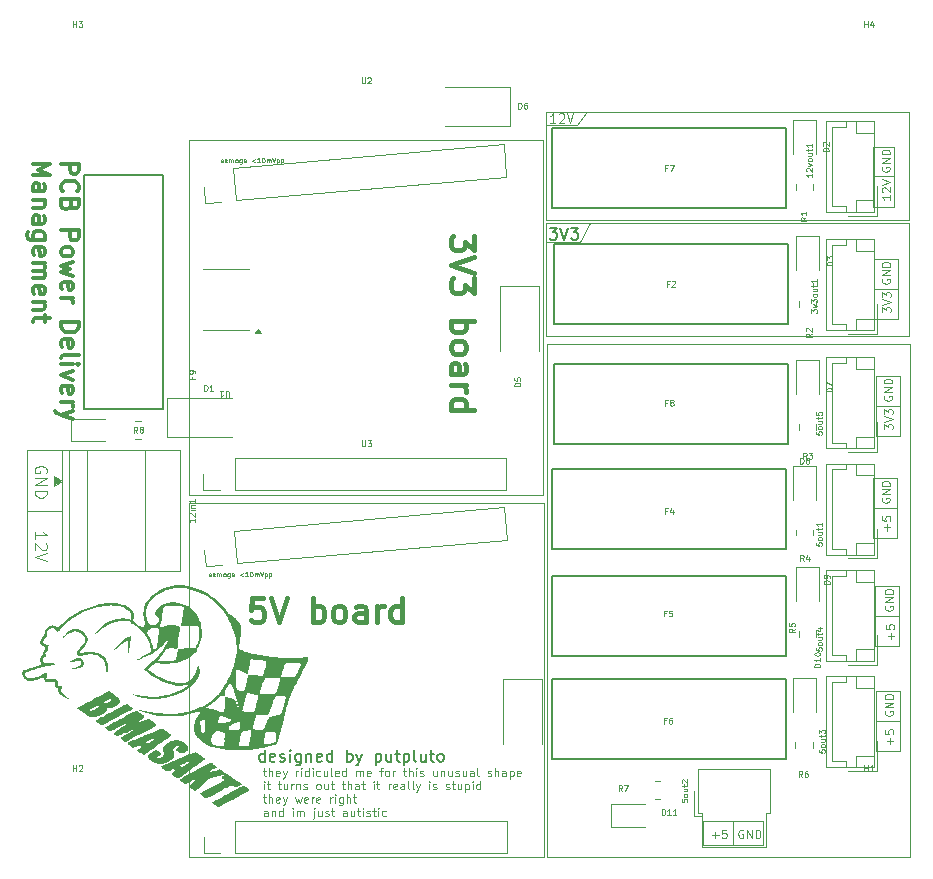
<source format=gbr>
%TF.GenerationSoftware,KiCad,Pcbnew,9.0.2*%
%TF.CreationDate,2025-06-04T00:28:30+07:00*%
%TF.ProjectId,PDM MOTHERBOARD,50444d20-4d4f-4544-9845-52424f415244,rev?*%
%TF.SameCoordinates,Original*%
%TF.FileFunction,Legend,Top*%
%TF.FilePolarity,Positive*%
%FSLAX46Y46*%
G04 Gerber Fmt 4.6, Leading zero omitted, Abs format (unit mm)*
G04 Created by KiCad (PCBNEW 9.0.2) date 2025-06-04 00:28:30*
%MOMM*%
%LPD*%
G01*
G04 APERTURE LIST*
%ADD10C,0.100000*%
%ADD11C,0.087500*%
%ADD12C,0.300000*%
%ADD13C,0.080000*%
%ADD14C,0.400000*%
%ADD15C,0.200000*%
%ADD16C,0.150000*%
%ADD17C,0.127000*%
%ADD18C,0.120000*%
%ADD19C,0.000000*%
G04 APERTURE END LIST*
D10*
X117547552Y-25254061D02*
X120193641Y-25254061D01*
X73660000Y-52752000D02*
X76560000Y-52752000D01*
X76560000Y-62992000D01*
X73660000Y-62992000D01*
X73660000Y-52752000D01*
X147547000Y-75718936D02*
X145523282Y-75713421D01*
X120437120Y-35147151D02*
X121323303Y-33528000D01*
X147358653Y-39093917D02*
X145326653Y-39093917D01*
X133419130Y-86180000D02*
X133419130Y-84148000D01*
X145523282Y-73173421D02*
X147555282Y-73173421D01*
X147555282Y-78253421D01*
X145523282Y-78253421D01*
X145523282Y-73173421D01*
X147320000Y-57635917D02*
X145288000Y-57635917D01*
X147528211Y-48998995D02*
X145496211Y-48998995D01*
X145496211Y-46458995D02*
X147528211Y-46458995D01*
X147528211Y-51538995D01*
X145496211Y-51538995D01*
X145496211Y-46458995D01*
X147499457Y-66821321D02*
X145467457Y-66821321D01*
X117608882Y-35147151D02*
X120437120Y-35147151D01*
X76560000Y-57872000D02*
X73660000Y-57872000D01*
X145467457Y-64281321D02*
X147499457Y-64281321D01*
X147499457Y-69361321D01*
X145467457Y-69361321D01*
X145467457Y-64281321D01*
X117590957Y-24130000D02*
X148347044Y-24130000D01*
X148347044Y-33300379D01*
X117590957Y-33300379D01*
X117590957Y-24130000D01*
X120193641Y-25254061D02*
X120927143Y-24173787D01*
X117590957Y-33512003D02*
X148347043Y-33512003D01*
X148347043Y-43127946D01*
X117590957Y-43127946D01*
X117590957Y-33512003D01*
X145326653Y-36553917D02*
X147358653Y-36553917D01*
X147358653Y-41633917D01*
X145326653Y-41633917D01*
X145326653Y-36553917D01*
X117623264Y-43784086D02*
X148427216Y-43784086D01*
X148427216Y-87212562D01*
X117623264Y-87212562D01*
X117623264Y-43784086D01*
X130879130Y-84148000D02*
X135959130Y-84148000D01*
X135959130Y-86180000D01*
X130879130Y-86180000D01*
X130879130Y-84148000D01*
X145288000Y-55095917D02*
X147320000Y-55095917D01*
X147320000Y-60175917D01*
X145288000Y-60175917D01*
X145288000Y-55095917D01*
X145288000Y-27064806D02*
X147072903Y-27064806D01*
X147072903Y-32144806D01*
X145288000Y-32144806D01*
X145288000Y-27064806D01*
X147072903Y-29575952D02*
X145292536Y-29575952D01*
D11*
X146309116Y-65957101D02*
X146275783Y-66023768D01*
X146275783Y-66023768D02*
X146275783Y-66123768D01*
X146275783Y-66123768D02*
X146309116Y-66223768D01*
X146309116Y-66223768D02*
X146375783Y-66290435D01*
X146375783Y-66290435D02*
X146442450Y-66323768D01*
X146442450Y-66323768D02*
X146575783Y-66357101D01*
X146575783Y-66357101D02*
X146675783Y-66357101D01*
X146675783Y-66357101D02*
X146809116Y-66323768D01*
X146809116Y-66323768D02*
X146875783Y-66290435D01*
X146875783Y-66290435D02*
X146942450Y-66223768D01*
X146942450Y-66223768D02*
X146975783Y-66123768D01*
X146975783Y-66123768D02*
X146975783Y-66057101D01*
X146975783Y-66057101D02*
X146942450Y-65957101D01*
X146942450Y-65957101D02*
X146909116Y-65923768D01*
X146909116Y-65923768D02*
X146675783Y-65923768D01*
X146675783Y-65923768D02*
X146675783Y-66057101D01*
X146975783Y-65623768D02*
X146275783Y-65623768D01*
X146275783Y-65623768D02*
X146975783Y-65223768D01*
X146975783Y-65223768D02*
X146275783Y-65223768D01*
X146975783Y-64890435D02*
X146275783Y-64890435D01*
X146275783Y-64890435D02*
X146275783Y-64723768D01*
X146275783Y-64723768D02*
X146309116Y-64623768D01*
X146309116Y-64623768D02*
X146375783Y-64557102D01*
X146375783Y-64557102D02*
X146442450Y-64523768D01*
X146442450Y-64523768D02*
X146575783Y-64490435D01*
X146575783Y-64490435D02*
X146675783Y-64490435D01*
X146675783Y-64490435D02*
X146809116Y-64523768D01*
X146809116Y-64523768D02*
X146875783Y-64557102D01*
X146875783Y-64557102D02*
X146942450Y-64623768D01*
X146942450Y-64623768D02*
X146975783Y-64723768D01*
X146975783Y-64723768D02*
X146975783Y-64890435D01*
X134252063Y-84915116D02*
X134185396Y-84881783D01*
X134185396Y-84881783D02*
X134085396Y-84881783D01*
X134085396Y-84881783D02*
X133985396Y-84915116D01*
X133985396Y-84915116D02*
X133918730Y-84981783D01*
X133918730Y-84981783D02*
X133885396Y-85048450D01*
X133885396Y-85048450D02*
X133852063Y-85181783D01*
X133852063Y-85181783D02*
X133852063Y-85281783D01*
X133852063Y-85281783D02*
X133885396Y-85415116D01*
X133885396Y-85415116D02*
X133918730Y-85481783D01*
X133918730Y-85481783D02*
X133985396Y-85548450D01*
X133985396Y-85548450D02*
X134085396Y-85581783D01*
X134085396Y-85581783D02*
X134152063Y-85581783D01*
X134152063Y-85581783D02*
X134252063Y-85548450D01*
X134252063Y-85548450D02*
X134285396Y-85515116D01*
X134285396Y-85515116D02*
X134285396Y-85281783D01*
X134285396Y-85281783D02*
X134152063Y-85281783D01*
X134585396Y-85581783D02*
X134585396Y-84881783D01*
X134585396Y-84881783D02*
X134985396Y-85581783D01*
X134985396Y-85581783D02*
X134985396Y-84881783D01*
X135318729Y-85581783D02*
X135318729Y-84881783D01*
X135318729Y-84881783D02*
X135485396Y-84881783D01*
X135485396Y-84881783D02*
X135585396Y-84915116D01*
X135585396Y-84915116D02*
X135652063Y-84981783D01*
X135652063Y-84981783D02*
X135685396Y-85048450D01*
X135685396Y-85048450D02*
X135718729Y-85181783D01*
X135718729Y-85181783D02*
X135718729Y-85281783D01*
X135718729Y-85281783D02*
X135685396Y-85415116D01*
X135685396Y-85415116D02*
X135652063Y-85481783D01*
X135652063Y-85481783D02*
X135585396Y-85548450D01*
X135585396Y-85548450D02*
X135485396Y-85581783D01*
X135485396Y-85581783D02*
X135318729Y-85581783D01*
D12*
X76528087Y-28494510D02*
X78028087Y-28494510D01*
X78028087Y-28494510D02*
X78028087Y-29065939D01*
X78028087Y-29065939D02*
X77956658Y-29208796D01*
X77956658Y-29208796D02*
X77885230Y-29280225D01*
X77885230Y-29280225D02*
X77742373Y-29351653D01*
X77742373Y-29351653D02*
X77528087Y-29351653D01*
X77528087Y-29351653D02*
X77385230Y-29280225D01*
X77385230Y-29280225D02*
X77313801Y-29208796D01*
X77313801Y-29208796D02*
X77242373Y-29065939D01*
X77242373Y-29065939D02*
X77242373Y-28494510D01*
X76670944Y-30851653D02*
X76599516Y-30780225D01*
X76599516Y-30780225D02*
X76528087Y-30565939D01*
X76528087Y-30565939D02*
X76528087Y-30423082D01*
X76528087Y-30423082D02*
X76599516Y-30208796D01*
X76599516Y-30208796D02*
X76742373Y-30065939D01*
X76742373Y-30065939D02*
X76885230Y-29994510D01*
X76885230Y-29994510D02*
X77170944Y-29923082D01*
X77170944Y-29923082D02*
X77385230Y-29923082D01*
X77385230Y-29923082D02*
X77670944Y-29994510D01*
X77670944Y-29994510D02*
X77813801Y-30065939D01*
X77813801Y-30065939D02*
X77956658Y-30208796D01*
X77956658Y-30208796D02*
X78028087Y-30423082D01*
X78028087Y-30423082D02*
X78028087Y-30565939D01*
X78028087Y-30565939D02*
X77956658Y-30780225D01*
X77956658Y-30780225D02*
X77885230Y-30851653D01*
X77313801Y-31994510D02*
X77242373Y-32208796D01*
X77242373Y-32208796D02*
X77170944Y-32280225D01*
X77170944Y-32280225D02*
X77028087Y-32351653D01*
X77028087Y-32351653D02*
X76813801Y-32351653D01*
X76813801Y-32351653D02*
X76670944Y-32280225D01*
X76670944Y-32280225D02*
X76599516Y-32208796D01*
X76599516Y-32208796D02*
X76528087Y-32065939D01*
X76528087Y-32065939D02*
X76528087Y-31494510D01*
X76528087Y-31494510D02*
X78028087Y-31494510D01*
X78028087Y-31494510D02*
X78028087Y-31994510D01*
X78028087Y-31994510D02*
X77956658Y-32137368D01*
X77956658Y-32137368D02*
X77885230Y-32208796D01*
X77885230Y-32208796D02*
X77742373Y-32280225D01*
X77742373Y-32280225D02*
X77599516Y-32280225D01*
X77599516Y-32280225D02*
X77456658Y-32208796D01*
X77456658Y-32208796D02*
X77385230Y-32137368D01*
X77385230Y-32137368D02*
X77313801Y-31994510D01*
X77313801Y-31994510D02*
X77313801Y-31494510D01*
X76528087Y-34137367D02*
X78028087Y-34137367D01*
X78028087Y-34137367D02*
X78028087Y-34708796D01*
X78028087Y-34708796D02*
X77956658Y-34851653D01*
X77956658Y-34851653D02*
X77885230Y-34923082D01*
X77885230Y-34923082D02*
X77742373Y-34994510D01*
X77742373Y-34994510D02*
X77528087Y-34994510D01*
X77528087Y-34994510D02*
X77385230Y-34923082D01*
X77385230Y-34923082D02*
X77313801Y-34851653D01*
X77313801Y-34851653D02*
X77242373Y-34708796D01*
X77242373Y-34708796D02*
X77242373Y-34137367D01*
X76528087Y-35851653D02*
X76599516Y-35708796D01*
X76599516Y-35708796D02*
X76670944Y-35637367D01*
X76670944Y-35637367D02*
X76813801Y-35565939D01*
X76813801Y-35565939D02*
X77242373Y-35565939D01*
X77242373Y-35565939D02*
X77385230Y-35637367D01*
X77385230Y-35637367D02*
X77456658Y-35708796D01*
X77456658Y-35708796D02*
X77528087Y-35851653D01*
X77528087Y-35851653D02*
X77528087Y-36065939D01*
X77528087Y-36065939D02*
X77456658Y-36208796D01*
X77456658Y-36208796D02*
X77385230Y-36280225D01*
X77385230Y-36280225D02*
X77242373Y-36351653D01*
X77242373Y-36351653D02*
X76813801Y-36351653D01*
X76813801Y-36351653D02*
X76670944Y-36280225D01*
X76670944Y-36280225D02*
X76599516Y-36208796D01*
X76599516Y-36208796D02*
X76528087Y-36065939D01*
X76528087Y-36065939D02*
X76528087Y-35851653D01*
X77528087Y-36851653D02*
X76528087Y-37137368D01*
X76528087Y-37137368D02*
X77242373Y-37423082D01*
X77242373Y-37423082D02*
X76528087Y-37708796D01*
X76528087Y-37708796D02*
X77528087Y-37994510D01*
X76599516Y-39137368D02*
X76528087Y-38994511D01*
X76528087Y-38994511D02*
X76528087Y-38708797D01*
X76528087Y-38708797D02*
X76599516Y-38565939D01*
X76599516Y-38565939D02*
X76742373Y-38494511D01*
X76742373Y-38494511D02*
X77313801Y-38494511D01*
X77313801Y-38494511D02*
X77456658Y-38565939D01*
X77456658Y-38565939D02*
X77528087Y-38708797D01*
X77528087Y-38708797D02*
X77528087Y-38994511D01*
X77528087Y-38994511D02*
X77456658Y-39137368D01*
X77456658Y-39137368D02*
X77313801Y-39208797D01*
X77313801Y-39208797D02*
X77170944Y-39208797D01*
X77170944Y-39208797D02*
X77028087Y-38494511D01*
X76528087Y-39851653D02*
X77528087Y-39851653D01*
X77242373Y-39851653D02*
X77385230Y-39923082D01*
X77385230Y-39923082D02*
X77456658Y-39994511D01*
X77456658Y-39994511D02*
X77528087Y-40137368D01*
X77528087Y-40137368D02*
X77528087Y-40280225D01*
X76528087Y-41923081D02*
X78028087Y-41923081D01*
X78028087Y-41923081D02*
X78028087Y-42280224D01*
X78028087Y-42280224D02*
X77956658Y-42494510D01*
X77956658Y-42494510D02*
X77813801Y-42637367D01*
X77813801Y-42637367D02*
X77670944Y-42708796D01*
X77670944Y-42708796D02*
X77385230Y-42780224D01*
X77385230Y-42780224D02*
X77170944Y-42780224D01*
X77170944Y-42780224D02*
X76885230Y-42708796D01*
X76885230Y-42708796D02*
X76742373Y-42637367D01*
X76742373Y-42637367D02*
X76599516Y-42494510D01*
X76599516Y-42494510D02*
X76528087Y-42280224D01*
X76528087Y-42280224D02*
X76528087Y-41923081D01*
X76599516Y-43994510D02*
X76528087Y-43851653D01*
X76528087Y-43851653D02*
X76528087Y-43565939D01*
X76528087Y-43565939D02*
X76599516Y-43423081D01*
X76599516Y-43423081D02*
X76742373Y-43351653D01*
X76742373Y-43351653D02*
X77313801Y-43351653D01*
X77313801Y-43351653D02*
X77456658Y-43423081D01*
X77456658Y-43423081D02*
X77528087Y-43565939D01*
X77528087Y-43565939D02*
X77528087Y-43851653D01*
X77528087Y-43851653D02*
X77456658Y-43994510D01*
X77456658Y-43994510D02*
X77313801Y-44065939D01*
X77313801Y-44065939D02*
X77170944Y-44065939D01*
X77170944Y-44065939D02*
X77028087Y-43351653D01*
X76528087Y-44923081D02*
X76599516Y-44780224D01*
X76599516Y-44780224D02*
X76742373Y-44708795D01*
X76742373Y-44708795D02*
X78028087Y-44708795D01*
X76528087Y-45494509D02*
X77528087Y-45494509D01*
X78028087Y-45494509D02*
X77956658Y-45423081D01*
X77956658Y-45423081D02*
X77885230Y-45494509D01*
X77885230Y-45494509D02*
X77956658Y-45565938D01*
X77956658Y-45565938D02*
X78028087Y-45494509D01*
X78028087Y-45494509D02*
X77885230Y-45494509D01*
X77528087Y-46065938D02*
X76528087Y-46423081D01*
X76528087Y-46423081D02*
X77528087Y-46780224D01*
X76599516Y-47923081D02*
X76528087Y-47780224D01*
X76528087Y-47780224D02*
X76528087Y-47494510D01*
X76528087Y-47494510D02*
X76599516Y-47351652D01*
X76599516Y-47351652D02*
X76742373Y-47280224D01*
X76742373Y-47280224D02*
X77313801Y-47280224D01*
X77313801Y-47280224D02*
X77456658Y-47351652D01*
X77456658Y-47351652D02*
X77528087Y-47494510D01*
X77528087Y-47494510D02*
X77528087Y-47780224D01*
X77528087Y-47780224D02*
X77456658Y-47923081D01*
X77456658Y-47923081D02*
X77313801Y-47994510D01*
X77313801Y-47994510D02*
X77170944Y-47994510D01*
X77170944Y-47994510D02*
X77028087Y-47280224D01*
X76528087Y-48637366D02*
X77528087Y-48637366D01*
X77242373Y-48637366D02*
X77385230Y-48708795D01*
X77385230Y-48708795D02*
X77456658Y-48780224D01*
X77456658Y-48780224D02*
X77528087Y-48923081D01*
X77528087Y-48923081D02*
X77528087Y-49065938D01*
X77528087Y-49423080D02*
X76528087Y-49780223D01*
X77528087Y-50137366D02*
X76528087Y-49780223D01*
X76528087Y-49780223D02*
X76170944Y-49637366D01*
X76170944Y-49637366D02*
X76099516Y-49565937D01*
X76099516Y-49565937D02*
X76028087Y-49423080D01*
X74113171Y-28494510D02*
X75613171Y-28494510D01*
X75613171Y-28494510D02*
X74541742Y-28994510D01*
X74541742Y-28994510D02*
X75613171Y-29494510D01*
X75613171Y-29494510D02*
X74113171Y-29494510D01*
X74113171Y-30851654D02*
X74898885Y-30851654D01*
X74898885Y-30851654D02*
X75041742Y-30780225D01*
X75041742Y-30780225D02*
X75113171Y-30637368D01*
X75113171Y-30637368D02*
X75113171Y-30351654D01*
X75113171Y-30351654D02*
X75041742Y-30208796D01*
X74184600Y-30851654D02*
X74113171Y-30708796D01*
X74113171Y-30708796D02*
X74113171Y-30351654D01*
X74113171Y-30351654D02*
X74184600Y-30208796D01*
X74184600Y-30208796D02*
X74327457Y-30137368D01*
X74327457Y-30137368D02*
X74470314Y-30137368D01*
X74470314Y-30137368D02*
X74613171Y-30208796D01*
X74613171Y-30208796D02*
X74684600Y-30351654D01*
X74684600Y-30351654D02*
X74684600Y-30708796D01*
X74684600Y-30708796D02*
X74756028Y-30851654D01*
X75113171Y-31565939D02*
X74113171Y-31565939D01*
X74970314Y-31565939D02*
X75041742Y-31637368D01*
X75041742Y-31637368D02*
X75113171Y-31780225D01*
X75113171Y-31780225D02*
X75113171Y-31994511D01*
X75113171Y-31994511D02*
X75041742Y-32137368D01*
X75041742Y-32137368D02*
X74898885Y-32208797D01*
X74898885Y-32208797D02*
X74113171Y-32208797D01*
X74113171Y-33565940D02*
X74898885Y-33565940D01*
X74898885Y-33565940D02*
X75041742Y-33494511D01*
X75041742Y-33494511D02*
X75113171Y-33351654D01*
X75113171Y-33351654D02*
X75113171Y-33065940D01*
X75113171Y-33065940D02*
X75041742Y-32923082D01*
X74184600Y-33565940D02*
X74113171Y-33423082D01*
X74113171Y-33423082D02*
X74113171Y-33065940D01*
X74113171Y-33065940D02*
X74184600Y-32923082D01*
X74184600Y-32923082D02*
X74327457Y-32851654D01*
X74327457Y-32851654D02*
X74470314Y-32851654D01*
X74470314Y-32851654D02*
X74613171Y-32923082D01*
X74613171Y-32923082D02*
X74684600Y-33065940D01*
X74684600Y-33065940D02*
X74684600Y-33423082D01*
X74684600Y-33423082D02*
X74756028Y-33565940D01*
X75113171Y-34923083D02*
X73898885Y-34923083D01*
X73898885Y-34923083D02*
X73756028Y-34851654D01*
X73756028Y-34851654D02*
X73684600Y-34780225D01*
X73684600Y-34780225D02*
X73613171Y-34637368D01*
X73613171Y-34637368D02*
X73613171Y-34423083D01*
X73613171Y-34423083D02*
X73684600Y-34280225D01*
X74184600Y-34923083D02*
X74113171Y-34780225D01*
X74113171Y-34780225D02*
X74113171Y-34494511D01*
X74113171Y-34494511D02*
X74184600Y-34351654D01*
X74184600Y-34351654D02*
X74256028Y-34280225D01*
X74256028Y-34280225D02*
X74398885Y-34208797D01*
X74398885Y-34208797D02*
X74827457Y-34208797D01*
X74827457Y-34208797D02*
X74970314Y-34280225D01*
X74970314Y-34280225D02*
X75041742Y-34351654D01*
X75041742Y-34351654D02*
X75113171Y-34494511D01*
X75113171Y-34494511D02*
X75113171Y-34780225D01*
X75113171Y-34780225D02*
X75041742Y-34923083D01*
X74184600Y-36208797D02*
X74113171Y-36065940D01*
X74113171Y-36065940D02*
X74113171Y-35780226D01*
X74113171Y-35780226D02*
X74184600Y-35637368D01*
X74184600Y-35637368D02*
X74327457Y-35565940D01*
X74327457Y-35565940D02*
X74898885Y-35565940D01*
X74898885Y-35565940D02*
X75041742Y-35637368D01*
X75041742Y-35637368D02*
X75113171Y-35780226D01*
X75113171Y-35780226D02*
X75113171Y-36065940D01*
X75113171Y-36065940D02*
X75041742Y-36208797D01*
X75041742Y-36208797D02*
X74898885Y-36280226D01*
X74898885Y-36280226D02*
X74756028Y-36280226D01*
X74756028Y-36280226D02*
X74613171Y-35565940D01*
X74113171Y-36923082D02*
X75113171Y-36923082D01*
X74970314Y-36923082D02*
X75041742Y-36994511D01*
X75041742Y-36994511D02*
X75113171Y-37137368D01*
X75113171Y-37137368D02*
X75113171Y-37351654D01*
X75113171Y-37351654D02*
X75041742Y-37494511D01*
X75041742Y-37494511D02*
X74898885Y-37565940D01*
X74898885Y-37565940D02*
X74113171Y-37565940D01*
X74898885Y-37565940D02*
X75041742Y-37637368D01*
X75041742Y-37637368D02*
X75113171Y-37780225D01*
X75113171Y-37780225D02*
X75113171Y-37994511D01*
X75113171Y-37994511D02*
X75041742Y-38137368D01*
X75041742Y-38137368D02*
X74898885Y-38208797D01*
X74898885Y-38208797D02*
X74113171Y-38208797D01*
X74184600Y-39494511D02*
X74113171Y-39351654D01*
X74113171Y-39351654D02*
X74113171Y-39065940D01*
X74113171Y-39065940D02*
X74184600Y-38923082D01*
X74184600Y-38923082D02*
X74327457Y-38851654D01*
X74327457Y-38851654D02*
X74898885Y-38851654D01*
X74898885Y-38851654D02*
X75041742Y-38923082D01*
X75041742Y-38923082D02*
X75113171Y-39065940D01*
X75113171Y-39065940D02*
X75113171Y-39351654D01*
X75113171Y-39351654D02*
X75041742Y-39494511D01*
X75041742Y-39494511D02*
X74898885Y-39565940D01*
X74898885Y-39565940D02*
X74756028Y-39565940D01*
X74756028Y-39565940D02*
X74613171Y-38851654D01*
X75113171Y-40208796D02*
X74113171Y-40208796D01*
X74970314Y-40208796D02*
X75041742Y-40280225D01*
X75041742Y-40280225D02*
X75113171Y-40423082D01*
X75113171Y-40423082D02*
X75113171Y-40637368D01*
X75113171Y-40637368D02*
X75041742Y-40780225D01*
X75041742Y-40780225D02*
X74898885Y-40851654D01*
X74898885Y-40851654D02*
X74113171Y-40851654D01*
X75113171Y-41351654D02*
X75113171Y-41923082D01*
X75613171Y-41565939D02*
X74327457Y-41565939D01*
X74327457Y-41565939D02*
X74184600Y-41637368D01*
X74184600Y-41637368D02*
X74113171Y-41780225D01*
X74113171Y-41780225D02*
X74113171Y-41923082D01*
D11*
X146455116Y-59556879D02*
X146455116Y-59023546D01*
X146721783Y-59290212D02*
X146188450Y-59290212D01*
X146021783Y-58356879D02*
X146021783Y-58690212D01*
X146021783Y-58690212D02*
X146355116Y-58723545D01*
X146355116Y-58723545D02*
X146321783Y-58690212D01*
X146321783Y-58690212D02*
X146288450Y-58623545D01*
X146288450Y-58623545D02*
X146288450Y-58456879D01*
X146288450Y-58456879D02*
X146321783Y-58390212D01*
X146321783Y-58390212D02*
X146355116Y-58356879D01*
X146355116Y-58356879D02*
X146421783Y-58323545D01*
X146421783Y-58323545D02*
X146588450Y-58323545D01*
X146588450Y-58323545D02*
X146655116Y-58356879D01*
X146655116Y-58356879D02*
X146688450Y-58390212D01*
X146688450Y-58390212D02*
X146721783Y-58456879D01*
X146721783Y-58456879D02*
X146721783Y-58623545D01*
X146721783Y-58623545D02*
X146688450Y-58690212D01*
X146688450Y-58690212D02*
X146655116Y-58723545D01*
X146055116Y-38271101D02*
X146021783Y-38337768D01*
X146021783Y-38337768D02*
X146021783Y-38437768D01*
X146021783Y-38437768D02*
X146055116Y-38537768D01*
X146055116Y-38537768D02*
X146121783Y-38604435D01*
X146121783Y-38604435D02*
X146188450Y-38637768D01*
X146188450Y-38637768D02*
X146321783Y-38671101D01*
X146321783Y-38671101D02*
X146421783Y-38671101D01*
X146421783Y-38671101D02*
X146555116Y-38637768D01*
X146555116Y-38637768D02*
X146621783Y-38604435D01*
X146621783Y-38604435D02*
X146688450Y-38537768D01*
X146688450Y-38537768D02*
X146721783Y-38437768D01*
X146721783Y-38437768D02*
X146721783Y-38371101D01*
X146721783Y-38371101D02*
X146688450Y-38271101D01*
X146688450Y-38271101D02*
X146655116Y-38237768D01*
X146655116Y-38237768D02*
X146421783Y-38237768D01*
X146421783Y-38237768D02*
X146421783Y-38371101D01*
X146721783Y-37937768D02*
X146021783Y-37937768D01*
X146021783Y-37937768D02*
X146721783Y-37537768D01*
X146721783Y-37537768D02*
X146021783Y-37537768D01*
X146721783Y-37204435D02*
X146021783Y-37204435D01*
X146021783Y-37204435D02*
X146021783Y-37037768D01*
X146021783Y-37037768D02*
X146055116Y-36937768D01*
X146055116Y-36937768D02*
X146121783Y-36871102D01*
X146121783Y-36871102D02*
X146188450Y-36837768D01*
X146188450Y-36837768D02*
X146321783Y-36804435D01*
X146321783Y-36804435D02*
X146421783Y-36804435D01*
X146421783Y-36804435D02*
X146555116Y-36837768D01*
X146555116Y-36837768D02*
X146621783Y-36871102D01*
X146621783Y-36871102D02*
X146688450Y-36937768D01*
X146688450Y-36937768D02*
X146721783Y-37037768D01*
X146721783Y-37037768D02*
X146721783Y-37204435D01*
D13*
X90044821Y-28375840D02*
X90082916Y-28394887D01*
X90082916Y-28394887D02*
X90159107Y-28394887D01*
X90159107Y-28394887D02*
X90197202Y-28375840D01*
X90197202Y-28375840D02*
X90216250Y-28337744D01*
X90216250Y-28337744D02*
X90216250Y-28318697D01*
X90216250Y-28318697D02*
X90197202Y-28280601D01*
X90197202Y-28280601D02*
X90159107Y-28261554D01*
X90159107Y-28261554D02*
X90101964Y-28261554D01*
X90101964Y-28261554D02*
X90063869Y-28242506D01*
X90063869Y-28242506D02*
X90044821Y-28204411D01*
X90044821Y-28204411D02*
X90044821Y-28185363D01*
X90044821Y-28185363D02*
X90063869Y-28147268D01*
X90063869Y-28147268D02*
X90101964Y-28128220D01*
X90101964Y-28128220D02*
X90159107Y-28128220D01*
X90159107Y-28128220D02*
X90197202Y-28147268D01*
X90540060Y-28375840D02*
X90501964Y-28394887D01*
X90501964Y-28394887D02*
X90425774Y-28394887D01*
X90425774Y-28394887D02*
X90387679Y-28375840D01*
X90387679Y-28375840D02*
X90368631Y-28337744D01*
X90368631Y-28337744D02*
X90368631Y-28185363D01*
X90368631Y-28185363D02*
X90387679Y-28147268D01*
X90387679Y-28147268D02*
X90425774Y-28128220D01*
X90425774Y-28128220D02*
X90501964Y-28128220D01*
X90501964Y-28128220D02*
X90540060Y-28147268D01*
X90540060Y-28147268D02*
X90559107Y-28185363D01*
X90559107Y-28185363D02*
X90559107Y-28223459D01*
X90559107Y-28223459D02*
X90368631Y-28261554D01*
X90730536Y-28394887D02*
X90730536Y-28128220D01*
X90730536Y-28166316D02*
X90749583Y-28147268D01*
X90749583Y-28147268D02*
X90787678Y-28128220D01*
X90787678Y-28128220D02*
X90844821Y-28128220D01*
X90844821Y-28128220D02*
X90882917Y-28147268D01*
X90882917Y-28147268D02*
X90901964Y-28185363D01*
X90901964Y-28185363D02*
X90901964Y-28394887D01*
X90901964Y-28185363D02*
X90921012Y-28147268D01*
X90921012Y-28147268D02*
X90959107Y-28128220D01*
X90959107Y-28128220D02*
X91016250Y-28128220D01*
X91016250Y-28128220D02*
X91054345Y-28147268D01*
X91054345Y-28147268D02*
X91073393Y-28185363D01*
X91073393Y-28185363D02*
X91073393Y-28394887D01*
X91321011Y-28394887D02*
X91282916Y-28375840D01*
X91282916Y-28375840D02*
X91263869Y-28356792D01*
X91263869Y-28356792D02*
X91244821Y-28318697D01*
X91244821Y-28318697D02*
X91244821Y-28204411D01*
X91244821Y-28204411D02*
X91263869Y-28166316D01*
X91263869Y-28166316D02*
X91282916Y-28147268D01*
X91282916Y-28147268D02*
X91321011Y-28128220D01*
X91321011Y-28128220D02*
X91378154Y-28128220D01*
X91378154Y-28128220D02*
X91416250Y-28147268D01*
X91416250Y-28147268D02*
X91435297Y-28166316D01*
X91435297Y-28166316D02*
X91454345Y-28204411D01*
X91454345Y-28204411D02*
X91454345Y-28318697D01*
X91454345Y-28318697D02*
X91435297Y-28356792D01*
X91435297Y-28356792D02*
X91416250Y-28375840D01*
X91416250Y-28375840D02*
X91378154Y-28394887D01*
X91378154Y-28394887D02*
X91321011Y-28394887D01*
X91797202Y-28128220D02*
X91797202Y-28452030D01*
X91797202Y-28452030D02*
X91778155Y-28490125D01*
X91778155Y-28490125D02*
X91759107Y-28509173D01*
X91759107Y-28509173D02*
X91721012Y-28528220D01*
X91721012Y-28528220D02*
X91663869Y-28528220D01*
X91663869Y-28528220D02*
X91625774Y-28509173D01*
X91797202Y-28375840D02*
X91759107Y-28394887D01*
X91759107Y-28394887D02*
X91682916Y-28394887D01*
X91682916Y-28394887D02*
X91644821Y-28375840D01*
X91644821Y-28375840D02*
X91625774Y-28356792D01*
X91625774Y-28356792D02*
X91606726Y-28318697D01*
X91606726Y-28318697D02*
X91606726Y-28204411D01*
X91606726Y-28204411D02*
X91625774Y-28166316D01*
X91625774Y-28166316D02*
X91644821Y-28147268D01*
X91644821Y-28147268D02*
X91682916Y-28128220D01*
X91682916Y-28128220D02*
X91759107Y-28128220D01*
X91759107Y-28128220D02*
X91797202Y-28147268D01*
X92159107Y-28394887D02*
X92159107Y-28185363D01*
X92159107Y-28185363D02*
X92140060Y-28147268D01*
X92140060Y-28147268D02*
X92101964Y-28128220D01*
X92101964Y-28128220D02*
X92025774Y-28128220D01*
X92025774Y-28128220D02*
X91987679Y-28147268D01*
X92159107Y-28375840D02*
X92121012Y-28394887D01*
X92121012Y-28394887D02*
X92025774Y-28394887D01*
X92025774Y-28394887D02*
X91987679Y-28375840D01*
X91987679Y-28375840D02*
X91968631Y-28337744D01*
X91968631Y-28337744D02*
X91968631Y-28299649D01*
X91968631Y-28299649D02*
X91987679Y-28261554D01*
X91987679Y-28261554D02*
X92025774Y-28242506D01*
X92025774Y-28242506D02*
X92121012Y-28242506D01*
X92121012Y-28242506D02*
X92159107Y-28223459D01*
X92959108Y-28128220D02*
X92654346Y-28242506D01*
X92654346Y-28242506D02*
X92959108Y-28356792D01*
X93359107Y-28394887D02*
X93130536Y-28394887D01*
X93244822Y-28394887D02*
X93244822Y-27994887D01*
X93244822Y-27994887D02*
X93206726Y-28052030D01*
X93206726Y-28052030D02*
X93168631Y-28090125D01*
X93168631Y-28090125D02*
X93130536Y-28109173D01*
X93606726Y-27994887D02*
X93644821Y-27994887D01*
X93644821Y-27994887D02*
X93682917Y-28013935D01*
X93682917Y-28013935D02*
X93701964Y-28032982D01*
X93701964Y-28032982D02*
X93721012Y-28071078D01*
X93721012Y-28071078D02*
X93740059Y-28147268D01*
X93740059Y-28147268D02*
X93740059Y-28242506D01*
X93740059Y-28242506D02*
X93721012Y-28318697D01*
X93721012Y-28318697D02*
X93701964Y-28356792D01*
X93701964Y-28356792D02*
X93682917Y-28375840D01*
X93682917Y-28375840D02*
X93644821Y-28394887D01*
X93644821Y-28394887D02*
X93606726Y-28394887D01*
X93606726Y-28394887D02*
X93568631Y-28375840D01*
X93568631Y-28375840D02*
X93549583Y-28356792D01*
X93549583Y-28356792D02*
X93530536Y-28318697D01*
X93530536Y-28318697D02*
X93511488Y-28242506D01*
X93511488Y-28242506D02*
X93511488Y-28147268D01*
X93511488Y-28147268D02*
X93530536Y-28071078D01*
X93530536Y-28071078D02*
X93549583Y-28032982D01*
X93549583Y-28032982D02*
X93568631Y-28013935D01*
X93568631Y-28013935D02*
X93606726Y-27994887D01*
X93911488Y-28394887D02*
X93911488Y-28128220D01*
X93911488Y-28166316D02*
X93930535Y-28147268D01*
X93930535Y-28147268D02*
X93968630Y-28128220D01*
X93968630Y-28128220D02*
X94025773Y-28128220D01*
X94025773Y-28128220D02*
X94063869Y-28147268D01*
X94063869Y-28147268D02*
X94082916Y-28185363D01*
X94082916Y-28185363D02*
X94082916Y-28394887D01*
X94082916Y-28185363D02*
X94101964Y-28147268D01*
X94101964Y-28147268D02*
X94140059Y-28128220D01*
X94140059Y-28128220D02*
X94197202Y-28128220D01*
X94197202Y-28128220D02*
X94235297Y-28147268D01*
X94235297Y-28147268D02*
X94254345Y-28185363D01*
X94254345Y-28185363D02*
X94254345Y-28394887D01*
X94387678Y-27994887D02*
X94521011Y-28394887D01*
X94521011Y-28394887D02*
X94654344Y-27994887D01*
X94787678Y-28128220D02*
X94787678Y-28528220D01*
X94787678Y-28147268D02*
X94825773Y-28128220D01*
X94825773Y-28128220D02*
X94901963Y-28128220D01*
X94901963Y-28128220D02*
X94940059Y-28147268D01*
X94940059Y-28147268D02*
X94959106Y-28166316D01*
X94959106Y-28166316D02*
X94978154Y-28204411D01*
X94978154Y-28204411D02*
X94978154Y-28318697D01*
X94978154Y-28318697D02*
X94959106Y-28356792D01*
X94959106Y-28356792D02*
X94940059Y-28375840D01*
X94940059Y-28375840D02*
X94901963Y-28394887D01*
X94901963Y-28394887D02*
X94825773Y-28394887D01*
X94825773Y-28394887D02*
X94787678Y-28375840D01*
X95149583Y-28128220D02*
X95149583Y-28528220D01*
X95149583Y-28147268D02*
X95187678Y-28128220D01*
X95187678Y-28128220D02*
X95263868Y-28128220D01*
X95263868Y-28128220D02*
X95301964Y-28147268D01*
X95301964Y-28147268D02*
X95321011Y-28166316D01*
X95321011Y-28166316D02*
X95340059Y-28204411D01*
X95340059Y-28204411D02*
X95340059Y-28318697D01*
X95340059Y-28318697D02*
X95321011Y-28356792D01*
X95321011Y-28356792D02*
X95301964Y-28375840D01*
X95301964Y-28375840D02*
X95263868Y-28394887D01*
X95263868Y-28394887D02*
X95187678Y-28394887D01*
X95187678Y-28394887D02*
X95149583Y-28375840D01*
D14*
X93639728Y-65298438D02*
X92687347Y-65298438D01*
X92687347Y-65298438D02*
X92592109Y-66250819D01*
X92592109Y-66250819D02*
X92687347Y-66155580D01*
X92687347Y-66155580D02*
X92877823Y-66060342D01*
X92877823Y-66060342D02*
X93354014Y-66060342D01*
X93354014Y-66060342D02*
X93544490Y-66155580D01*
X93544490Y-66155580D02*
X93639728Y-66250819D01*
X93639728Y-66250819D02*
X93734966Y-66441295D01*
X93734966Y-66441295D02*
X93734966Y-66917485D01*
X93734966Y-66917485D02*
X93639728Y-67107961D01*
X93639728Y-67107961D02*
X93544490Y-67203200D01*
X93544490Y-67203200D02*
X93354014Y-67298438D01*
X93354014Y-67298438D02*
X92877823Y-67298438D01*
X92877823Y-67298438D02*
X92687347Y-67203200D01*
X92687347Y-67203200D02*
X92592109Y-67107961D01*
X94306395Y-65298438D02*
X94973061Y-67298438D01*
X94973061Y-67298438D02*
X95639728Y-65298438D01*
X97830205Y-67298438D02*
X97830205Y-65298438D01*
X97830205Y-66060342D02*
X98020681Y-65965104D01*
X98020681Y-65965104D02*
X98401634Y-65965104D01*
X98401634Y-65965104D02*
X98592110Y-66060342D01*
X98592110Y-66060342D02*
X98687348Y-66155580D01*
X98687348Y-66155580D02*
X98782586Y-66346057D01*
X98782586Y-66346057D02*
X98782586Y-66917485D01*
X98782586Y-66917485D02*
X98687348Y-67107961D01*
X98687348Y-67107961D02*
X98592110Y-67203200D01*
X98592110Y-67203200D02*
X98401634Y-67298438D01*
X98401634Y-67298438D02*
X98020681Y-67298438D01*
X98020681Y-67298438D02*
X97830205Y-67203200D01*
X99925443Y-67298438D02*
X99734967Y-67203200D01*
X99734967Y-67203200D02*
X99639729Y-67107961D01*
X99639729Y-67107961D02*
X99544491Y-66917485D01*
X99544491Y-66917485D02*
X99544491Y-66346057D01*
X99544491Y-66346057D02*
X99639729Y-66155580D01*
X99639729Y-66155580D02*
X99734967Y-66060342D01*
X99734967Y-66060342D02*
X99925443Y-65965104D01*
X99925443Y-65965104D02*
X100211158Y-65965104D01*
X100211158Y-65965104D02*
X100401634Y-66060342D01*
X100401634Y-66060342D02*
X100496872Y-66155580D01*
X100496872Y-66155580D02*
X100592110Y-66346057D01*
X100592110Y-66346057D02*
X100592110Y-66917485D01*
X100592110Y-66917485D02*
X100496872Y-67107961D01*
X100496872Y-67107961D02*
X100401634Y-67203200D01*
X100401634Y-67203200D02*
X100211158Y-67298438D01*
X100211158Y-67298438D02*
X99925443Y-67298438D01*
X102306396Y-67298438D02*
X102306396Y-66250819D01*
X102306396Y-66250819D02*
X102211158Y-66060342D01*
X102211158Y-66060342D02*
X102020682Y-65965104D01*
X102020682Y-65965104D02*
X101639729Y-65965104D01*
X101639729Y-65965104D02*
X101449253Y-66060342D01*
X102306396Y-67203200D02*
X102115920Y-67298438D01*
X102115920Y-67298438D02*
X101639729Y-67298438D01*
X101639729Y-67298438D02*
X101449253Y-67203200D01*
X101449253Y-67203200D02*
X101354015Y-67012723D01*
X101354015Y-67012723D02*
X101354015Y-66822247D01*
X101354015Y-66822247D02*
X101449253Y-66631771D01*
X101449253Y-66631771D02*
X101639729Y-66536533D01*
X101639729Y-66536533D02*
X102115920Y-66536533D01*
X102115920Y-66536533D02*
X102306396Y-66441295D01*
X103258777Y-67298438D02*
X103258777Y-65965104D01*
X103258777Y-66346057D02*
X103354015Y-66155580D01*
X103354015Y-66155580D02*
X103449253Y-66060342D01*
X103449253Y-66060342D02*
X103639729Y-65965104D01*
X103639729Y-65965104D02*
X103830206Y-65965104D01*
X105354015Y-67298438D02*
X105354015Y-65298438D01*
X105354015Y-67203200D02*
X105163539Y-67298438D01*
X105163539Y-67298438D02*
X104782586Y-67298438D01*
X104782586Y-67298438D02*
X104592110Y-67203200D01*
X104592110Y-67203200D02*
X104496872Y-67107961D01*
X104496872Y-67107961D02*
X104401634Y-66917485D01*
X104401634Y-66917485D02*
X104401634Y-66346057D01*
X104401634Y-66346057D02*
X104496872Y-66155580D01*
X104496872Y-66155580D02*
X104592110Y-66060342D01*
X104592110Y-66060342D02*
X104782586Y-65965104D01*
X104782586Y-65965104D02*
X105163539Y-65965104D01*
X105163539Y-65965104D02*
X105354015Y-66060342D01*
D11*
X131643567Y-85315116D02*
X132176901Y-85315116D01*
X131910234Y-85581783D02*
X131910234Y-85048450D01*
X132843568Y-84881783D02*
X132510234Y-84881783D01*
X132510234Y-84881783D02*
X132476901Y-85215116D01*
X132476901Y-85215116D02*
X132510234Y-85181783D01*
X132510234Y-85181783D02*
X132576901Y-85148450D01*
X132576901Y-85148450D02*
X132743568Y-85148450D01*
X132743568Y-85148450D02*
X132810234Y-85181783D01*
X132810234Y-85181783D02*
X132843568Y-85215116D01*
X132843568Y-85215116D02*
X132876901Y-85281783D01*
X132876901Y-85281783D02*
X132876901Y-85448450D01*
X132876901Y-85448450D02*
X132843568Y-85515116D01*
X132843568Y-85515116D02*
X132810234Y-85548450D01*
X132810234Y-85548450D02*
X132743568Y-85581783D01*
X132743568Y-85581783D02*
X132576901Y-85581783D01*
X132576901Y-85581783D02*
X132510234Y-85548450D01*
X132510234Y-85548450D02*
X132476901Y-85515116D01*
X146769855Y-68742283D02*
X146769855Y-68208950D01*
X147036522Y-68475616D02*
X146503189Y-68475616D01*
X146336522Y-67542283D02*
X146336522Y-67875616D01*
X146336522Y-67875616D02*
X146669855Y-67908949D01*
X146669855Y-67908949D02*
X146636522Y-67875616D01*
X146636522Y-67875616D02*
X146603189Y-67808949D01*
X146603189Y-67808949D02*
X146603189Y-67642283D01*
X146603189Y-67642283D02*
X146636522Y-67575616D01*
X146636522Y-67575616D02*
X146669855Y-67542283D01*
X146669855Y-67542283D02*
X146736522Y-67508949D01*
X146736522Y-67508949D02*
X146903189Y-67508949D01*
X146903189Y-67508949D02*
X146969855Y-67542283D01*
X146969855Y-67542283D02*
X147003189Y-67575616D01*
X147003189Y-67575616D02*
X147036522Y-67642283D01*
X147036522Y-67642283D02*
X147036522Y-67808949D01*
X147036522Y-67808949D02*
X147003189Y-67875616D01*
X147003189Y-67875616D02*
X146969855Y-67908949D01*
D15*
X93762244Y-79115219D02*
X93762244Y-78115219D01*
X93762244Y-79067600D02*
X93667006Y-79115219D01*
X93667006Y-79115219D02*
X93476530Y-79115219D01*
X93476530Y-79115219D02*
X93381292Y-79067600D01*
X93381292Y-79067600D02*
X93333673Y-79019980D01*
X93333673Y-79019980D02*
X93286054Y-78924742D01*
X93286054Y-78924742D02*
X93286054Y-78639028D01*
X93286054Y-78639028D02*
X93333673Y-78543790D01*
X93333673Y-78543790D02*
X93381292Y-78496171D01*
X93381292Y-78496171D02*
X93476530Y-78448552D01*
X93476530Y-78448552D02*
X93667006Y-78448552D01*
X93667006Y-78448552D02*
X93762244Y-78496171D01*
X94619387Y-79067600D02*
X94524149Y-79115219D01*
X94524149Y-79115219D02*
X94333673Y-79115219D01*
X94333673Y-79115219D02*
X94238435Y-79067600D01*
X94238435Y-79067600D02*
X94190816Y-78972361D01*
X94190816Y-78972361D02*
X94190816Y-78591409D01*
X94190816Y-78591409D02*
X94238435Y-78496171D01*
X94238435Y-78496171D02*
X94333673Y-78448552D01*
X94333673Y-78448552D02*
X94524149Y-78448552D01*
X94524149Y-78448552D02*
X94619387Y-78496171D01*
X94619387Y-78496171D02*
X94667006Y-78591409D01*
X94667006Y-78591409D02*
X94667006Y-78686647D01*
X94667006Y-78686647D02*
X94190816Y-78781885D01*
X95047959Y-79067600D02*
X95143197Y-79115219D01*
X95143197Y-79115219D02*
X95333673Y-79115219D01*
X95333673Y-79115219D02*
X95428911Y-79067600D01*
X95428911Y-79067600D02*
X95476530Y-78972361D01*
X95476530Y-78972361D02*
X95476530Y-78924742D01*
X95476530Y-78924742D02*
X95428911Y-78829504D01*
X95428911Y-78829504D02*
X95333673Y-78781885D01*
X95333673Y-78781885D02*
X95190816Y-78781885D01*
X95190816Y-78781885D02*
X95095578Y-78734266D01*
X95095578Y-78734266D02*
X95047959Y-78639028D01*
X95047959Y-78639028D02*
X95047959Y-78591409D01*
X95047959Y-78591409D02*
X95095578Y-78496171D01*
X95095578Y-78496171D02*
X95190816Y-78448552D01*
X95190816Y-78448552D02*
X95333673Y-78448552D01*
X95333673Y-78448552D02*
X95428911Y-78496171D01*
X95905102Y-79115219D02*
X95905102Y-78448552D01*
X95905102Y-78115219D02*
X95857483Y-78162838D01*
X95857483Y-78162838D02*
X95905102Y-78210457D01*
X95905102Y-78210457D02*
X95952721Y-78162838D01*
X95952721Y-78162838D02*
X95905102Y-78115219D01*
X95905102Y-78115219D02*
X95905102Y-78210457D01*
X96809863Y-78448552D02*
X96809863Y-79258076D01*
X96809863Y-79258076D02*
X96762244Y-79353314D01*
X96762244Y-79353314D02*
X96714625Y-79400933D01*
X96714625Y-79400933D02*
X96619387Y-79448552D01*
X96619387Y-79448552D02*
X96476530Y-79448552D01*
X96476530Y-79448552D02*
X96381292Y-79400933D01*
X96809863Y-79067600D02*
X96714625Y-79115219D01*
X96714625Y-79115219D02*
X96524149Y-79115219D01*
X96524149Y-79115219D02*
X96428911Y-79067600D01*
X96428911Y-79067600D02*
X96381292Y-79019980D01*
X96381292Y-79019980D02*
X96333673Y-78924742D01*
X96333673Y-78924742D02*
X96333673Y-78639028D01*
X96333673Y-78639028D02*
X96381292Y-78543790D01*
X96381292Y-78543790D02*
X96428911Y-78496171D01*
X96428911Y-78496171D02*
X96524149Y-78448552D01*
X96524149Y-78448552D02*
X96714625Y-78448552D01*
X96714625Y-78448552D02*
X96809863Y-78496171D01*
X97286054Y-78448552D02*
X97286054Y-79115219D01*
X97286054Y-78543790D02*
X97333673Y-78496171D01*
X97333673Y-78496171D02*
X97428911Y-78448552D01*
X97428911Y-78448552D02*
X97571768Y-78448552D01*
X97571768Y-78448552D02*
X97667006Y-78496171D01*
X97667006Y-78496171D02*
X97714625Y-78591409D01*
X97714625Y-78591409D02*
X97714625Y-79115219D01*
X98571768Y-79067600D02*
X98476530Y-79115219D01*
X98476530Y-79115219D02*
X98286054Y-79115219D01*
X98286054Y-79115219D02*
X98190816Y-79067600D01*
X98190816Y-79067600D02*
X98143197Y-78972361D01*
X98143197Y-78972361D02*
X98143197Y-78591409D01*
X98143197Y-78591409D02*
X98190816Y-78496171D01*
X98190816Y-78496171D02*
X98286054Y-78448552D01*
X98286054Y-78448552D02*
X98476530Y-78448552D01*
X98476530Y-78448552D02*
X98571768Y-78496171D01*
X98571768Y-78496171D02*
X98619387Y-78591409D01*
X98619387Y-78591409D02*
X98619387Y-78686647D01*
X98619387Y-78686647D02*
X98143197Y-78781885D01*
X99476530Y-79115219D02*
X99476530Y-78115219D01*
X99476530Y-79067600D02*
X99381292Y-79115219D01*
X99381292Y-79115219D02*
X99190816Y-79115219D01*
X99190816Y-79115219D02*
X99095578Y-79067600D01*
X99095578Y-79067600D02*
X99047959Y-79019980D01*
X99047959Y-79019980D02*
X99000340Y-78924742D01*
X99000340Y-78924742D02*
X99000340Y-78639028D01*
X99000340Y-78639028D02*
X99047959Y-78543790D01*
X99047959Y-78543790D02*
X99095578Y-78496171D01*
X99095578Y-78496171D02*
X99190816Y-78448552D01*
X99190816Y-78448552D02*
X99381292Y-78448552D01*
X99381292Y-78448552D02*
X99476530Y-78496171D01*
X100714626Y-79115219D02*
X100714626Y-78115219D01*
X100714626Y-78496171D02*
X100809864Y-78448552D01*
X100809864Y-78448552D02*
X101000340Y-78448552D01*
X101000340Y-78448552D02*
X101095578Y-78496171D01*
X101095578Y-78496171D02*
X101143197Y-78543790D01*
X101143197Y-78543790D02*
X101190816Y-78639028D01*
X101190816Y-78639028D02*
X101190816Y-78924742D01*
X101190816Y-78924742D02*
X101143197Y-79019980D01*
X101143197Y-79019980D02*
X101095578Y-79067600D01*
X101095578Y-79067600D02*
X101000340Y-79115219D01*
X101000340Y-79115219D02*
X100809864Y-79115219D01*
X100809864Y-79115219D02*
X100714626Y-79067600D01*
X101524150Y-78448552D02*
X101762245Y-79115219D01*
X102000340Y-78448552D02*
X101762245Y-79115219D01*
X101762245Y-79115219D02*
X101667007Y-79353314D01*
X101667007Y-79353314D02*
X101619388Y-79400933D01*
X101619388Y-79400933D02*
X101524150Y-79448552D01*
X103143198Y-78448552D02*
X103143198Y-79448552D01*
X103143198Y-78496171D02*
X103238436Y-78448552D01*
X103238436Y-78448552D02*
X103428912Y-78448552D01*
X103428912Y-78448552D02*
X103524150Y-78496171D01*
X103524150Y-78496171D02*
X103571769Y-78543790D01*
X103571769Y-78543790D02*
X103619388Y-78639028D01*
X103619388Y-78639028D02*
X103619388Y-78924742D01*
X103619388Y-78924742D02*
X103571769Y-79019980D01*
X103571769Y-79019980D02*
X103524150Y-79067600D01*
X103524150Y-79067600D02*
X103428912Y-79115219D01*
X103428912Y-79115219D02*
X103238436Y-79115219D01*
X103238436Y-79115219D02*
X103143198Y-79067600D01*
X104476531Y-78448552D02*
X104476531Y-79115219D01*
X104047960Y-78448552D02*
X104047960Y-78972361D01*
X104047960Y-78972361D02*
X104095579Y-79067600D01*
X104095579Y-79067600D02*
X104190817Y-79115219D01*
X104190817Y-79115219D02*
X104333674Y-79115219D01*
X104333674Y-79115219D02*
X104428912Y-79067600D01*
X104428912Y-79067600D02*
X104476531Y-79019980D01*
X104809865Y-78448552D02*
X105190817Y-78448552D01*
X104952722Y-78115219D02*
X104952722Y-78972361D01*
X104952722Y-78972361D02*
X105000341Y-79067600D01*
X105000341Y-79067600D02*
X105095579Y-79115219D01*
X105095579Y-79115219D02*
X105190817Y-79115219D01*
X105524151Y-78448552D02*
X105524151Y-79448552D01*
X105524151Y-78496171D02*
X105619389Y-78448552D01*
X105619389Y-78448552D02*
X105809865Y-78448552D01*
X105809865Y-78448552D02*
X105905103Y-78496171D01*
X105905103Y-78496171D02*
X105952722Y-78543790D01*
X105952722Y-78543790D02*
X106000341Y-78639028D01*
X106000341Y-78639028D02*
X106000341Y-78924742D01*
X106000341Y-78924742D02*
X105952722Y-79019980D01*
X105952722Y-79019980D02*
X105905103Y-79067600D01*
X105905103Y-79067600D02*
X105809865Y-79115219D01*
X105809865Y-79115219D02*
X105619389Y-79115219D01*
X105619389Y-79115219D02*
X105524151Y-79067600D01*
X106571770Y-79115219D02*
X106476532Y-79067600D01*
X106476532Y-79067600D02*
X106428913Y-78972361D01*
X106428913Y-78972361D02*
X106428913Y-78115219D01*
X107381294Y-78448552D02*
X107381294Y-79115219D01*
X106952723Y-78448552D02*
X106952723Y-78972361D01*
X106952723Y-78972361D02*
X107000342Y-79067600D01*
X107000342Y-79067600D02*
X107095580Y-79115219D01*
X107095580Y-79115219D02*
X107238437Y-79115219D01*
X107238437Y-79115219D02*
X107333675Y-79067600D01*
X107333675Y-79067600D02*
X107381294Y-79019980D01*
X107714628Y-78448552D02*
X108095580Y-78448552D01*
X107857485Y-78115219D02*
X107857485Y-78972361D01*
X107857485Y-78972361D02*
X107905104Y-79067600D01*
X107905104Y-79067600D02*
X108000342Y-79115219D01*
X108000342Y-79115219D02*
X108095580Y-79115219D01*
X108571771Y-79115219D02*
X108476533Y-79067600D01*
X108476533Y-79067600D02*
X108428914Y-79019980D01*
X108428914Y-79019980D02*
X108381295Y-78924742D01*
X108381295Y-78924742D02*
X108381295Y-78639028D01*
X108381295Y-78639028D02*
X108428914Y-78543790D01*
X108428914Y-78543790D02*
X108476533Y-78496171D01*
X108476533Y-78496171D02*
X108571771Y-78448552D01*
X108571771Y-78448552D02*
X108714628Y-78448552D01*
X108714628Y-78448552D02*
X108809866Y-78496171D01*
X108809866Y-78496171D02*
X108857485Y-78543790D01*
X108857485Y-78543790D02*
X108905104Y-78639028D01*
X108905104Y-78639028D02*
X108905104Y-78924742D01*
X108905104Y-78924742D02*
X108857485Y-79019980D01*
X108857485Y-79019980D02*
X108809866Y-79067600D01*
X108809866Y-79067600D02*
X108714628Y-79115219D01*
X108714628Y-79115219D02*
X108571771Y-79115219D01*
D11*
X146715247Y-77615060D02*
X146715247Y-77081727D01*
X146981914Y-77348393D02*
X146448581Y-77348393D01*
X146281914Y-76415060D02*
X146281914Y-76748393D01*
X146281914Y-76748393D02*
X146615247Y-76781726D01*
X146615247Y-76781726D02*
X146581914Y-76748393D01*
X146581914Y-76748393D02*
X146548581Y-76681726D01*
X146548581Y-76681726D02*
X146548581Y-76515060D01*
X146548581Y-76515060D02*
X146581914Y-76448393D01*
X146581914Y-76448393D02*
X146615247Y-76415060D01*
X146615247Y-76415060D02*
X146681914Y-76381726D01*
X146681914Y-76381726D02*
X146848581Y-76381726D01*
X146848581Y-76381726D02*
X146915247Y-76415060D01*
X146915247Y-76415060D02*
X146948581Y-76448393D01*
X146948581Y-76448393D02*
X146981914Y-76515060D01*
X146981914Y-76515060D02*
X146981914Y-76681726D01*
X146981914Y-76681726D02*
X146948581Y-76748393D01*
X146948581Y-76748393D02*
X146915247Y-76781726D01*
X146016463Y-28781990D02*
X145983130Y-28848657D01*
X145983130Y-28848657D02*
X145983130Y-28948657D01*
X145983130Y-28948657D02*
X146016463Y-29048657D01*
X146016463Y-29048657D02*
X146083130Y-29115324D01*
X146083130Y-29115324D02*
X146149797Y-29148657D01*
X146149797Y-29148657D02*
X146283130Y-29181990D01*
X146283130Y-29181990D02*
X146383130Y-29181990D01*
X146383130Y-29181990D02*
X146516463Y-29148657D01*
X146516463Y-29148657D02*
X146583130Y-29115324D01*
X146583130Y-29115324D02*
X146649797Y-29048657D01*
X146649797Y-29048657D02*
X146683130Y-28948657D01*
X146683130Y-28948657D02*
X146683130Y-28881990D01*
X146683130Y-28881990D02*
X146649797Y-28781990D01*
X146649797Y-28781990D02*
X146616463Y-28748657D01*
X146616463Y-28748657D02*
X146383130Y-28748657D01*
X146383130Y-28748657D02*
X146383130Y-28881990D01*
X146683130Y-28448657D02*
X145983130Y-28448657D01*
X145983130Y-28448657D02*
X146683130Y-28048657D01*
X146683130Y-28048657D02*
X145983130Y-28048657D01*
X146683130Y-27715324D02*
X145983130Y-27715324D01*
X145983130Y-27715324D02*
X145983130Y-27548657D01*
X145983130Y-27548657D02*
X146016463Y-27448657D01*
X146016463Y-27448657D02*
X146083130Y-27381991D01*
X146083130Y-27381991D02*
X146149797Y-27348657D01*
X146149797Y-27348657D02*
X146283130Y-27315324D01*
X146283130Y-27315324D02*
X146383130Y-27315324D01*
X146383130Y-27315324D02*
X146516463Y-27348657D01*
X146516463Y-27348657D02*
X146583130Y-27381991D01*
X146583130Y-27381991D02*
X146649797Y-27448657D01*
X146649797Y-27448657D02*
X146683130Y-27548657D01*
X146683130Y-27548657D02*
X146683130Y-27715324D01*
D10*
X75247961Y-54675693D02*
X75295580Y-54580455D01*
X75295580Y-54580455D02*
X75295580Y-54437598D01*
X75295580Y-54437598D02*
X75247961Y-54294741D01*
X75247961Y-54294741D02*
X75152723Y-54199503D01*
X75152723Y-54199503D02*
X75057485Y-54151884D01*
X75057485Y-54151884D02*
X74867009Y-54104265D01*
X74867009Y-54104265D02*
X74724152Y-54104265D01*
X74724152Y-54104265D02*
X74533676Y-54151884D01*
X74533676Y-54151884D02*
X74438438Y-54199503D01*
X74438438Y-54199503D02*
X74343200Y-54294741D01*
X74343200Y-54294741D02*
X74295580Y-54437598D01*
X74295580Y-54437598D02*
X74295580Y-54532836D01*
X74295580Y-54532836D02*
X74343200Y-54675693D01*
X74343200Y-54675693D02*
X74390819Y-54723312D01*
X74390819Y-54723312D02*
X74724152Y-54723312D01*
X74724152Y-54723312D02*
X74724152Y-54532836D01*
X74295580Y-55151884D02*
X75295580Y-55151884D01*
X75295580Y-55151884D02*
X74295580Y-55723312D01*
X74295580Y-55723312D02*
X75295580Y-55723312D01*
X74295580Y-56199503D02*
X75295580Y-56199503D01*
X75295580Y-56199503D02*
X75295580Y-56437598D01*
X75295580Y-56437598D02*
X75247961Y-56580455D01*
X75247961Y-56580455D02*
X75152723Y-56675693D01*
X75152723Y-56675693D02*
X75057485Y-56723312D01*
X75057485Y-56723312D02*
X74867009Y-56770931D01*
X74867009Y-56770931D02*
X74724152Y-56770931D01*
X74724152Y-56770931D02*
X74533676Y-56723312D01*
X74533676Y-56723312D02*
X74438438Y-56675693D01*
X74438438Y-56675693D02*
X74343200Y-56580455D01*
X74343200Y-56580455D02*
X74295580Y-56437598D01*
X74295580Y-56437598D02*
X74295580Y-56199503D01*
D11*
X146721783Y-31159101D02*
X146721783Y-31559101D01*
X146721783Y-31359101D02*
X146021783Y-31359101D01*
X146021783Y-31359101D02*
X146121783Y-31425768D01*
X146121783Y-31425768D02*
X146188450Y-31492435D01*
X146188450Y-31492435D02*
X146221783Y-31559101D01*
X146088450Y-30892434D02*
X146055116Y-30859101D01*
X146055116Y-30859101D02*
X146021783Y-30792434D01*
X146021783Y-30792434D02*
X146021783Y-30625768D01*
X146021783Y-30625768D02*
X146055116Y-30559101D01*
X146055116Y-30559101D02*
X146088450Y-30525768D01*
X146088450Y-30525768D02*
X146155116Y-30492434D01*
X146155116Y-30492434D02*
X146221783Y-30492434D01*
X146221783Y-30492434D02*
X146321783Y-30525768D01*
X146321783Y-30525768D02*
X146721783Y-30925768D01*
X146721783Y-30925768D02*
X146721783Y-30492434D01*
X146021783Y-30292434D02*
X146721783Y-30059101D01*
X146721783Y-30059101D02*
X146021783Y-29825767D01*
D13*
X89028821Y-63427840D02*
X89066916Y-63446887D01*
X89066916Y-63446887D02*
X89143107Y-63446887D01*
X89143107Y-63446887D02*
X89181202Y-63427840D01*
X89181202Y-63427840D02*
X89200250Y-63389744D01*
X89200250Y-63389744D02*
X89200250Y-63370697D01*
X89200250Y-63370697D02*
X89181202Y-63332601D01*
X89181202Y-63332601D02*
X89143107Y-63313554D01*
X89143107Y-63313554D02*
X89085964Y-63313554D01*
X89085964Y-63313554D02*
X89047869Y-63294506D01*
X89047869Y-63294506D02*
X89028821Y-63256411D01*
X89028821Y-63256411D02*
X89028821Y-63237363D01*
X89028821Y-63237363D02*
X89047869Y-63199268D01*
X89047869Y-63199268D02*
X89085964Y-63180220D01*
X89085964Y-63180220D02*
X89143107Y-63180220D01*
X89143107Y-63180220D02*
X89181202Y-63199268D01*
X89524060Y-63427840D02*
X89485964Y-63446887D01*
X89485964Y-63446887D02*
X89409774Y-63446887D01*
X89409774Y-63446887D02*
X89371679Y-63427840D01*
X89371679Y-63427840D02*
X89352631Y-63389744D01*
X89352631Y-63389744D02*
X89352631Y-63237363D01*
X89352631Y-63237363D02*
X89371679Y-63199268D01*
X89371679Y-63199268D02*
X89409774Y-63180220D01*
X89409774Y-63180220D02*
X89485964Y-63180220D01*
X89485964Y-63180220D02*
X89524060Y-63199268D01*
X89524060Y-63199268D02*
X89543107Y-63237363D01*
X89543107Y-63237363D02*
X89543107Y-63275459D01*
X89543107Y-63275459D02*
X89352631Y-63313554D01*
X89714536Y-63446887D02*
X89714536Y-63180220D01*
X89714536Y-63218316D02*
X89733583Y-63199268D01*
X89733583Y-63199268D02*
X89771678Y-63180220D01*
X89771678Y-63180220D02*
X89828821Y-63180220D01*
X89828821Y-63180220D02*
X89866917Y-63199268D01*
X89866917Y-63199268D02*
X89885964Y-63237363D01*
X89885964Y-63237363D02*
X89885964Y-63446887D01*
X89885964Y-63237363D02*
X89905012Y-63199268D01*
X89905012Y-63199268D02*
X89943107Y-63180220D01*
X89943107Y-63180220D02*
X90000250Y-63180220D01*
X90000250Y-63180220D02*
X90038345Y-63199268D01*
X90038345Y-63199268D02*
X90057393Y-63237363D01*
X90057393Y-63237363D02*
X90057393Y-63446887D01*
X90305011Y-63446887D02*
X90266916Y-63427840D01*
X90266916Y-63427840D02*
X90247869Y-63408792D01*
X90247869Y-63408792D02*
X90228821Y-63370697D01*
X90228821Y-63370697D02*
X90228821Y-63256411D01*
X90228821Y-63256411D02*
X90247869Y-63218316D01*
X90247869Y-63218316D02*
X90266916Y-63199268D01*
X90266916Y-63199268D02*
X90305011Y-63180220D01*
X90305011Y-63180220D02*
X90362154Y-63180220D01*
X90362154Y-63180220D02*
X90400250Y-63199268D01*
X90400250Y-63199268D02*
X90419297Y-63218316D01*
X90419297Y-63218316D02*
X90438345Y-63256411D01*
X90438345Y-63256411D02*
X90438345Y-63370697D01*
X90438345Y-63370697D02*
X90419297Y-63408792D01*
X90419297Y-63408792D02*
X90400250Y-63427840D01*
X90400250Y-63427840D02*
X90362154Y-63446887D01*
X90362154Y-63446887D02*
X90305011Y-63446887D01*
X90781202Y-63180220D02*
X90781202Y-63504030D01*
X90781202Y-63504030D02*
X90762155Y-63542125D01*
X90762155Y-63542125D02*
X90743107Y-63561173D01*
X90743107Y-63561173D02*
X90705012Y-63580220D01*
X90705012Y-63580220D02*
X90647869Y-63580220D01*
X90647869Y-63580220D02*
X90609774Y-63561173D01*
X90781202Y-63427840D02*
X90743107Y-63446887D01*
X90743107Y-63446887D02*
X90666916Y-63446887D01*
X90666916Y-63446887D02*
X90628821Y-63427840D01*
X90628821Y-63427840D02*
X90609774Y-63408792D01*
X90609774Y-63408792D02*
X90590726Y-63370697D01*
X90590726Y-63370697D02*
X90590726Y-63256411D01*
X90590726Y-63256411D02*
X90609774Y-63218316D01*
X90609774Y-63218316D02*
X90628821Y-63199268D01*
X90628821Y-63199268D02*
X90666916Y-63180220D01*
X90666916Y-63180220D02*
X90743107Y-63180220D01*
X90743107Y-63180220D02*
X90781202Y-63199268D01*
X91143107Y-63446887D02*
X91143107Y-63237363D01*
X91143107Y-63237363D02*
X91124060Y-63199268D01*
X91124060Y-63199268D02*
X91085964Y-63180220D01*
X91085964Y-63180220D02*
X91009774Y-63180220D01*
X91009774Y-63180220D02*
X90971679Y-63199268D01*
X91143107Y-63427840D02*
X91105012Y-63446887D01*
X91105012Y-63446887D02*
X91009774Y-63446887D01*
X91009774Y-63446887D02*
X90971679Y-63427840D01*
X90971679Y-63427840D02*
X90952631Y-63389744D01*
X90952631Y-63389744D02*
X90952631Y-63351649D01*
X90952631Y-63351649D02*
X90971679Y-63313554D01*
X90971679Y-63313554D02*
X91009774Y-63294506D01*
X91009774Y-63294506D02*
X91105012Y-63294506D01*
X91105012Y-63294506D02*
X91143107Y-63275459D01*
X91943108Y-63180220D02*
X91638346Y-63294506D01*
X91638346Y-63294506D02*
X91943108Y-63408792D01*
X92343107Y-63446887D02*
X92114536Y-63446887D01*
X92228822Y-63446887D02*
X92228822Y-63046887D01*
X92228822Y-63046887D02*
X92190726Y-63104030D01*
X92190726Y-63104030D02*
X92152631Y-63142125D01*
X92152631Y-63142125D02*
X92114536Y-63161173D01*
X92590726Y-63046887D02*
X92628821Y-63046887D01*
X92628821Y-63046887D02*
X92666917Y-63065935D01*
X92666917Y-63065935D02*
X92685964Y-63084982D01*
X92685964Y-63084982D02*
X92705012Y-63123078D01*
X92705012Y-63123078D02*
X92724059Y-63199268D01*
X92724059Y-63199268D02*
X92724059Y-63294506D01*
X92724059Y-63294506D02*
X92705012Y-63370697D01*
X92705012Y-63370697D02*
X92685964Y-63408792D01*
X92685964Y-63408792D02*
X92666917Y-63427840D01*
X92666917Y-63427840D02*
X92628821Y-63446887D01*
X92628821Y-63446887D02*
X92590726Y-63446887D01*
X92590726Y-63446887D02*
X92552631Y-63427840D01*
X92552631Y-63427840D02*
X92533583Y-63408792D01*
X92533583Y-63408792D02*
X92514536Y-63370697D01*
X92514536Y-63370697D02*
X92495488Y-63294506D01*
X92495488Y-63294506D02*
X92495488Y-63199268D01*
X92495488Y-63199268D02*
X92514536Y-63123078D01*
X92514536Y-63123078D02*
X92533583Y-63084982D01*
X92533583Y-63084982D02*
X92552631Y-63065935D01*
X92552631Y-63065935D02*
X92590726Y-63046887D01*
X92895488Y-63446887D02*
X92895488Y-63180220D01*
X92895488Y-63218316D02*
X92914535Y-63199268D01*
X92914535Y-63199268D02*
X92952630Y-63180220D01*
X92952630Y-63180220D02*
X93009773Y-63180220D01*
X93009773Y-63180220D02*
X93047869Y-63199268D01*
X93047869Y-63199268D02*
X93066916Y-63237363D01*
X93066916Y-63237363D02*
X93066916Y-63446887D01*
X93066916Y-63237363D02*
X93085964Y-63199268D01*
X93085964Y-63199268D02*
X93124059Y-63180220D01*
X93124059Y-63180220D02*
X93181202Y-63180220D01*
X93181202Y-63180220D02*
X93219297Y-63199268D01*
X93219297Y-63199268D02*
X93238345Y-63237363D01*
X93238345Y-63237363D02*
X93238345Y-63446887D01*
X93371678Y-63046887D02*
X93505011Y-63446887D01*
X93505011Y-63446887D02*
X93638344Y-63046887D01*
X93771678Y-63180220D02*
X93771678Y-63580220D01*
X93771678Y-63199268D02*
X93809773Y-63180220D01*
X93809773Y-63180220D02*
X93885963Y-63180220D01*
X93885963Y-63180220D02*
X93924059Y-63199268D01*
X93924059Y-63199268D02*
X93943106Y-63218316D01*
X93943106Y-63218316D02*
X93962154Y-63256411D01*
X93962154Y-63256411D02*
X93962154Y-63370697D01*
X93962154Y-63370697D02*
X93943106Y-63408792D01*
X93943106Y-63408792D02*
X93924059Y-63427840D01*
X93924059Y-63427840D02*
X93885963Y-63446887D01*
X93885963Y-63446887D02*
X93809773Y-63446887D01*
X93809773Y-63446887D02*
X93771678Y-63427840D01*
X94133583Y-63180220D02*
X94133583Y-63580220D01*
X94133583Y-63199268D02*
X94171678Y-63180220D01*
X94171678Y-63180220D02*
X94247868Y-63180220D01*
X94247868Y-63180220D02*
X94285964Y-63199268D01*
X94285964Y-63199268D02*
X94305011Y-63218316D01*
X94305011Y-63218316D02*
X94324059Y-63256411D01*
X94324059Y-63256411D02*
X94324059Y-63370697D01*
X94324059Y-63370697D02*
X94305011Y-63408792D01*
X94305011Y-63408792D02*
X94285964Y-63427840D01*
X94285964Y-63427840D02*
X94247868Y-63446887D01*
X94247868Y-63446887D02*
X94171678Y-63446887D01*
X94171678Y-63446887D02*
X94133583Y-63427840D01*
D11*
X146229994Y-50986624D02*
X146229994Y-50553290D01*
X146229994Y-50553290D02*
X146496661Y-50786624D01*
X146496661Y-50786624D02*
X146496661Y-50686624D01*
X146496661Y-50686624D02*
X146529994Y-50619957D01*
X146529994Y-50619957D02*
X146563327Y-50586624D01*
X146563327Y-50586624D02*
X146629994Y-50553290D01*
X146629994Y-50553290D02*
X146796661Y-50553290D01*
X146796661Y-50553290D02*
X146863327Y-50586624D01*
X146863327Y-50586624D02*
X146896661Y-50619957D01*
X146896661Y-50619957D02*
X146929994Y-50686624D01*
X146929994Y-50686624D02*
X146929994Y-50886624D01*
X146929994Y-50886624D02*
X146896661Y-50953290D01*
X146896661Y-50953290D02*
X146863327Y-50986624D01*
X146229994Y-50353290D02*
X146929994Y-50119957D01*
X146929994Y-50119957D02*
X146229994Y-49886623D01*
X146229994Y-49719957D02*
X146229994Y-49286623D01*
X146229994Y-49286623D02*
X146496661Y-49519957D01*
X146496661Y-49519957D02*
X146496661Y-49419957D01*
X146496661Y-49419957D02*
X146529994Y-49353290D01*
X146529994Y-49353290D02*
X146563327Y-49319957D01*
X146563327Y-49319957D02*
X146629994Y-49286623D01*
X146629994Y-49286623D02*
X146796661Y-49286623D01*
X146796661Y-49286623D02*
X146863327Y-49319957D01*
X146863327Y-49319957D02*
X146896661Y-49353290D01*
X146896661Y-49353290D02*
X146929994Y-49419957D01*
X146929994Y-49419957D02*
X146929994Y-49619957D01*
X146929994Y-49619957D02*
X146896661Y-49686623D01*
X146896661Y-49686623D02*
X146863327Y-49719957D01*
X146295921Y-74851956D02*
X146262588Y-74918623D01*
X146262588Y-74918623D02*
X146262588Y-75018623D01*
X146262588Y-75018623D02*
X146295921Y-75118623D01*
X146295921Y-75118623D02*
X146362588Y-75185290D01*
X146362588Y-75185290D02*
X146429255Y-75218623D01*
X146429255Y-75218623D02*
X146562588Y-75251956D01*
X146562588Y-75251956D02*
X146662588Y-75251956D01*
X146662588Y-75251956D02*
X146795921Y-75218623D01*
X146795921Y-75218623D02*
X146862588Y-75185290D01*
X146862588Y-75185290D02*
X146929255Y-75118623D01*
X146929255Y-75118623D02*
X146962588Y-75018623D01*
X146962588Y-75018623D02*
X146962588Y-74951956D01*
X146962588Y-74951956D02*
X146929255Y-74851956D01*
X146929255Y-74851956D02*
X146895921Y-74818623D01*
X146895921Y-74818623D02*
X146662588Y-74818623D01*
X146662588Y-74818623D02*
X146662588Y-74951956D01*
X146962588Y-74518623D02*
X146262588Y-74518623D01*
X146262588Y-74518623D02*
X146962588Y-74118623D01*
X146962588Y-74118623D02*
X146262588Y-74118623D01*
X146962588Y-73785290D02*
X146262588Y-73785290D01*
X146262588Y-73785290D02*
X146262588Y-73618623D01*
X146262588Y-73618623D02*
X146295921Y-73518623D01*
X146295921Y-73518623D02*
X146362588Y-73451957D01*
X146362588Y-73451957D02*
X146429255Y-73418623D01*
X146429255Y-73418623D02*
X146562588Y-73385290D01*
X146562588Y-73385290D02*
X146662588Y-73385290D01*
X146662588Y-73385290D02*
X146795921Y-73418623D01*
X146795921Y-73418623D02*
X146862588Y-73451957D01*
X146862588Y-73451957D02*
X146929255Y-73518623D01*
X146929255Y-73518623D02*
X146962588Y-73618623D01*
X146962588Y-73618623D02*
X146962588Y-73785290D01*
D10*
X74295580Y-60263693D02*
X74295580Y-59692265D01*
X74295580Y-59977979D02*
X75295580Y-59977979D01*
X75295580Y-59977979D02*
X75152723Y-59882741D01*
X75152723Y-59882741D02*
X75057485Y-59787503D01*
X75057485Y-59787503D02*
X75009866Y-59692265D01*
X75200342Y-60644646D02*
X75247961Y-60692265D01*
X75247961Y-60692265D02*
X75295580Y-60787503D01*
X75295580Y-60787503D02*
X75295580Y-61025598D01*
X75295580Y-61025598D02*
X75247961Y-61120836D01*
X75247961Y-61120836D02*
X75200342Y-61168455D01*
X75200342Y-61168455D02*
X75105104Y-61216074D01*
X75105104Y-61216074D02*
X75009866Y-61216074D01*
X75009866Y-61216074D02*
X74867009Y-61168455D01*
X74867009Y-61168455D02*
X74295580Y-60597027D01*
X74295580Y-60597027D02*
X74295580Y-61216074D01*
X75295580Y-61501789D02*
X74295580Y-61835122D01*
X74295580Y-61835122D02*
X75295580Y-62168455D01*
D16*
X117878728Y-33921819D02*
X118497775Y-33921819D01*
X118497775Y-33921819D02*
X118164442Y-34302771D01*
X118164442Y-34302771D02*
X118307299Y-34302771D01*
X118307299Y-34302771D02*
X118402537Y-34350390D01*
X118402537Y-34350390D02*
X118450156Y-34398009D01*
X118450156Y-34398009D02*
X118497775Y-34493247D01*
X118497775Y-34493247D02*
X118497775Y-34731342D01*
X118497775Y-34731342D02*
X118450156Y-34826580D01*
X118450156Y-34826580D02*
X118402537Y-34874200D01*
X118402537Y-34874200D02*
X118307299Y-34921819D01*
X118307299Y-34921819D02*
X118021585Y-34921819D01*
X118021585Y-34921819D02*
X117926347Y-34874200D01*
X117926347Y-34874200D02*
X117878728Y-34826580D01*
X118783490Y-33921819D02*
X119116823Y-34921819D01*
X119116823Y-34921819D02*
X119450156Y-33921819D01*
X119688252Y-33921819D02*
X120307299Y-33921819D01*
X120307299Y-33921819D02*
X119973966Y-34302771D01*
X119973966Y-34302771D02*
X120116823Y-34302771D01*
X120116823Y-34302771D02*
X120212061Y-34350390D01*
X120212061Y-34350390D02*
X120259680Y-34398009D01*
X120259680Y-34398009D02*
X120307299Y-34493247D01*
X120307299Y-34493247D02*
X120307299Y-34731342D01*
X120307299Y-34731342D02*
X120259680Y-34826580D01*
X120259680Y-34826580D02*
X120212061Y-34874200D01*
X120212061Y-34874200D02*
X120116823Y-34921819D01*
X120116823Y-34921819D02*
X119831109Y-34921819D01*
X119831109Y-34921819D02*
X119735871Y-34874200D01*
X119735871Y-34874200D02*
X119688252Y-34826580D01*
D11*
X146060436Y-41081546D02*
X146060436Y-40648212D01*
X146060436Y-40648212D02*
X146327103Y-40881546D01*
X146327103Y-40881546D02*
X146327103Y-40781546D01*
X146327103Y-40781546D02*
X146360436Y-40714879D01*
X146360436Y-40714879D02*
X146393769Y-40681546D01*
X146393769Y-40681546D02*
X146460436Y-40648212D01*
X146460436Y-40648212D02*
X146627103Y-40648212D01*
X146627103Y-40648212D02*
X146693769Y-40681546D01*
X146693769Y-40681546D02*
X146727103Y-40714879D01*
X146727103Y-40714879D02*
X146760436Y-40781546D01*
X146760436Y-40781546D02*
X146760436Y-40981546D01*
X146760436Y-40981546D02*
X146727103Y-41048212D01*
X146727103Y-41048212D02*
X146693769Y-41081546D01*
X146060436Y-40448212D02*
X146760436Y-40214879D01*
X146760436Y-40214879D02*
X146060436Y-39981545D01*
X146060436Y-39814879D02*
X146060436Y-39381545D01*
X146060436Y-39381545D02*
X146327103Y-39614879D01*
X146327103Y-39614879D02*
X146327103Y-39514879D01*
X146327103Y-39514879D02*
X146360436Y-39448212D01*
X146360436Y-39448212D02*
X146393769Y-39414879D01*
X146393769Y-39414879D02*
X146460436Y-39381545D01*
X146460436Y-39381545D02*
X146627103Y-39381545D01*
X146627103Y-39381545D02*
X146693769Y-39414879D01*
X146693769Y-39414879D02*
X146727103Y-39448212D01*
X146727103Y-39448212D02*
X146760436Y-39514879D01*
X146760436Y-39514879D02*
X146760436Y-39714879D01*
X146760436Y-39714879D02*
X146727103Y-39781545D01*
X146727103Y-39781545D02*
X146693769Y-39814879D01*
D14*
X111485561Y-34584871D02*
X111485561Y-35822966D01*
X111485561Y-35822966D02*
X110723657Y-35156299D01*
X110723657Y-35156299D02*
X110723657Y-35442014D01*
X110723657Y-35442014D02*
X110628419Y-35632490D01*
X110628419Y-35632490D02*
X110533180Y-35727728D01*
X110533180Y-35727728D02*
X110342704Y-35822966D01*
X110342704Y-35822966D02*
X109866514Y-35822966D01*
X109866514Y-35822966D02*
X109676038Y-35727728D01*
X109676038Y-35727728D02*
X109580800Y-35632490D01*
X109580800Y-35632490D02*
X109485561Y-35442014D01*
X109485561Y-35442014D02*
X109485561Y-34870585D01*
X109485561Y-34870585D02*
X109580800Y-34680109D01*
X109580800Y-34680109D02*
X109676038Y-34584871D01*
X111485561Y-36394395D02*
X109485561Y-37061061D01*
X109485561Y-37061061D02*
X111485561Y-37727728D01*
X111485561Y-38203919D02*
X111485561Y-39442014D01*
X111485561Y-39442014D02*
X110723657Y-38775347D01*
X110723657Y-38775347D02*
X110723657Y-39061062D01*
X110723657Y-39061062D02*
X110628419Y-39251538D01*
X110628419Y-39251538D02*
X110533180Y-39346776D01*
X110533180Y-39346776D02*
X110342704Y-39442014D01*
X110342704Y-39442014D02*
X109866514Y-39442014D01*
X109866514Y-39442014D02*
X109676038Y-39346776D01*
X109676038Y-39346776D02*
X109580800Y-39251538D01*
X109580800Y-39251538D02*
X109485561Y-39061062D01*
X109485561Y-39061062D02*
X109485561Y-38489633D01*
X109485561Y-38489633D02*
X109580800Y-38299157D01*
X109580800Y-38299157D02*
X109676038Y-38203919D01*
X109485561Y-41822967D02*
X111485561Y-41822967D01*
X110723657Y-41822967D02*
X110818895Y-42013443D01*
X110818895Y-42013443D02*
X110818895Y-42394396D01*
X110818895Y-42394396D02*
X110723657Y-42584872D01*
X110723657Y-42584872D02*
X110628419Y-42680110D01*
X110628419Y-42680110D02*
X110437942Y-42775348D01*
X110437942Y-42775348D02*
X109866514Y-42775348D01*
X109866514Y-42775348D02*
X109676038Y-42680110D01*
X109676038Y-42680110D02*
X109580800Y-42584872D01*
X109580800Y-42584872D02*
X109485561Y-42394396D01*
X109485561Y-42394396D02*
X109485561Y-42013443D01*
X109485561Y-42013443D02*
X109580800Y-41822967D01*
X109485561Y-43918205D02*
X109580800Y-43727729D01*
X109580800Y-43727729D02*
X109676038Y-43632491D01*
X109676038Y-43632491D02*
X109866514Y-43537253D01*
X109866514Y-43537253D02*
X110437942Y-43537253D01*
X110437942Y-43537253D02*
X110628419Y-43632491D01*
X110628419Y-43632491D02*
X110723657Y-43727729D01*
X110723657Y-43727729D02*
X110818895Y-43918205D01*
X110818895Y-43918205D02*
X110818895Y-44203920D01*
X110818895Y-44203920D02*
X110723657Y-44394396D01*
X110723657Y-44394396D02*
X110628419Y-44489634D01*
X110628419Y-44489634D02*
X110437942Y-44584872D01*
X110437942Y-44584872D02*
X109866514Y-44584872D01*
X109866514Y-44584872D02*
X109676038Y-44489634D01*
X109676038Y-44489634D02*
X109580800Y-44394396D01*
X109580800Y-44394396D02*
X109485561Y-44203920D01*
X109485561Y-44203920D02*
X109485561Y-43918205D01*
X109485561Y-46299158D02*
X110533180Y-46299158D01*
X110533180Y-46299158D02*
X110723657Y-46203920D01*
X110723657Y-46203920D02*
X110818895Y-46013444D01*
X110818895Y-46013444D02*
X110818895Y-45632491D01*
X110818895Y-45632491D02*
X110723657Y-45442015D01*
X109580800Y-46299158D02*
X109485561Y-46108682D01*
X109485561Y-46108682D02*
X109485561Y-45632491D01*
X109485561Y-45632491D02*
X109580800Y-45442015D01*
X109580800Y-45442015D02*
X109771276Y-45346777D01*
X109771276Y-45346777D02*
X109961752Y-45346777D01*
X109961752Y-45346777D02*
X110152228Y-45442015D01*
X110152228Y-45442015D02*
X110247466Y-45632491D01*
X110247466Y-45632491D02*
X110247466Y-46108682D01*
X110247466Y-46108682D02*
X110342704Y-46299158D01*
X109485561Y-47251539D02*
X110818895Y-47251539D01*
X110437942Y-47251539D02*
X110628419Y-47346777D01*
X110628419Y-47346777D02*
X110723657Y-47442015D01*
X110723657Y-47442015D02*
X110818895Y-47632491D01*
X110818895Y-47632491D02*
X110818895Y-47822968D01*
X109485561Y-49346777D02*
X111485561Y-49346777D01*
X109580800Y-49346777D02*
X109485561Y-49156301D01*
X109485561Y-49156301D02*
X109485561Y-48775348D01*
X109485561Y-48775348D02*
X109580800Y-48584872D01*
X109580800Y-48584872D02*
X109676038Y-48489634D01*
X109676038Y-48489634D02*
X109866514Y-48394396D01*
X109866514Y-48394396D02*
X110437942Y-48394396D01*
X110437942Y-48394396D02*
X110628419Y-48489634D01*
X110628419Y-48489634D02*
X110723657Y-48584872D01*
X110723657Y-48584872D02*
X110818895Y-48775348D01*
X110818895Y-48775348D02*
X110818895Y-49156301D01*
X110818895Y-49156301D02*
X110723657Y-49346777D01*
D11*
X146224674Y-48176179D02*
X146191341Y-48242846D01*
X146191341Y-48242846D02*
X146191341Y-48342846D01*
X146191341Y-48342846D02*
X146224674Y-48442846D01*
X146224674Y-48442846D02*
X146291341Y-48509513D01*
X146291341Y-48509513D02*
X146358008Y-48542846D01*
X146358008Y-48542846D02*
X146491341Y-48576179D01*
X146491341Y-48576179D02*
X146591341Y-48576179D01*
X146591341Y-48576179D02*
X146724674Y-48542846D01*
X146724674Y-48542846D02*
X146791341Y-48509513D01*
X146791341Y-48509513D02*
X146858008Y-48442846D01*
X146858008Y-48442846D02*
X146891341Y-48342846D01*
X146891341Y-48342846D02*
X146891341Y-48276179D01*
X146891341Y-48276179D02*
X146858008Y-48176179D01*
X146858008Y-48176179D02*
X146824674Y-48142846D01*
X146824674Y-48142846D02*
X146591341Y-48142846D01*
X146591341Y-48142846D02*
X146591341Y-48276179D01*
X146891341Y-47842846D02*
X146191341Y-47842846D01*
X146191341Y-47842846D02*
X146891341Y-47442846D01*
X146891341Y-47442846D02*
X146191341Y-47442846D01*
X146891341Y-47109513D02*
X146191341Y-47109513D01*
X146191341Y-47109513D02*
X146191341Y-46942846D01*
X146191341Y-46942846D02*
X146224674Y-46842846D01*
X146224674Y-46842846D02*
X146291341Y-46776180D01*
X146291341Y-46776180D02*
X146358008Y-46742846D01*
X146358008Y-46742846D02*
X146491341Y-46709513D01*
X146491341Y-46709513D02*
X146591341Y-46709513D01*
X146591341Y-46709513D02*
X146724674Y-46742846D01*
X146724674Y-46742846D02*
X146791341Y-46776180D01*
X146791341Y-46776180D02*
X146858008Y-46842846D01*
X146858008Y-46842846D02*
X146891341Y-46942846D01*
X146891341Y-46942846D02*
X146891341Y-47109513D01*
X146016463Y-56813101D02*
X145983130Y-56879768D01*
X145983130Y-56879768D02*
X145983130Y-56979768D01*
X145983130Y-56979768D02*
X146016463Y-57079768D01*
X146016463Y-57079768D02*
X146083130Y-57146435D01*
X146083130Y-57146435D02*
X146149797Y-57179768D01*
X146149797Y-57179768D02*
X146283130Y-57213101D01*
X146283130Y-57213101D02*
X146383130Y-57213101D01*
X146383130Y-57213101D02*
X146516463Y-57179768D01*
X146516463Y-57179768D02*
X146583130Y-57146435D01*
X146583130Y-57146435D02*
X146649797Y-57079768D01*
X146649797Y-57079768D02*
X146683130Y-56979768D01*
X146683130Y-56979768D02*
X146683130Y-56913101D01*
X146683130Y-56913101D02*
X146649797Y-56813101D01*
X146649797Y-56813101D02*
X146616463Y-56779768D01*
X146616463Y-56779768D02*
X146383130Y-56779768D01*
X146383130Y-56779768D02*
X146383130Y-56913101D01*
X146683130Y-56479768D02*
X145983130Y-56479768D01*
X145983130Y-56479768D02*
X146683130Y-56079768D01*
X146683130Y-56079768D02*
X145983130Y-56079768D01*
X146683130Y-55746435D02*
X145983130Y-55746435D01*
X145983130Y-55746435D02*
X145983130Y-55579768D01*
X145983130Y-55579768D02*
X146016463Y-55479768D01*
X146016463Y-55479768D02*
X146083130Y-55413102D01*
X146083130Y-55413102D02*
X146149797Y-55379768D01*
X146149797Y-55379768D02*
X146283130Y-55346435D01*
X146283130Y-55346435D02*
X146383130Y-55346435D01*
X146383130Y-55346435D02*
X146516463Y-55379768D01*
X146516463Y-55379768D02*
X146583130Y-55413102D01*
X146583130Y-55413102D02*
X146649797Y-55479768D01*
X146649797Y-55479768D02*
X146683130Y-55579768D01*
X146683130Y-55579768D02*
X146683130Y-55746435D01*
D10*
X118364331Y-25047673D02*
X117907188Y-25047673D01*
X118135760Y-25047673D02*
X118135760Y-24247673D01*
X118135760Y-24247673D02*
X118059569Y-24361958D01*
X118059569Y-24361958D02*
X117983379Y-24438149D01*
X117983379Y-24438149D02*
X117907188Y-24476244D01*
X118669093Y-24323863D02*
X118707189Y-24285768D01*
X118707189Y-24285768D02*
X118783379Y-24247673D01*
X118783379Y-24247673D02*
X118973855Y-24247673D01*
X118973855Y-24247673D02*
X119050046Y-24285768D01*
X119050046Y-24285768D02*
X119088141Y-24323863D01*
X119088141Y-24323863D02*
X119126236Y-24400054D01*
X119126236Y-24400054D02*
X119126236Y-24476244D01*
X119126236Y-24476244D02*
X119088141Y-24590530D01*
X119088141Y-24590530D02*
X118630998Y-25047673D01*
X118630998Y-25047673D02*
X119126236Y-25047673D01*
X119354808Y-24247673D02*
X119621475Y-25047673D01*
X119621475Y-25047673D02*
X119888141Y-24247673D01*
X93604455Y-79881583D02*
X93871122Y-79881583D01*
X93704455Y-79648250D02*
X93704455Y-80248250D01*
X93704455Y-80248250D02*
X93737789Y-80314917D01*
X93737789Y-80314917D02*
X93804455Y-80348250D01*
X93804455Y-80348250D02*
X93871122Y-80348250D01*
X94104455Y-80348250D02*
X94104455Y-79648250D01*
X94404455Y-80348250D02*
X94404455Y-79981583D01*
X94404455Y-79981583D02*
X94371122Y-79914917D01*
X94371122Y-79914917D02*
X94304455Y-79881583D01*
X94304455Y-79881583D02*
X94204455Y-79881583D01*
X94204455Y-79881583D02*
X94137789Y-79914917D01*
X94137789Y-79914917D02*
X94104455Y-79948250D01*
X95004455Y-80314917D02*
X94937788Y-80348250D01*
X94937788Y-80348250D02*
X94804455Y-80348250D01*
X94804455Y-80348250D02*
X94737788Y-80314917D01*
X94737788Y-80314917D02*
X94704455Y-80248250D01*
X94704455Y-80248250D02*
X94704455Y-79981583D01*
X94704455Y-79981583D02*
X94737788Y-79914917D01*
X94737788Y-79914917D02*
X94804455Y-79881583D01*
X94804455Y-79881583D02*
X94937788Y-79881583D01*
X94937788Y-79881583D02*
X95004455Y-79914917D01*
X95004455Y-79914917D02*
X95037788Y-79981583D01*
X95037788Y-79981583D02*
X95037788Y-80048250D01*
X95037788Y-80048250D02*
X94704455Y-80114917D01*
X95271122Y-79881583D02*
X95437788Y-80348250D01*
X95604455Y-79881583D02*
X95437788Y-80348250D01*
X95437788Y-80348250D02*
X95371122Y-80514917D01*
X95371122Y-80514917D02*
X95337788Y-80548250D01*
X95337788Y-80548250D02*
X95271122Y-80581583D01*
X96404454Y-80348250D02*
X96404454Y-79881583D01*
X96404454Y-80014917D02*
X96437788Y-79948250D01*
X96437788Y-79948250D02*
X96471121Y-79914917D01*
X96471121Y-79914917D02*
X96537788Y-79881583D01*
X96537788Y-79881583D02*
X96604454Y-79881583D01*
X96837787Y-80348250D02*
X96837787Y-79881583D01*
X96837787Y-79648250D02*
X96804454Y-79681583D01*
X96804454Y-79681583D02*
X96837787Y-79714917D01*
X96837787Y-79714917D02*
X96871121Y-79681583D01*
X96871121Y-79681583D02*
X96837787Y-79648250D01*
X96837787Y-79648250D02*
X96837787Y-79714917D01*
X97471120Y-80348250D02*
X97471120Y-79648250D01*
X97471120Y-80314917D02*
X97404454Y-80348250D01*
X97404454Y-80348250D02*
X97271120Y-80348250D01*
X97271120Y-80348250D02*
X97204454Y-80314917D01*
X97204454Y-80314917D02*
X97171120Y-80281583D01*
X97171120Y-80281583D02*
X97137787Y-80214917D01*
X97137787Y-80214917D02*
X97137787Y-80014917D01*
X97137787Y-80014917D02*
X97171120Y-79948250D01*
X97171120Y-79948250D02*
X97204454Y-79914917D01*
X97204454Y-79914917D02*
X97271120Y-79881583D01*
X97271120Y-79881583D02*
X97404454Y-79881583D01*
X97404454Y-79881583D02*
X97471120Y-79914917D01*
X97804453Y-80348250D02*
X97804453Y-79881583D01*
X97804453Y-79648250D02*
X97771120Y-79681583D01*
X97771120Y-79681583D02*
X97804453Y-79714917D01*
X97804453Y-79714917D02*
X97837787Y-79681583D01*
X97837787Y-79681583D02*
X97804453Y-79648250D01*
X97804453Y-79648250D02*
X97804453Y-79714917D01*
X98437786Y-80314917D02*
X98371120Y-80348250D01*
X98371120Y-80348250D02*
X98237786Y-80348250D01*
X98237786Y-80348250D02*
X98171120Y-80314917D01*
X98171120Y-80314917D02*
X98137786Y-80281583D01*
X98137786Y-80281583D02*
X98104453Y-80214917D01*
X98104453Y-80214917D02*
X98104453Y-80014917D01*
X98104453Y-80014917D02*
X98137786Y-79948250D01*
X98137786Y-79948250D02*
X98171120Y-79914917D01*
X98171120Y-79914917D02*
X98237786Y-79881583D01*
X98237786Y-79881583D02*
X98371120Y-79881583D01*
X98371120Y-79881583D02*
X98437786Y-79914917D01*
X99037786Y-79881583D02*
X99037786Y-80348250D01*
X98737786Y-79881583D02*
X98737786Y-80248250D01*
X98737786Y-80248250D02*
X98771120Y-80314917D01*
X98771120Y-80314917D02*
X98837786Y-80348250D01*
X98837786Y-80348250D02*
X98937786Y-80348250D01*
X98937786Y-80348250D02*
X99004453Y-80314917D01*
X99004453Y-80314917D02*
X99037786Y-80281583D01*
X99471119Y-80348250D02*
X99404453Y-80314917D01*
X99404453Y-80314917D02*
X99371119Y-80248250D01*
X99371119Y-80248250D02*
X99371119Y-79648250D01*
X100004453Y-80314917D02*
X99937786Y-80348250D01*
X99937786Y-80348250D02*
X99804453Y-80348250D01*
X99804453Y-80348250D02*
X99737786Y-80314917D01*
X99737786Y-80314917D02*
X99704453Y-80248250D01*
X99704453Y-80248250D02*
X99704453Y-79981583D01*
X99704453Y-79981583D02*
X99737786Y-79914917D01*
X99737786Y-79914917D02*
X99804453Y-79881583D01*
X99804453Y-79881583D02*
X99937786Y-79881583D01*
X99937786Y-79881583D02*
X100004453Y-79914917D01*
X100004453Y-79914917D02*
X100037786Y-79981583D01*
X100037786Y-79981583D02*
X100037786Y-80048250D01*
X100037786Y-80048250D02*
X99704453Y-80114917D01*
X100637786Y-80348250D02*
X100637786Y-79648250D01*
X100637786Y-80314917D02*
X100571120Y-80348250D01*
X100571120Y-80348250D02*
X100437786Y-80348250D01*
X100437786Y-80348250D02*
X100371120Y-80314917D01*
X100371120Y-80314917D02*
X100337786Y-80281583D01*
X100337786Y-80281583D02*
X100304453Y-80214917D01*
X100304453Y-80214917D02*
X100304453Y-80014917D01*
X100304453Y-80014917D02*
X100337786Y-79948250D01*
X100337786Y-79948250D02*
X100371120Y-79914917D01*
X100371120Y-79914917D02*
X100437786Y-79881583D01*
X100437786Y-79881583D02*
X100571120Y-79881583D01*
X100571120Y-79881583D02*
X100637786Y-79914917D01*
X101504452Y-80348250D02*
X101504452Y-79881583D01*
X101504452Y-79948250D02*
X101537786Y-79914917D01*
X101537786Y-79914917D02*
X101604452Y-79881583D01*
X101604452Y-79881583D02*
X101704452Y-79881583D01*
X101704452Y-79881583D02*
X101771119Y-79914917D01*
X101771119Y-79914917D02*
X101804452Y-79981583D01*
X101804452Y-79981583D02*
X101804452Y-80348250D01*
X101804452Y-79981583D02*
X101837786Y-79914917D01*
X101837786Y-79914917D02*
X101904452Y-79881583D01*
X101904452Y-79881583D02*
X102004452Y-79881583D01*
X102004452Y-79881583D02*
X102071119Y-79914917D01*
X102071119Y-79914917D02*
X102104452Y-79981583D01*
X102104452Y-79981583D02*
X102104452Y-80348250D01*
X102704452Y-80314917D02*
X102637785Y-80348250D01*
X102637785Y-80348250D02*
X102504452Y-80348250D01*
X102504452Y-80348250D02*
X102437785Y-80314917D01*
X102437785Y-80314917D02*
X102404452Y-80248250D01*
X102404452Y-80248250D02*
X102404452Y-79981583D01*
X102404452Y-79981583D02*
X102437785Y-79914917D01*
X102437785Y-79914917D02*
X102504452Y-79881583D01*
X102504452Y-79881583D02*
X102637785Y-79881583D01*
X102637785Y-79881583D02*
X102704452Y-79914917D01*
X102704452Y-79914917D02*
X102737785Y-79981583D01*
X102737785Y-79981583D02*
X102737785Y-80048250D01*
X102737785Y-80048250D02*
X102404452Y-80114917D01*
X103471118Y-79881583D02*
X103737785Y-79881583D01*
X103571118Y-80348250D02*
X103571118Y-79748250D01*
X103571118Y-79748250D02*
X103604452Y-79681583D01*
X103604452Y-79681583D02*
X103671118Y-79648250D01*
X103671118Y-79648250D02*
X103737785Y-79648250D01*
X104071118Y-80348250D02*
X104004452Y-80314917D01*
X104004452Y-80314917D02*
X103971118Y-80281583D01*
X103971118Y-80281583D02*
X103937785Y-80214917D01*
X103937785Y-80214917D02*
X103937785Y-80014917D01*
X103937785Y-80014917D02*
X103971118Y-79948250D01*
X103971118Y-79948250D02*
X104004452Y-79914917D01*
X104004452Y-79914917D02*
X104071118Y-79881583D01*
X104071118Y-79881583D02*
X104171118Y-79881583D01*
X104171118Y-79881583D02*
X104237785Y-79914917D01*
X104237785Y-79914917D02*
X104271118Y-79948250D01*
X104271118Y-79948250D02*
X104304452Y-80014917D01*
X104304452Y-80014917D02*
X104304452Y-80214917D01*
X104304452Y-80214917D02*
X104271118Y-80281583D01*
X104271118Y-80281583D02*
X104237785Y-80314917D01*
X104237785Y-80314917D02*
X104171118Y-80348250D01*
X104171118Y-80348250D02*
X104071118Y-80348250D01*
X104604451Y-80348250D02*
X104604451Y-79881583D01*
X104604451Y-80014917D02*
X104637785Y-79948250D01*
X104637785Y-79948250D02*
X104671118Y-79914917D01*
X104671118Y-79914917D02*
X104737785Y-79881583D01*
X104737785Y-79881583D02*
X104804451Y-79881583D01*
X105471117Y-79881583D02*
X105737784Y-79881583D01*
X105571117Y-79648250D02*
X105571117Y-80248250D01*
X105571117Y-80248250D02*
X105604451Y-80314917D01*
X105604451Y-80314917D02*
X105671117Y-80348250D01*
X105671117Y-80348250D02*
X105737784Y-80348250D01*
X105971117Y-80348250D02*
X105971117Y-79648250D01*
X106271117Y-80348250D02*
X106271117Y-79981583D01*
X106271117Y-79981583D02*
X106237784Y-79914917D01*
X106237784Y-79914917D02*
X106171117Y-79881583D01*
X106171117Y-79881583D02*
X106071117Y-79881583D01*
X106071117Y-79881583D02*
X106004451Y-79914917D01*
X106004451Y-79914917D02*
X105971117Y-79948250D01*
X106604450Y-80348250D02*
X106604450Y-79881583D01*
X106604450Y-79648250D02*
X106571117Y-79681583D01*
X106571117Y-79681583D02*
X106604450Y-79714917D01*
X106604450Y-79714917D02*
X106637784Y-79681583D01*
X106637784Y-79681583D02*
X106604450Y-79648250D01*
X106604450Y-79648250D02*
X106604450Y-79714917D01*
X106904450Y-80314917D02*
X106971117Y-80348250D01*
X106971117Y-80348250D02*
X107104450Y-80348250D01*
X107104450Y-80348250D02*
X107171117Y-80314917D01*
X107171117Y-80314917D02*
X107204450Y-80248250D01*
X107204450Y-80248250D02*
X107204450Y-80214917D01*
X107204450Y-80214917D02*
X107171117Y-80148250D01*
X107171117Y-80148250D02*
X107104450Y-80114917D01*
X107104450Y-80114917D02*
X107004450Y-80114917D01*
X107004450Y-80114917D02*
X106937783Y-80081583D01*
X106937783Y-80081583D02*
X106904450Y-80014917D01*
X106904450Y-80014917D02*
X106904450Y-79981583D01*
X106904450Y-79981583D02*
X106937783Y-79914917D01*
X106937783Y-79914917D02*
X107004450Y-79881583D01*
X107004450Y-79881583D02*
X107104450Y-79881583D01*
X107104450Y-79881583D02*
X107171117Y-79914917D01*
X108337783Y-79881583D02*
X108337783Y-80348250D01*
X108037783Y-79881583D02*
X108037783Y-80248250D01*
X108037783Y-80248250D02*
X108071117Y-80314917D01*
X108071117Y-80314917D02*
X108137783Y-80348250D01*
X108137783Y-80348250D02*
X108237783Y-80348250D01*
X108237783Y-80348250D02*
X108304450Y-80314917D01*
X108304450Y-80314917D02*
X108337783Y-80281583D01*
X108671116Y-79881583D02*
X108671116Y-80348250D01*
X108671116Y-79948250D02*
X108704450Y-79914917D01*
X108704450Y-79914917D02*
X108771116Y-79881583D01*
X108771116Y-79881583D02*
X108871116Y-79881583D01*
X108871116Y-79881583D02*
X108937783Y-79914917D01*
X108937783Y-79914917D02*
X108971116Y-79981583D01*
X108971116Y-79981583D02*
X108971116Y-80348250D01*
X109604449Y-79881583D02*
X109604449Y-80348250D01*
X109304449Y-79881583D02*
X109304449Y-80248250D01*
X109304449Y-80248250D02*
X109337783Y-80314917D01*
X109337783Y-80314917D02*
X109404449Y-80348250D01*
X109404449Y-80348250D02*
X109504449Y-80348250D01*
X109504449Y-80348250D02*
X109571116Y-80314917D01*
X109571116Y-80314917D02*
X109604449Y-80281583D01*
X109904449Y-80314917D02*
X109971116Y-80348250D01*
X109971116Y-80348250D02*
X110104449Y-80348250D01*
X110104449Y-80348250D02*
X110171116Y-80314917D01*
X110171116Y-80314917D02*
X110204449Y-80248250D01*
X110204449Y-80248250D02*
X110204449Y-80214917D01*
X110204449Y-80214917D02*
X110171116Y-80148250D01*
X110171116Y-80148250D02*
X110104449Y-80114917D01*
X110104449Y-80114917D02*
X110004449Y-80114917D01*
X110004449Y-80114917D02*
X109937782Y-80081583D01*
X109937782Y-80081583D02*
X109904449Y-80014917D01*
X109904449Y-80014917D02*
X109904449Y-79981583D01*
X109904449Y-79981583D02*
X109937782Y-79914917D01*
X109937782Y-79914917D02*
X110004449Y-79881583D01*
X110004449Y-79881583D02*
X110104449Y-79881583D01*
X110104449Y-79881583D02*
X110171116Y-79914917D01*
X110804449Y-79881583D02*
X110804449Y-80348250D01*
X110504449Y-79881583D02*
X110504449Y-80248250D01*
X110504449Y-80248250D02*
X110537783Y-80314917D01*
X110537783Y-80314917D02*
X110604449Y-80348250D01*
X110604449Y-80348250D02*
X110704449Y-80348250D01*
X110704449Y-80348250D02*
X110771116Y-80314917D01*
X110771116Y-80314917D02*
X110804449Y-80281583D01*
X111437782Y-80348250D02*
X111437782Y-79981583D01*
X111437782Y-79981583D02*
X111404449Y-79914917D01*
X111404449Y-79914917D02*
X111337782Y-79881583D01*
X111337782Y-79881583D02*
X111204449Y-79881583D01*
X111204449Y-79881583D02*
X111137782Y-79914917D01*
X111437782Y-80314917D02*
X111371116Y-80348250D01*
X111371116Y-80348250D02*
X111204449Y-80348250D01*
X111204449Y-80348250D02*
X111137782Y-80314917D01*
X111137782Y-80314917D02*
X111104449Y-80248250D01*
X111104449Y-80248250D02*
X111104449Y-80181583D01*
X111104449Y-80181583D02*
X111137782Y-80114917D01*
X111137782Y-80114917D02*
X111204449Y-80081583D01*
X111204449Y-80081583D02*
X111371116Y-80081583D01*
X111371116Y-80081583D02*
X111437782Y-80048250D01*
X111871115Y-80348250D02*
X111804449Y-80314917D01*
X111804449Y-80314917D02*
X111771115Y-80248250D01*
X111771115Y-80248250D02*
X111771115Y-79648250D01*
X112637782Y-80314917D02*
X112704449Y-80348250D01*
X112704449Y-80348250D02*
X112837782Y-80348250D01*
X112837782Y-80348250D02*
X112904449Y-80314917D01*
X112904449Y-80314917D02*
X112937782Y-80248250D01*
X112937782Y-80248250D02*
X112937782Y-80214917D01*
X112937782Y-80214917D02*
X112904449Y-80148250D01*
X112904449Y-80148250D02*
X112837782Y-80114917D01*
X112837782Y-80114917D02*
X112737782Y-80114917D01*
X112737782Y-80114917D02*
X112671115Y-80081583D01*
X112671115Y-80081583D02*
X112637782Y-80014917D01*
X112637782Y-80014917D02*
X112637782Y-79981583D01*
X112637782Y-79981583D02*
X112671115Y-79914917D01*
X112671115Y-79914917D02*
X112737782Y-79881583D01*
X112737782Y-79881583D02*
X112837782Y-79881583D01*
X112837782Y-79881583D02*
X112904449Y-79914917D01*
X113237782Y-80348250D02*
X113237782Y-79648250D01*
X113537782Y-80348250D02*
X113537782Y-79981583D01*
X113537782Y-79981583D02*
X113504449Y-79914917D01*
X113504449Y-79914917D02*
X113437782Y-79881583D01*
X113437782Y-79881583D02*
X113337782Y-79881583D01*
X113337782Y-79881583D02*
X113271116Y-79914917D01*
X113271116Y-79914917D02*
X113237782Y-79948250D01*
X114171115Y-80348250D02*
X114171115Y-79981583D01*
X114171115Y-79981583D02*
X114137782Y-79914917D01*
X114137782Y-79914917D02*
X114071115Y-79881583D01*
X114071115Y-79881583D02*
X113937782Y-79881583D01*
X113937782Y-79881583D02*
X113871115Y-79914917D01*
X114171115Y-80314917D02*
X114104449Y-80348250D01*
X114104449Y-80348250D02*
X113937782Y-80348250D01*
X113937782Y-80348250D02*
X113871115Y-80314917D01*
X113871115Y-80314917D02*
X113837782Y-80248250D01*
X113837782Y-80248250D02*
X113837782Y-80181583D01*
X113837782Y-80181583D02*
X113871115Y-80114917D01*
X113871115Y-80114917D02*
X113937782Y-80081583D01*
X113937782Y-80081583D02*
X114104449Y-80081583D01*
X114104449Y-80081583D02*
X114171115Y-80048250D01*
X114504448Y-79881583D02*
X114504448Y-80581583D01*
X114504448Y-79914917D02*
X114571115Y-79881583D01*
X114571115Y-79881583D02*
X114704448Y-79881583D01*
X114704448Y-79881583D02*
X114771115Y-79914917D01*
X114771115Y-79914917D02*
X114804448Y-79948250D01*
X114804448Y-79948250D02*
X114837782Y-80014917D01*
X114837782Y-80014917D02*
X114837782Y-80214917D01*
X114837782Y-80214917D02*
X114804448Y-80281583D01*
X114804448Y-80281583D02*
X114771115Y-80314917D01*
X114771115Y-80314917D02*
X114704448Y-80348250D01*
X114704448Y-80348250D02*
X114571115Y-80348250D01*
X114571115Y-80348250D02*
X114504448Y-80314917D01*
X115404448Y-80314917D02*
X115337781Y-80348250D01*
X115337781Y-80348250D02*
X115204448Y-80348250D01*
X115204448Y-80348250D02*
X115137781Y-80314917D01*
X115137781Y-80314917D02*
X115104448Y-80248250D01*
X115104448Y-80248250D02*
X115104448Y-79981583D01*
X115104448Y-79981583D02*
X115137781Y-79914917D01*
X115137781Y-79914917D02*
X115204448Y-79881583D01*
X115204448Y-79881583D02*
X115337781Y-79881583D01*
X115337781Y-79881583D02*
X115404448Y-79914917D01*
X115404448Y-79914917D02*
X115437781Y-79981583D01*
X115437781Y-79981583D02*
X115437781Y-80048250D01*
X115437781Y-80048250D02*
X115104448Y-80114917D01*
X93704455Y-81475211D02*
X93704455Y-81008544D01*
X93704455Y-80775211D02*
X93671122Y-80808544D01*
X93671122Y-80808544D02*
X93704455Y-80841878D01*
X93704455Y-80841878D02*
X93737789Y-80808544D01*
X93737789Y-80808544D02*
X93704455Y-80775211D01*
X93704455Y-80775211D02*
X93704455Y-80841878D01*
X93937788Y-81008544D02*
X94204455Y-81008544D01*
X94037788Y-80775211D02*
X94037788Y-81375211D01*
X94037788Y-81375211D02*
X94071122Y-81441878D01*
X94071122Y-81441878D02*
X94137788Y-81475211D01*
X94137788Y-81475211D02*
X94204455Y-81475211D01*
X94871121Y-81008544D02*
X95137788Y-81008544D01*
X94971121Y-80775211D02*
X94971121Y-81375211D01*
X94971121Y-81375211D02*
X95004455Y-81441878D01*
X95004455Y-81441878D02*
X95071121Y-81475211D01*
X95071121Y-81475211D02*
X95137788Y-81475211D01*
X95671121Y-81008544D02*
X95671121Y-81475211D01*
X95371121Y-81008544D02*
X95371121Y-81375211D01*
X95371121Y-81375211D02*
X95404455Y-81441878D01*
X95404455Y-81441878D02*
X95471121Y-81475211D01*
X95471121Y-81475211D02*
X95571121Y-81475211D01*
X95571121Y-81475211D02*
X95637788Y-81441878D01*
X95637788Y-81441878D02*
X95671121Y-81408544D01*
X96004454Y-81475211D02*
X96004454Y-81008544D01*
X96004454Y-81141878D02*
X96037788Y-81075211D01*
X96037788Y-81075211D02*
X96071121Y-81041878D01*
X96071121Y-81041878D02*
X96137788Y-81008544D01*
X96137788Y-81008544D02*
X96204454Y-81008544D01*
X96437787Y-81008544D02*
X96437787Y-81475211D01*
X96437787Y-81075211D02*
X96471121Y-81041878D01*
X96471121Y-81041878D02*
X96537787Y-81008544D01*
X96537787Y-81008544D02*
X96637787Y-81008544D01*
X96637787Y-81008544D02*
X96704454Y-81041878D01*
X96704454Y-81041878D02*
X96737787Y-81108544D01*
X96737787Y-81108544D02*
X96737787Y-81475211D01*
X97037787Y-81441878D02*
X97104454Y-81475211D01*
X97104454Y-81475211D02*
X97237787Y-81475211D01*
X97237787Y-81475211D02*
X97304454Y-81441878D01*
X97304454Y-81441878D02*
X97337787Y-81375211D01*
X97337787Y-81375211D02*
X97337787Y-81341878D01*
X97337787Y-81341878D02*
X97304454Y-81275211D01*
X97304454Y-81275211D02*
X97237787Y-81241878D01*
X97237787Y-81241878D02*
X97137787Y-81241878D01*
X97137787Y-81241878D02*
X97071120Y-81208544D01*
X97071120Y-81208544D02*
X97037787Y-81141878D01*
X97037787Y-81141878D02*
X97037787Y-81108544D01*
X97037787Y-81108544D02*
X97071120Y-81041878D01*
X97071120Y-81041878D02*
X97137787Y-81008544D01*
X97137787Y-81008544D02*
X97237787Y-81008544D01*
X97237787Y-81008544D02*
X97304454Y-81041878D01*
X98271120Y-81475211D02*
X98204454Y-81441878D01*
X98204454Y-81441878D02*
X98171120Y-81408544D01*
X98171120Y-81408544D02*
X98137787Y-81341878D01*
X98137787Y-81341878D02*
X98137787Y-81141878D01*
X98137787Y-81141878D02*
X98171120Y-81075211D01*
X98171120Y-81075211D02*
X98204454Y-81041878D01*
X98204454Y-81041878D02*
X98271120Y-81008544D01*
X98271120Y-81008544D02*
X98371120Y-81008544D01*
X98371120Y-81008544D02*
X98437787Y-81041878D01*
X98437787Y-81041878D02*
X98471120Y-81075211D01*
X98471120Y-81075211D02*
X98504454Y-81141878D01*
X98504454Y-81141878D02*
X98504454Y-81341878D01*
X98504454Y-81341878D02*
X98471120Y-81408544D01*
X98471120Y-81408544D02*
X98437787Y-81441878D01*
X98437787Y-81441878D02*
X98371120Y-81475211D01*
X98371120Y-81475211D02*
X98271120Y-81475211D01*
X99104453Y-81008544D02*
X99104453Y-81475211D01*
X98804453Y-81008544D02*
X98804453Y-81375211D01*
X98804453Y-81375211D02*
X98837787Y-81441878D01*
X98837787Y-81441878D02*
X98904453Y-81475211D01*
X98904453Y-81475211D02*
X99004453Y-81475211D01*
X99004453Y-81475211D02*
X99071120Y-81441878D01*
X99071120Y-81441878D02*
X99104453Y-81408544D01*
X99337786Y-81008544D02*
X99604453Y-81008544D01*
X99437786Y-80775211D02*
X99437786Y-81375211D01*
X99437786Y-81375211D02*
X99471120Y-81441878D01*
X99471120Y-81441878D02*
X99537786Y-81475211D01*
X99537786Y-81475211D02*
X99604453Y-81475211D01*
X100271119Y-81008544D02*
X100537786Y-81008544D01*
X100371119Y-80775211D02*
X100371119Y-81375211D01*
X100371119Y-81375211D02*
X100404453Y-81441878D01*
X100404453Y-81441878D02*
X100471119Y-81475211D01*
X100471119Y-81475211D02*
X100537786Y-81475211D01*
X100771119Y-81475211D02*
X100771119Y-80775211D01*
X101071119Y-81475211D02*
X101071119Y-81108544D01*
X101071119Y-81108544D02*
X101037786Y-81041878D01*
X101037786Y-81041878D02*
X100971119Y-81008544D01*
X100971119Y-81008544D02*
X100871119Y-81008544D01*
X100871119Y-81008544D02*
X100804453Y-81041878D01*
X100804453Y-81041878D02*
X100771119Y-81075211D01*
X101704452Y-81475211D02*
X101704452Y-81108544D01*
X101704452Y-81108544D02*
X101671119Y-81041878D01*
X101671119Y-81041878D02*
X101604452Y-81008544D01*
X101604452Y-81008544D02*
X101471119Y-81008544D01*
X101471119Y-81008544D02*
X101404452Y-81041878D01*
X101704452Y-81441878D02*
X101637786Y-81475211D01*
X101637786Y-81475211D02*
X101471119Y-81475211D01*
X101471119Y-81475211D02*
X101404452Y-81441878D01*
X101404452Y-81441878D02*
X101371119Y-81375211D01*
X101371119Y-81375211D02*
X101371119Y-81308544D01*
X101371119Y-81308544D02*
X101404452Y-81241878D01*
X101404452Y-81241878D02*
X101471119Y-81208544D01*
X101471119Y-81208544D02*
X101637786Y-81208544D01*
X101637786Y-81208544D02*
X101704452Y-81175211D01*
X101937785Y-81008544D02*
X102204452Y-81008544D01*
X102037785Y-80775211D02*
X102037785Y-81375211D01*
X102037785Y-81375211D02*
X102071119Y-81441878D01*
X102071119Y-81441878D02*
X102137785Y-81475211D01*
X102137785Y-81475211D02*
X102204452Y-81475211D01*
X102971118Y-81475211D02*
X102971118Y-81008544D01*
X102971118Y-80775211D02*
X102937785Y-80808544D01*
X102937785Y-80808544D02*
X102971118Y-80841878D01*
X102971118Y-80841878D02*
X103004452Y-80808544D01*
X103004452Y-80808544D02*
X102971118Y-80775211D01*
X102971118Y-80775211D02*
X102971118Y-80841878D01*
X103204451Y-81008544D02*
X103471118Y-81008544D01*
X103304451Y-80775211D02*
X103304451Y-81375211D01*
X103304451Y-81375211D02*
X103337785Y-81441878D01*
X103337785Y-81441878D02*
X103404451Y-81475211D01*
X103404451Y-81475211D02*
X103471118Y-81475211D01*
X104237784Y-81475211D02*
X104237784Y-81008544D01*
X104237784Y-81141878D02*
X104271118Y-81075211D01*
X104271118Y-81075211D02*
X104304451Y-81041878D01*
X104304451Y-81041878D02*
X104371118Y-81008544D01*
X104371118Y-81008544D02*
X104437784Y-81008544D01*
X104937784Y-81441878D02*
X104871117Y-81475211D01*
X104871117Y-81475211D02*
X104737784Y-81475211D01*
X104737784Y-81475211D02*
X104671117Y-81441878D01*
X104671117Y-81441878D02*
X104637784Y-81375211D01*
X104637784Y-81375211D02*
X104637784Y-81108544D01*
X104637784Y-81108544D02*
X104671117Y-81041878D01*
X104671117Y-81041878D02*
X104737784Y-81008544D01*
X104737784Y-81008544D02*
X104871117Y-81008544D01*
X104871117Y-81008544D02*
X104937784Y-81041878D01*
X104937784Y-81041878D02*
X104971117Y-81108544D01*
X104971117Y-81108544D02*
X104971117Y-81175211D01*
X104971117Y-81175211D02*
X104637784Y-81241878D01*
X105571117Y-81475211D02*
X105571117Y-81108544D01*
X105571117Y-81108544D02*
X105537784Y-81041878D01*
X105537784Y-81041878D02*
X105471117Y-81008544D01*
X105471117Y-81008544D02*
X105337784Y-81008544D01*
X105337784Y-81008544D02*
X105271117Y-81041878D01*
X105571117Y-81441878D02*
X105504451Y-81475211D01*
X105504451Y-81475211D02*
X105337784Y-81475211D01*
X105337784Y-81475211D02*
X105271117Y-81441878D01*
X105271117Y-81441878D02*
X105237784Y-81375211D01*
X105237784Y-81375211D02*
X105237784Y-81308544D01*
X105237784Y-81308544D02*
X105271117Y-81241878D01*
X105271117Y-81241878D02*
X105337784Y-81208544D01*
X105337784Y-81208544D02*
X105504451Y-81208544D01*
X105504451Y-81208544D02*
X105571117Y-81175211D01*
X106004450Y-81475211D02*
X105937784Y-81441878D01*
X105937784Y-81441878D02*
X105904450Y-81375211D01*
X105904450Y-81375211D02*
X105904450Y-80775211D01*
X106371117Y-81475211D02*
X106304451Y-81441878D01*
X106304451Y-81441878D02*
X106271117Y-81375211D01*
X106271117Y-81375211D02*
X106271117Y-80775211D01*
X106571118Y-81008544D02*
X106737784Y-81475211D01*
X106904451Y-81008544D02*
X106737784Y-81475211D01*
X106737784Y-81475211D02*
X106671118Y-81641878D01*
X106671118Y-81641878D02*
X106637784Y-81675211D01*
X106637784Y-81675211D02*
X106571118Y-81708544D01*
X107704450Y-81475211D02*
X107704450Y-81008544D01*
X107704450Y-80775211D02*
X107671117Y-80808544D01*
X107671117Y-80808544D02*
X107704450Y-80841878D01*
X107704450Y-80841878D02*
X107737784Y-80808544D01*
X107737784Y-80808544D02*
X107704450Y-80775211D01*
X107704450Y-80775211D02*
X107704450Y-80841878D01*
X108004450Y-81441878D02*
X108071117Y-81475211D01*
X108071117Y-81475211D02*
X108204450Y-81475211D01*
X108204450Y-81475211D02*
X108271117Y-81441878D01*
X108271117Y-81441878D02*
X108304450Y-81375211D01*
X108304450Y-81375211D02*
X108304450Y-81341878D01*
X108304450Y-81341878D02*
X108271117Y-81275211D01*
X108271117Y-81275211D02*
X108204450Y-81241878D01*
X108204450Y-81241878D02*
X108104450Y-81241878D01*
X108104450Y-81241878D02*
X108037783Y-81208544D01*
X108037783Y-81208544D02*
X108004450Y-81141878D01*
X108004450Y-81141878D02*
X108004450Y-81108544D01*
X108004450Y-81108544D02*
X108037783Y-81041878D01*
X108037783Y-81041878D02*
X108104450Y-81008544D01*
X108104450Y-81008544D02*
X108204450Y-81008544D01*
X108204450Y-81008544D02*
X108271117Y-81041878D01*
X109104450Y-81441878D02*
X109171117Y-81475211D01*
X109171117Y-81475211D02*
X109304450Y-81475211D01*
X109304450Y-81475211D02*
X109371117Y-81441878D01*
X109371117Y-81441878D02*
X109404450Y-81375211D01*
X109404450Y-81375211D02*
X109404450Y-81341878D01*
X109404450Y-81341878D02*
X109371117Y-81275211D01*
X109371117Y-81275211D02*
X109304450Y-81241878D01*
X109304450Y-81241878D02*
X109204450Y-81241878D01*
X109204450Y-81241878D02*
X109137783Y-81208544D01*
X109137783Y-81208544D02*
X109104450Y-81141878D01*
X109104450Y-81141878D02*
X109104450Y-81108544D01*
X109104450Y-81108544D02*
X109137783Y-81041878D01*
X109137783Y-81041878D02*
X109204450Y-81008544D01*
X109204450Y-81008544D02*
X109304450Y-81008544D01*
X109304450Y-81008544D02*
X109371117Y-81041878D01*
X109604450Y-81008544D02*
X109871117Y-81008544D01*
X109704450Y-80775211D02*
X109704450Y-81375211D01*
X109704450Y-81375211D02*
X109737784Y-81441878D01*
X109737784Y-81441878D02*
X109804450Y-81475211D01*
X109804450Y-81475211D02*
X109871117Y-81475211D01*
X110404450Y-81008544D02*
X110404450Y-81475211D01*
X110104450Y-81008544D02*
X110104450Y-81375211D01*
X110104450Y-81375211D02*
X110137784Y-81441878D01*
X110137784Y-81441878D02*
X110204450Y-81475211D01*
X110204450Y-81475211D02*
X110304450Y-81475211D01*
X110304450Y-81475211D02*
X110371117Y-81441878D01*
X110371117Y-81441878D02*
X110404450Y-81408544D01*
X110737783Y-81008544D02*
X110737783Y-81708544D01*
X110737783Y-81041878D02*
X110804450Y-81008544D01*
X110804450Y-81008544D02*
X110937783Y-81008544D01*
X110937783Y-81008544D02*
X111004450Y-81041878D01*
X111004450Y-81041878D02*
X111037783Y-81075211D01*
X111037783Y-81075211D02*
X111071117Y-81141878D01*
X111071117Y-81141878D02*
X111071117Y-81341878D01*
X111071117Y-81341878D02*
X111037783Y-81408544D01*
X111037783Y-81408544D02*
X111004450Y-81441878D01*
X111004450Y-81441878D02*
X110937783Y-81475211D01*
X110937783Y-81475211D02*
X110804450Y-81475211D01*
X110804450Y-81475211D02*
X110737783Y-81441878D01*
X111371116Y-81475211D02*
X111371116Y-81008544D01*
X111371116Y-80775211D02*
X111337783Y-80808544D01*
X111337783Y-80808544D02*
X111371116Y-80841878D01*
X111371116Y-80841878D02*
X111404450Y-80808544D01*
X111404450Y-80808544D02*
X111371116Y-80775211D01*
X111371116Y-80775211D02*
X111371116Y-80841878D01*
X112004449Y-81475211D02*
X112004449Y-80775211D01*
X112004449Y-81441878D02*
X111937783Y-81475211D01*
X111937783Y-81475211D02*
X111804449Y-81475211D01*
X111804449Y-81475211D02*
X111737783Y-81441878D01*
X111737783Y-81441878D02*
X111704449Y-81408544D01*
X111704449Y-81408544D02*
X111671116Y-81341878D01*
X111671116Y-81341878D02*
X111671116Y-81141878D01*
X111671116Y-81141878D02*
X111704449Y-81075211D01*
X111704449Y-81075211D02*
X111737783Y-81041878D01*
X111737783Y-81041878D02*
X111804449Y-81008544D01*
X111804449Y-81008544D02*
X111937783Y-81008544D01*
X111937783Y-81008544D02*
X112004449Y-81041878D01*
X93604455Y-82135505D02*
X93871122Y-82135505D01*
X93704455Y-81902172D02*
X93704455Y-82502172D01*
X93704455Y-82502172D02*
X93737789Y-82568839D01*
X93737789Y-82568839D02*
X93804455Y-82602172D01*
X93804455Y-82602172D02*
X93871122Y-82602172D01*
X94104455Y-82602172D02*
X94104455Y-81902172D01*
X94404455Y-82602172D02*
X94404455Y-82235505D01*
X94404455Y-82235505D02*
X94371122Y-82168839D01*
X94371122Y-82168839D02*
X94304455Y-82135505D01*
X94304455Y-82135505D02*
X94204455Y-82135505D01*
X94204455Y-82135505D02*
X94137789Y-82168839D01*
X94137789Y-82168839D02*
X94104455Y-82202172D01*
X95004455Y-82568839D02*
X94937788Y-82602172D01*
X94937788Y-82602172D02*
X94804455Y-82602172D01*
X94804455Y-82602172D02*
X94737788Y-82568839D01*
X94737788Y-82568839D02*
X94704455Y-82502172D01*
X94704455Y-82502172D02*
X94704455Y-82235505D01*
X94704455Y-82235505D02*
X94737788Y-82168839D01*
X94737788Y-82168839D02*
X94804455Y-82135505D01*
X94804455Y-82135505D02*
X94937788Y-82135505D01*
X94937788Y-82135505D02*
X95004455Y-82168839D01*
X95004455Y-82168839D02*
X95037788Y-82235505D01*
X95037788Y-82235505D02*
X95037788Y-82302172D01*
X95037788Y-82302172D02*
X94704455Y-82368839D01*
X95271122Y-82135505D02*
X95437788Y-82602172D01*
X95604455Y-82135505D02*
X95437788Y-82602172D01*
X95437788Y-82602172D02*
X95371122Y-82768839D01*
X95371122Y-82768839D02*
X95337788Y-82802172D01*
X95337788Y-82802172D02*
X95271122Y-82835505D01*
X96337788Y-82135505D02*
X96471121Y-82602172D01*
X96471121Y-82602172D02*
X96604454Y-82268839D01*
X96604454Y-82268839D02*
X96737788Y-82602172D01*
X96737788Y-82602172D02*
X96871121Y-82135505D01*
X97404454Y-82568839D02*
X97337787Y-82602172D01*
X97337787Y-82602172D02*
X97204454Y-82602172D01*
X97204454Y-82602172D02*
X97137787Y-82568839D01*
X97137787Y-82568839D02*
X97104454Y-82502172D01*
X97104454Y-82502172D02*
X97104454Y-82235505D01*
X97104454Y-82235505D02*
X97137787Y-82168839D01*
X97137787Y-82168839D02*
X97204454Y-82135505D01*
X97204454Y-82135505D02*
X97337787Y-82135505D01*
X97337787Y-82135505D02*
X97404454Y-82168839D01*
X97404454Y-82168839D02*
X97437787Y-82235505D01*
X97437787Y-82235505D02*
X97437787Y-82302172D01*
X97437787Y-82302172D02*
X97104454Y-82368839D01*
X97737787Y-82602172D02*
X97737787Y-82135505D01*
X97737787Y-82268839D02*
X97771121Y-82202172D01*
X97771121Y-82202172D02*
X97804454Y-82168839D01*
X97804454Y-82168839D02*
X97871121Y-82135505D01*
X97871121Y-82135505D02*
X97937787Y-82135505D01*
X98437787Y-82568839D02*
X98371120Y-82602172D01*
X98371120Y-82602172D02*
X98237787Y-82602172D01*
X98237787Y-82602172D02*
X98171120Y-82568839D01*
X98171120Y-82568839D02*
X98137787Y-82502172D01*
X98137787Y-82502172D02*
X98137787Y-82235505D01*
X98137787Y-82235505D02*
X98171120Y-82168839D01*
X98171120Y-82168839D02*
X98237787Y-82135505D01*
X98237787Y-82135505D02*
X98371120Y-82135505D01*
X98371120Y-82135505D02*
X98437787Y-82168839D01*
X98437787Y-82168839D02*
X98471120Y-82235505D01*
X98471120Y-82235505D02*
X98471120Y-82302172D01*
X98471120Y-82302172D02*
X98137787Y-82368839D01*
X99304453Y-82602172D02*
X99304453Y-82135505D01*
X99304453Y-82268839D02*
X99337787Y-82202172D01*
X99337787Y-82202172D02*
X99371120Y-82168839D01*
X99371120Y-82168839D02*
X99437787Y-82135505D01*
X99437787Y-82135505D02*
X99504453Y-82135505D01*
X99737786Y-82602172D02*
X99737786Y-82135505D01*
X99737786Y-81902172D02*
X99704453Y-81935505D01*
X99704453Y-81935505D02*
X99737786Y-81968839D01*
X99737786Y-81968839D02*
X99771120Y-81935505D01*
X99771120Y-81935505D02*
X99737786Y-81902172D01*
X99737786Y-81902172D02*
X99737786Y-81968839D01*
X100371119Y-82135505D02*
X100371119Y-82702172D01*
X100371119Y-82702172D02*
X100337786Y-82768839D01*
X100337786Y-82768839D02*
X100304453Y-82802172D01*
X100304453Y-82802172D02*
X100237786Y-82835505D01*
X100237786Y-82835505D02*
X100137786Y-82835505D01*
X100137786Y-82835505D02*
X100071119Y-82802172D01*
X100371119Y-82568839D02*
X100304453Y-82602172D01*
X100304453Y-82602172D02*
X100171119Y-82602172D01*
X100171119Y-82602172D02*
X100104453Y-82568839D01*
X100104453Y-82568839D02*
X100071119Y-82535505D01*
X100071119Y-82535505D02*
X100037786Y-82468839D01*
X100037786Y-82468839D02*
X100037786Y-82268839D01*
X100037786Y-82268839D02*
X100071119Y-82202172D01*
X100071119Y-82202172D02*
X100104453Y-82168839D01*
X100104453Y-82168839D02*
X100171119Y-82135505D01*
X100171119Y-82135505D02*
X100304453Y-82135505D01*
X100304453Y-82135505D02*
X100371119Y-82168839D01*
X100704452Y-82602172D02*
X100704452Y-81902172D01*
X101004452Y-82602172D02*
X101004452Y-82235505D01*
X101004452Y-82235505D02*
X100971119Y-82168839D01*
X100971119Y-82168839D02*
X100904452Y-82135505D01*
X100904452Y-82135505D02*
X100804452Y-82135505D01*
X100804452Y-82135505D02*
X100737786Y-82168839D01*
X100737786Y-82168839D02*
X100704452Y-82202172D01*
X101237785Y-82135505D02*
X101504452Y-82135505D01*
X101337785Y-81902172D02*
X101337785Y-82502172D01*
X101337785Y-82502172D02*
X101371119Y-82568839D01*
X101371119Y-82568839D02*
X101437785Y-82602172D01*
X101437785Y-82602172D02*
X101504452Y-82602172D01*
X94004455Y-83729133D02*
X94004455Y-83362466D01*
X94004455Y-83362466D02*
X93971122Y-83295800D01*
X93971122Y-83295800D02*
X93904455Y-83262466D01*
X93904455Y-83262466D02*
X93771122Y-83262466D01*
X93771122Y-83262466D02*
X93704455Y-83295800D01*
X94004455Y-83695800D02*
X93937789Y-83729133D01*
X93937789Y-83729133D02*
X93771122Y-83729133D01*
X93771122Y-83729133D02*
X93704455Y-83695800D01*
X93704455Y-83695800D02*
X93671122Y-83629133D01*
X93671122Y-83629133D02*
X93671122Y-83562466D01*
X93671122Y-83562466D02*
X93704455Y-83495800D01*
X93704455Y-83495800D02*
X93771122Y-83462466D01*
X93771122Y-83462466D02*
X93937789Y-83462466D01*
X93937789Y-83462466D02*
X94004455Y-83429133D01*
X94337788Y-83262466D02*
X94337788Y-83729133D01*
X94337788Y-83329133D02*
X94371122Y-83295800D01*
X94371122Y-83295800D02*
X94437788Y-83262466D01*
X94437788Y-83262466D02*
X94537788Y-83262466D01*
X94537788Y-83262466D02*
X94604455Y-83295800D01*
X94604455Y-83295800D02*
X94637788Y-83362466D01*
X94637788Y-83362466D02*
X94637788Y-83729133D01*
X95271121Y-83729133D02*
X95271121Y-83029133D01*
X95271121Y-83695800D02*
X95204455Y-83729133D01*
X95204455Y-83729133D02*
X95071121Y-83729133D01*
X95071121Y-83729133D02*
X95004455Y-83695800D01*
X95004455Y-83695800D02*
X94971121Y-83662466D01*
X94971121Y-83662466D02*
X94937788Y-83595800D01*
X94937788Y-83595800D02*
X94937788Y-83395800D01*
X94937788Y-83395800D02*
X94971121Y-83329133D01*
X94971121Y-83329133D02*
X95004455Y-83295800D01*
X95004455Y-83295800D02*
X95071121Y-83262466D01*
X95071121Y-83262466D02*
X95204455Y-83262466D01*
X95204455Y-83262466D02*
X95271121Y-83295800D01*
X96137787Y-83729133D02*
X96137787Y-83262466D01*
X96137787Y-83029133D02*
X96104454Y-83062466D01*
X96104454Y-83062466D02*
X96137787Y-83095800D01*
X96137787Y-83095800D02*
X96171121Y-83062466D01*
X96171121Y-83062466D02*
X96137787Y-83029133D01*
X96137787Y-83029133D02*
X96137787Y-83095800D01*
X96471120Y-83729133D02*
X96471120Y-83262466D01*
X96471120Y-83329133D02*
X96504454Y-83295800D01*
X96504454Y-83295800D02*
X96571120Y-83262466D01*
X96571120Y-83262466D02*
X96671120Y-83262466D01*
X96671120Y-83262466D02*
X96737787Y-83295800D01*
X96737787Y-83295800D02*
X96771120Y-83362466D01*
X96771120Y-83362466D02*
X96771120Y-83729133D01*
X96771120Y-83362466D02*
X96804454Y-83295800D01*
X96804454Y-83295800D02*
X96871120Y-83262466D01*
X96871120Y-83262466D02*
X96971120Y-83262466D01*
X96971120Y-83262466D02*
X97037787Y-83295800D01*
X97037787Y-83295800D02*
X97071120Y-83362466D01*
X97071120Y-83362466D02*
X97071120Y-83729133D01*
X97937786Y-83262466D02*
X97937786Y-83862466D01*
X97937786Y-83862466D02*
X97904453Y-83929133D01*
X97904453Y-83929133D02*
X97837786Y-83962466D01*
X97837786Y-83962466D02*
X97804453Y-83962466D01*
X97937786Y-83029133D02*
X97904453Y-83062466D01*
X97904453Y-83062466D02*
X97937786Y-83095800D01*
X97937786Y-83095800D02*
X97971120Y-83062466D01*
X97971120Y-83062466D02*
X97937786Y-83029133D01*
X97937786Y-83029133D02*
X97937786Y-83095800D01*
X98571119Y-83262466D02*
X98571119Y-83729133D01*
X98271119Y-83262466D02*
X98271119Y-83629133D01*
X98271119Y-83629133D02*
X98304453Y-83695800D01*
X98304453Y-83695800D02*
X98371119Y-83729133D01*
X98371119Y-83729133D02*
X98471119Y-83729133D01*
X98471119Y-83729133D02*
X98537786Y-83695800D01*
X98537786Y-83695800D02*
X98571119Y-83662466D01*
X98871119Y-83695800D02*
X98937786Y-83729133D01*
X98937786Y-83729133D02*
X99071119Y-83729133D01*
X99071119Y-83729133D02*
X99137786Y-83695800D01*
X99137786Y-83695800D02*
X99171119Y-83629133D01*
X99171119Y-83629133D02*
X99171119Y-83595800D01*
X99171119Y-83595800D02*
X99137786Y-83529133D01*
X99137786Y-83529133D02*
X99071119Y-83495800D01*
X99071119Y-83495800D02*
X98971119Y-83495800D01*
X98971119Y-83495800D02*
X98904452Y-83462466D01*
X98904452Y-83462466D02*
X98871119Y-83395800D01*
X98871119Y-83395800D02*
X98871119Y-83362466D01*
X98871119Y-83362466D02*
X98904452Y-83295800D01*
X98904452Y-83295800D02*
X98971119Y-83262466D01*
X98971119Y-83262466D02*
X99071119Y-83262466D01*
X99071119Y-83262466D02*
X99137786Y-83295800D01*
X99371119Y-83262466D02*
X99637786Y-83262466D01*
X99471119Y-83029133D02*
X99471119Y-83629133D01*
X99471119Y-83629133D02*
X99504453Y-83695800D01*
X99504453Y-83695800D02*
X99571119Y-83729133D01*
X99571119Y-83729133D02*
X99637786Y-83729133D01*
X100704452Y-83729133D02*
X100704452Y-83362466D01*
X100704452Y-83362466D02*
X100671119Y-83295800D01*
X100671119Y-83295800D02*
X100604452Y-83262466D01*
X100604452Y-83262466D02*
X100471119Y-83262466D01*
X100471119Y-83262466D02*
X100404452Y-83295800D01*
X100704452Y-83695800D02*
X100637786Y-83729133D01*
X100637786Y-83729133D02*
X100471119Y-83729133D01*
X100471119Y-83729133D02*
X100404452Y-83695800D01*
X100404452Y-83695800D02*
X100371119Y-83629133D01*
X100371119Y-83629133D02*
X100371119Y-83562466D01*
X100371119Y-83562466D02*
X100404452Y-83495800D01*
X100404452Y-83495800D02*
X100471119Y-83462466D01*
X100471119Y-83462466D02*
X100637786Y-83462466D01*
X100637786Y-83462466D02*
X100704452Y-83429133D01*
X101337785Y-83262466D02*
X101337785Y-83729133D01*
X101037785Y-83262466D02*
X101037785Y-83629133D01*
X101037785Y-83629133D02*
X101071119Y-83695800D01*
X101071119Y-83695800D02*
X101137785Y-83729133D01*
X101137785Y-83729133D02*
X101237785Y-83729133D01*
X101237785Y-83729133D02*
X101304452Y-83695800D01*
X101304452Y-83695800D02*
X101337785Y-83662466D01*
X101571118Y-83262466D02*
X101837785Y-83262466D01*
X101671118Y-83029133D02*
X101671118Y-83629133D01*
X101671118Y-83629133D02*
X101704452Y-83695800D01*
X101704452Y-83695800D02*
X101771118Y-83729133D01*
X101771118Y-83729133D02*
X101837785Y-83729133D01*
X102071118Y-83729133D02*
X102071118Y-83262466D01*
X102071118Y-83029133D02*
X102037785Y-83062466D01*
X102037785Y-83062466D02*
X102071118Y-83095800D01*
X102071118Y-83095800D02*
X102104452Y-83062466D01*
X102104452Y-83062466D02*
X102071118Y-83029133D01*
X102071118Y-83029133D02*
X102071118Y-83095800D01*
X102371118Y-83695800D02*
X102437785Y-83729133D01*
X102437785Y-83729133D02*
X102571118Y-83729133D01*
X102571118Y-83729133D02*
X102637785Y-83695800D01*
X102637785Y-83695800D02*
X102671118Y-83629133D01*
X102671118Y-83629133D02*
X102671118Y-83595800D01*
X102671118Y-83595800D02*
X102637785Y-83529133D01*
X102637785Y-83529133D02*
X102571118Y-83495800D01*
X102571118Y-83495800D02*
X102471118Y-83495800D01*
X102471118Y-83495800D02*
X102404451Y-83462466D01*
X102404451Y-83462466D02*
X102371118Y-83395800D01*
X102371118Y-83395800D02*
X102371118Y-83362466D01*
X102371118Y-83362466D02*
X102404451Y-83295800D01*
X102404451Y-83295800D02*
X102471118Y-83262466D01*
X102471118Y-83262466D02*
X102571118Y-83262466D01*
X102571118Y-83262466D02*
X102637785Y-83295800D01*
X102871118Y-83262466D02*
X103137785Y-83262466D01*
X102971118Y-83029133D02*
X102971118Y-83629133D01*
X102971118Y-83629133D02*
X103004452Y-83695800D01*
X103004452Y-83695800D02*
X103071118Y-83729133D01*
X103071118Y-83729133D02*
X103137785Y-83729133D01*
X103371118Y-83729133D02*
X103371118Y-83262466D01*
X103371118Y-83029133D02*
X103337785Y-83062466D01*
X103337785Y-83062466D02*
X103371118Y-83095800D01*
X103371118Y-83095800D02*
X103404452Y-83062466D01*
X103404452Y-83062466D02*
X103371118Y-83029133D01*
X103371118Y-83029133D02*
X103371118Y-83095800D01*
X104004451Y-83695800D02*
X103937785Y-83729133D01*
X103937785Y-83729133D02*
X103804451Y-83729133D01*
X103804451Y-83729133D02*
X103737785Y-83695800D01*
X103737785Y-83695800D02*
X103704451Y-83662466D01*
X103704451Y-83662466D02*
X103671118Y-83595800D01*
X103671118Y-83595800D02*
X103671118Y-83395800D01*
X103671118Y-83395800D02*
X103704451Y-83329133D01*
X103704451Y-83329133D02*
X103737785Y-83295800D01*
X103737785Y-83295800D02*
X103804451Y-83262466D01*
X103804451Y-83262466D02*
X103937785Y-83262466D01*
X103937785Y-83262466D02*
X104004451Y-83295800D01*
D13*
X127972334Y-38651244D02*
X127805667Y-38651244D01*
X127805667Y-38913149D02*
X127805667Y-38413149D01*
X127805667Y-38413149D02*
X128043762Y-38413149D01*
X128210429Y-38460768D02*
X128234238Y-38436959D01*
X128234238Y-38436959D02*
X128281857Y-38413149D01*
X128281857Y-38413149D02*
X128400905Y-38413149D01*
X128400905Y-38413149D02*
X128448524Y-38436959D01*
X128448524Y-38436959D02*
X128472333Y-38460768D01*
X128472333Y-38460768D02*
X128496143Y-38508387D01*
X128496143Y-38508387D02*
X128496143Y-38556006D01*
X128496143Y-38556006D02*
X128472333Y-38627435D01*
X128472333Y-38627435D02*
X128186619Y-38913149D01*
X128186619Y-38913149D02*
X128496143Y-38913149D01*
X127833334Y-28843244D02*
X127666667Y-28843244D01*
X127666667Y-29105149D02*
X127666667Y-28605149D01*
X127666667Y-28605149D02*
X127904762Y-28605149D01*
X128047619Y-28605149D02*
X128380952Y-28605149D01*
X128380952Y-28605149D02*
X128166667Y-29105149D01*
X140062348Y-42878133D02*
X139824253Y-43044799D01*
X140062348Y-43163847D02*
X139562348Y-43163847D01*
X139562348Y-43163847D02*
X139562348Y-42973371D01*
X139562348Y-42973371D02*
X139586158Y-42925752D01*
X139586158Y-42925752D02*
X139609967Y-42901942D01*
X139609967Y-42901942D02*
X139657586Y-42878133D01*
X139657586Y-42878133D02*
X139729015Y-42878133D01*
X139729015Y-42878133D02*
X139776634Y-42901942D01*
X139776634Y-42901942D02*
X139800443Y-42925752D01*
X139800443Y-42925752D02*
X139824253Y-42973371D01*
X139824253Y-42973371D02*
X139824253Y-43163847D01*
X139609967Y-42687656D02*
X139586158Y-42663847D01*
X139586158Y-42663847D02*
X139562348Y-42616228D01*
X139562348Y-42616228D02*
X139562348Y-42497180D01*
X139562348Y-42497180D02*
X139586158Y-42449561D01*
X139586158Y-42449561D02*
X139609967Y-42425752D01*
X139609967Y-42425752D02*
X139657586Y-42401942D01*
X139657586Y-42401942D02*
X139705205Y-42401942D01*
X139705205Y-42401942D02*
X139776634Y-42425752D01*
X139776634Y-42425752D02*
X140062348Y-42711466D01*
X140062348Y-42711466D02*
X140062348Y-42401942D01*
X141792976Y-47786648D02*
X141292976Y-47786648D01*
X141292976Y-47786648D02*
X141292976Y-47667600D01*
X141292976Y-47667600D02*
X141316786Y-47596172D01*
X141316786Y-47596172D02*
X141364405Y-47548553D01*
X141364405Y-47548553D02*
X141412024Y-47524743D01*
X141412024Y-47524743D02*
X141507262Y-47500934D01*
X141507262Y-47500934D02*
X141578690Y-47500934D01*
X141578690Y-47500934D02*
X141673928Y-47524743D01*
X141673928Y-47524743D02*
X141721547Y-47548553D01*
X141721547Y-47548553D02*
X141769167Y-47596172D01*
X141769167Y-47596172D02*
X141792976Y-47667600D01*
X141792976Y-47667600D02*
X141792976Y-47786648D01*
X141292976Y-47334267D02*
X141292976Y-47000934D01*
X141292976Y-47000934D02*
X141792976Y-47215219D01*
X140441149Y-51188285D02*
X140441149Y-51426380D01*
X140441149Y-51426380D02*
X140679244Y-51450189D01*
X140679244Y-51450189D02*
X140655435Y-51426380D01*
X140655435Y-51426380D02*
X140631625Y-51378761D01*
X140631625Y-51378761D02*
X140631625Y-51259713D01*
X140631625Y-51259713D02*
X140655435Y-51212094D01*
X140655435Y-51212094D02*
X140679244Y-51188285D01*
X140679244Y-51188285D02*
X140726863Y-51164475D01*
X140726863Y-51164475D02*
X140845911Y-51164475D01*
X140845911Y-51164475D02*
X140893530Y-51188285D01*
X140893530Y-51188285D02*
X140917340Y-51212094D01*
X140917340Y-51212094D02*
X140941149Y-51259713D01*
X140941149Y-51259713D02*
X140941149Y-51378761D01*
X140941149Y-51378761D02*
X140917340Y-51426380D01*
X140917340Y-51426380D02*
X140893530Y-51450189D01*
X140941149Y-50878761D02*
X140917340Y-50926380D01*
X140917340Y-50926380D02*
X140893530Y-50950190D01*
X140893530Y-50950190D02*
X140845911Y-50973999D01*
X140845911Y-50973999D02*
X140703054Y-50973999D01*
X140703054Y-50973999D02*
X140655435Y-50950190D01*
X140655435Y-50950190D02*
X140631625Y-50926380D01*
X140631625Y-50926380D02*
X140607816Y-50878761D01*
X140607816Y-50878761D02*
X140607816Y-50807333D01*
X140607816Y-50807333D02*
X140631625Y-50759714D01*
X140631625Y-50759714D02*
X140655435Y-50735904D01*
X140655435Y-50735904D02*
X140703054Y-50712095D01*
X140703054Y-50712095D02*
X140845911Y-50712095D01*
X140845911Y-50712095D02*
X140893530Y-50735904D01*
X140893530Y-50735904D02*
X140917340Y-50759714D01*
X140917340Y-50759714D02*
X140941149Y-50807333D01*
X140941149Y-50807333D02*
X140941149Y-50878761D01*
X140607816Y-50283523D02*
X140941149Y-50283523D01*
X140607816Y-50497809D02*
X140869720Y-50497809D01*
X140869720Y-50497809D02*
X140917340Y-50473999D01*
X140917340Y-50473999D02*
X140941149Y-50426380D01*
X140941149Y-50426380D02*
X140941149Y-50354952D01*
X140941149Y-50354952D02*
X140917340Y-50307333D01*
X140917340Y-50307333D02*
X140893530Y-50283523D01*
X140607816Y-50116856D02*
X140607816Y-49926380D01*
X140441149Y-50045428D02*
X140869720Y-50045428D01*
X140869720Y-50045428D02*
X140917340Y-50021618D01*
X140917340Y-50021618D02*
X140941149Y-49973999D01*
X140941149Y-49973999D02*
X140941149Y-49926380D01*
X140441149Y-49521619D02*
X140441149Y-49759714D01*
X140441149Y-49759714D02*
X140679244Y-49783523D01*
X140679244Y-49783523D02*
X140655435Y-49759714D01*
X140655435Y-49759714D02*
X140631625Y-49712095D01*
X140631625Y-49712095D02*
X140631625Y-49593047D01*
X140631625Y-49593047D02*
X140655435Y-49545428D01*
X140655435Y-49545428D02*
X140679244Y-49521619D01*
X140679244Y-49521619D02*
X140726863Y-49497809D01*
X140726863Y-49497809D02*
X140845911Y-49497809D01*
X140845911Y-49497809D02*
X140893530Y-49521619D01*
X140893530Y-49521619D02*
X140917340Y-49545428D01*
X140917340Y-49545428D02*
X140941149Y-49593047D01*
X140941149Y-49593047D02*
X140941149Y-49712095D01*
X140941149Y-49712095D02*
X140917340Y-49759714D01*
X140917340Y-49759714D02*
X140893530Y-49783523D01*
X129047079Y-82322285D02*
X129047079Y-82560380D01*
X129047079Y-82560380D02*
X129285174Y-82584189D01*
X129285174Y-82584189D02*
X129261365Y-82560380D01*
X129261365Y-82560380D02*
X129237555Y-82512761D01*
X129237555Y-82512761D02*
X129237555Y-82393713D01*
X129237555Y-82393713D02*
X129261365Y-82346094D01*
X129261365Y-82346094D02*
X129285174Y-82322285D01*
X129285174Y-82322285D02*
X129332793Y-82298475D01*
X129332793Y-82298475D02*
X129451841Y-82298475D01*
X129451841Y-82298475D02*
X129499460Y-82322285D01*
X129499460Y-82322285D02*
X129523270Y-82346094D01*
X129523270Y-82346094D02*
X129547079Y-82393713D01*
X129547079Y-82393713D02*
X129547079Y-82512761D01*
X129547079Y-82512761D02*
X129523270Y-82560380D01*
X129523270Y-82560380D02*
X129499460Y-82584189D01*
X129547079Y-82012761D02*
X129523270Y-82060380D01*
X129523270Y-82060380D02*
X129499460Y-82084190D01*
X129499460Y-82084190D02*
X129451841Y-82107999D01*
X129451841Y-82107999D02*
X129308984Y-82107999D01*
X129308984Y-82107999D02*
X129261365Y-82084190D01*
X129261365Y-82084190D02*
X129237555Y-82060380D01*
X129237555Y-82060380D02*
X129213746Y-82012761D01*
X129213746Y-82012761D02*
X129213746Y-81941333D01*
X129213746Y-81941333D02*
X129237555Y-81893714D01*
X129237555Y-81893714D02*
X129261365Y-81869904D01*
X129261365Y-81869904D02*
X129308984Y-81846095D01*
X129308984Y-81846095D02*
X129451841Y-81846095D01*
X129451841Y-81846095D02*
X129499460Y-81869904D01*
X129499460Y-81869904D02*
X129523270Y-81893714D01*
X129523270Y-81893714D02*
X129547079Y-81941333D01*
X129547079Y-81941333D02*
X129547079Y-82012761D01*
X129213746Y-81417523D02*
X129547079Y-81417523D01*
X129213746Y-81631809D02*
X129475650Y-81631809D01*
X129475650Y-81631809D02*
X129523270Y-81607999D01*
X129523270Y-81607999D02*
X129547079Y-81560380D01*
X129547079Y-81560380D02*
X129547079Y-81488952D01*
X129547079Y-81488952D02*
X129523270Y-81441333D01*
X129523270Y-81441333D02*
X129499460Y-81417523D01*
X129213746Y-81250856D02*
X129213746Y-81060380D01*
X129047079Y-81179428D02*
X129475650Y-81179428D01*
X129475650Y-81179428D02*
X129523270Y-81155618D01*
X129523270Y-81155618D02*
X129547079Y-81107999D01*
X129547079Y-81107999D02*
X129547079Y-81060380D01*
X129094698Y-80917523D02*
X129070889Y-80893714D01*
X129070889Y-80893714D02*
X129047079Y-80846095D01*
X129047079Y-80846095D02*
X129047079Y-80727047D01*
X129047079Y-80727047D02*
X129070889Y-80679428D01*
X129070889Y-80679428D02*
X129094698Y-80655619D01*
X129094698Y-80655619D02*
X129142317Y-80631809D01*
X129142317Y-80631809D02*
X129189936Y-80631809D01*
X129189936Y-80631809D02*
X129261365Y-80655619D01*
X129261365Y-80655619D02*
X129547079Y-80941333D01*
X129547079Y-80941333D02*
X129547079Y-80631809D01*
X140013292Y-41129156D02*
X140013292Y-40819632D01*
X140013292Y-40819632D02*
X140203768Y-40986299D01*
X140203768Y-40986299D02*
X140203768Y-40914870D01*
X140203768Y-40914870D02*
X140227578Y-40867251D01*
X140227578Y-40867251D02*
X140251387Y-40843442D01*
X140251387Y-40843442D02*
X140299006Y-40819632D01*
X140299006Y-40819632D02*
X140418054Y-40819632D01*
X140418054Y-40819632D02*
X140465673Y-40843442D01*
X140465673Y-40843442D02*
X140489483Y-40867251D01*
X140489483Y-40867251D02*
X140513292Y-40914870D01*
X140513292Y-40914870D02*
X140513292Y-41057727D01*
X140513292Y-41057727D02*
X140489483Y-41105346D01*
X140489483Y-41105346D02*
X140465673Y-41129156D01*
X140179959Y-40652966D02*
X140513292Y-40533918D01*
X140513292Y-40533918D02*
X140179959Y-40414871D01*
X140013292Y-40272014D02*
X140013292Y-39962490D01*
X140013292Y-39962490D02*
X140203768Y-40129157D01*
X140203768Y-40129157D02*
X140203768Y-40057728D01*
X140203768Y-40057728D02*
X140227578Y-40010109D01*
X140227578Y-40010109D02*
X140251387Y-39986300D01*
X140251387Y-39986300D02*
X140299006Y-39962490D01*
X140299006Y-39962490D02*
X140418054Y-39962490D01*
X140418054Y-39962490D02*
X140465673Y-39986300D01*
X140465673Y-39986300D02*
X140489483Y-40010109D01*
X140489483Y-40010109D02*
X140513292Y-40057728D01*
X140513292Y-40057728D02*
X140513292Y-40200585D01*
X140513292Y-40200585D02*
X140489483Y-40248204D01*
X140489483Y-40248204D02*
X140465673Y-40272014D01*
X140513292Y-39676776D02*
X140489483Y-39724395D01*
X140489483Y-39724395D02*
X140465673Y-39748205D01*
X140465673Y-39748205D02*
X140418054Y-39772014D01*
X140418054Y-39772014D02*
X140275197Y-39772014D01*
X140275197Y-39772014D02*
X140227578Y-39748205D01*
X140227578Y-39748205D02*
X140203768Y-39724395D01*
X140203768Y-39724395D02*
X140179959Y-39676776D01*
X140179959Y-39676776D02*
X140179959Y-39605348D01*
X140179959Y-39605348D02*
X140203768Y-39557729D01*
X140203768Y-39557729D02*
X140227578Y-39533919D01*
X140227578Y-39533919D02*
X140275197Y-39510110D01*
X140275197Y-39510110D02*
X140418054Y-39510110D01*
X140418054Y-39510110D02*
X140465673Y-39533919D01*
X140465673Y-39533919D02*
X140489483Y-39557729D01*
X140489483Y-39557729D02*
X140513292Y-39605348D01*
X140513292Y-39605348D02*
X140513292Y-39676776D01*
X140179959Y-39081538D02*
X140513292Y-39081538D01*
X140179959Y-39295824D02*
X140441863Y-39295824D01*
X140441863Y-39295824D02*
X140489483Y-39272014D01*
X140489483Y-39272014D02*
X140513292Y-39224395D01*
X140513292Y-39224395D02*
X140513292Y-39152967D01*
X140513292Y-39152967D02*
X140489483Y-39105348D01*
X140489483Y-39105348D02*
X140465673Y-39081538D01*
X140179959Y-38914871D02*
X140179959Y-38724395D01*
X140013292Y-38843443D02*
X140441863Y-38843443D01*
X140441863Y-38843443D02*
X140489483Y-38819633D01*
X140489483Y-38819633D02*
X140513292Y-38772014D01*
X140513292Y-38772014D02*
X140513292Y-38724395D01*
X140513292Y-38295824D02*
X140513292Y-38581538D01*
X140513292Y-38438681D02*
X140013292Y-38438681D01*
X140013292Y-38438681D02*
X140084721Y-38486300D01*
X140084721Y-38486300D02*
X140132340Y-38533919D01*
X140132340Y-38533919D02*
X140156149Y-38581538D01*
X139619771Y-33035240D02*
X139381676Y-33201906D01*
X139619771Y-33320954D02*
X139119771Y-33320954D01*
X139119771Y-33320954D02*
X139119771Y-33130478D01*
X139119771Y-33130478D02*
X139143581Y-33082859D01*
X139143581Y-33082859D02*
X139167390Y-33059049D01*
X139167390Y-33059049D02*
X139215009Y-33035240D01*
X139215009Y-33035240D02*
X139286438Y-33035240D01*
X139286438Y-33035240D02*
X139334057Y-33059049D01*
X139334057Y-33059049D02*
X139357866Y-33082859D01*
X139357866Y-33082859D02*
X139381676Y-33130478D01*
X139381676Y-33130478D02*
X139381676Y-33320954D01*
X139619771Y-32559049D02*
X139619771Y-32844763D01*
X139619771Y-32701906D02*
X139119771Y-32701906D01*
X139119771Y-32701906D02*
X139191200Y-32749525D01*
X139191200Y-32749525D02*
X139238819Y-32797144D01*
X139238819Y-32797144D02*
X139262628Y-32844763D01*
X139087204Y-53893500D02*
X139087204Y-53393500D01*
X139087204Y-53393500D02*
X139206252Y-53393500D01*
X139206252Y-53393500D02*
X139277680Y-53417310D01*
X139277680Y-53417310D02*
X139325299Y-53464929D01*
X139325299Y-53464929D02*
X139349109Y-53512548D01*
X139349109Y-53512548D02*
X139372918Y-53607786D01*
X139372918Y-53607786D02*
X139372918Y-53679214D01*
X139372918Y-53679214D02*
X139349109Y-53774452D01*
X139349109Y-53774452D02*
X139325299Y-53822071D01*
X139325299Y-53822071D02*
X139277680Y-53869691D01*
X139277680Y-53869691D02*
X139206252Y-53893500D01*
X139206252Y-53893500D02*
X139087204Y-53893500D01*
X139658633Y-53607786D02*
X139611014Y-53583976D01*
X139611014Y-53583976D02*
X139587204Y-53560167D01*
X139587204Y-53560167D02*
X139563395Y-53512548D01*
X139563395Y-53512548D02*
X139563395Y-53488738D01*
X139563395Y-53488738D02*
X139587204Y-53441119D01*
X139587204Y-53441119D02*
X139611014Y-53417310D01*
X139611014Y-53417310D02*
X139658633Y-53393500D01*
X139658633Y-53393500D02*
X139753871Y-53393500D01*
X139753871Y-53393500D02*
X139801490Y-53417310D01*
X139801490Y-53417310D02*
X139825299Y-53441119D01*
X139825299Y-53441119D02*
X139849109Y-53488738D01*
X139849109Y-53488738D02*
X139849109Y-53512548D01*
X139849109Y-53512548D02*
X139825299Y-53560167D01*
X139825299Y-53560167D02*
X139801490Y-53583976D01*
X139801490Y-53583976D02*
X139753871Y-53607786D01*
X139753871Y-53607786D02*
X139658633Y-53607786D01*
X139658633Y-53607786D02*
X139611014Y-53631595D01*
X139611014Y-53631595D02*
X139587204Y-53655405D01*
X139587204Y-53655405D02*
X139563395Y-53703024D01*
X139563395Y-53703024D02*
X139563395Y-53798262D01*
X139563395Y-53798262D02*
X139587204Y-53845881D01*
X139587204Y-53845881D02*
X139611014Y-53869691D01*
X139611014Y-53869691D02*
X139658633Y-53893500D01*
X139658633Y-53893500D02*
X139753871Y-53893500D01*
X139753871Y-53893500D02*
X139801490Y-53869691D01*
X139801490Y-53869691D02*
X139825299Y-53845881D01*
X139825299Y-53845881D02*
X139849109Y-53798262D01*
X139849109Y-53798262D02*
X139849109Y-53703024D01*
X139849109Y-53703024D02*
X139825299Y-53655405D01*
X139825299Y-53655405D02*
X139801490Y-53631595D01*
X139801490Y-53631595D02*
X139753871Y-53607786D01*
X138657149Y-67869333D02*
X138419054Y-68035999D01*
X138657149Y-68155047D02*
X138157149Y-68155047D01*
X138157149Y-68155047D02*
X138157149Y-67964571D01*
X138157149Y-67964571D02*
X138180959Y-67916952D01*
X138180959Y-67916952D02*
X138204768Y-67893142D01*
X138204768Y-67893142D02*
X138252387Y-67869333D01*
X138252387Y-67869333D02*
X138323816Y-67869333D01*
X138323816Y-67869333D02*
X138371435Y-67893142D01*
X138371435Y-67893142D02*
X138395244Y-67916952D01*
X138395244Y-67916952D02*
X138419054Y-67964571D01*
X138419054Y-67964571D02*
X138419054Y-68155047D01*
X138157149Y-67416952D02*
X138157149Y-67655047D01*
X138157149Y-67655047D02*
X138395244Y-67678856D01*
X138395244Y-67678856D02*
X138371435Y-67655047D01*
X138371435Y-67655047D02*
X138347625Y-67607428D01*
X138347625Y-67607428D02*
X138347625Y-67488380D01*
X138347625Y-67488380D02*
X138371435Y-67440761D01*
X138371435Y-67440761D02*
X138395244Y-67416952D01*
X138395244Y-67416952D02*
X138442863Y-67393142D01*
X138442863Y-67393142D02*
X138561911Y-67393142D01*
X138561911Y-67393142D02*
X138609530Y-67416952D01*
X138609530Y-67416952D02*
X138633340Y-67440761D01*
X138633340Y-67440761D02*
X138657149Y-67488380D01*
X138657149Y-67488380D02*
X138657149Y-67607428D01*
X138657149Y-67607428D02*
X138633340Y-67655047D01*
X138633340Y-67655047D02*
X138609530Y-67678856D01*
X139390272Y-62129149D02*
X139223606Y-61891054D01*
X139104558Y-62129149D02*
X139104558Y-61629149D01*
X139104558Y-61629149D02*
X139295034Y-61629149D01*
X139295034Y-61629149D02*
X139342653Y-61652959D01*
X139342653Y-61652959D02*
X139366463Y-61676768D01*
X139366463Y-61676768D02*
X139390272Y-61724387D01*
X139390272Y-61724387D02*
X139390272Y-61795816D01*
X139390272Y-61795816D02*
X139366463Y-61843435D01*
X139366463Y-61843435D02*
X139342653Y-61867244D01*
X139342653Y-61867244D02*
X139295034Y-61891054D01*
X139295034Y-61891054D02*
X139104558Y-61891054D01*
X139818844Y-61795816D02*
X139818844Y-62129149D01*
X139699796Y-61605340D02*
X139580749Y-61962482D01*
X139580749Y-61962482D02*
X139890272Y-61962482D01*
X87606610Y-46521665D02*
X87606610Y-46688332D01*
X87868515Y-46688332D02*
X87368515Y-46688332D01*
X87368515Y-46688332D02*
X87368515Y-46450237D01*
X87868515Y-46235951D02*
X87868515Y-46140713D01*
X87868515Y-46140713D02*
X87844706Y-46093094D01*
X87844706Y-46093094D02*
X87820896Y-46069285D01*
X87820896Y-46069285D02*
X87749467Y-46021666D01*
X87749467Y-46021666D02*
X87654229Y-45997856D01*
X87654229Y-45997856D02*
X87463753Y-45997856D01*
X87463753Y-45997856D02*
X87416134Y-46021666D01*
X87416134Y-46021666D02*
X87392325Y-46045475D01*
X87392325Y-46045475D02*
X87368515Y-46093094D01*
X87368515Y-46093094D02*
X87368515Y-46188332D01*
X87368515Y-46188332D02*
X87392325Y-46235951D01*
X87392325Y-46235951D02*
X87416134Y-46259761D01*
X87416134Y-46259761D02*
X87463753Y-46283570D01*
X87463753Y-46283570D02*
X87582801Y-46283570D01*
X87582801Y-46283570D02*
X87630420Y-46259761D01*
X87630420Y-46259761D02*
X87654229Y-46235951D01*
X87654229Y-46235951D02*
X87678039Y-46188332D01*
X87678039Y-46188332D02*
X87678039Y-46093094D01*
X87678039Y-46093094D02*
X87654229Y-46045475D01*
X87654229Y-46045475D02*
X87630420Y-46021666D01*
X87630420Y-46021666D02*
X87582801Y-45997856D01*
X140441149Y-69476285D02*
X140441149Y-69714380D01*
X140441149Y-69714380D02*
X140679244Y-69738189D01*
X140679244Y-69738189D02*
X140655435Y-69714380D01*
X140655435Y-69714380D02*
X140631625Y-69666761D01*
X140631625Y-69666761D02*
X140631625Y-69547713D01*
X140631625Y-69547713D02*
X140655435Y-69500094D01*
X140655435Y-69500094D02*
X140679244Y-69476285D01*
X140679244Y-69476285D02*
X140726863Y-69452475D01*
X140726863Y-69452475D02*
X140845911Y-69452475D01*
X140845911Y-69452475D02*
X140893530Y-69476285D01*
X140893530Y-69476285D02*
X140917340Y-69500094D01*
X140917340Y-69500094D02*
X140941149Y-69547713D01*
X140941149Y-69547713D02*
X140941149Y-69666761D01*
X140941149Y-69666761D02*
X140917340Y-69714380D01*
X140917340Y-69714380D02*
X140893530Y-69738189D01*
X140941149Y-69166761D02*
X140917340Y-69214380D01*
X140917340Y-69214380D02*
X140893530Y-69238190D01*
X140893530Y-69238190D02*
X140845911Y-69261999D01*
X140845911Y-69261999D02*
X140703054Y-69261999D01*
X140703054Y-69261999D02*
X140655435Y-69238190D01*
X140655435Y-69238190D02*
X140631625Y-69214380D01*
X140631625Y-69214380D02*
X140607816Y-69166761D01*
X140607816Y-69166761D02*
X140607816Y-69095333D01*
X140607816Y-69095333D02*
X140631625Y-69047714D01*
X140631625Y-69047714D02*
X140655435Y-69023904D01*
X140655435Y-69023904D02*
X140703054Y-69000095D01*
X140703054Y-69000095D02*
X140845911Y-69000095D01*
X140845911Y-69000095D02*
X140893530Y-69023904D01*
X140893530Y-69023904D02*
X140917340Y-69047714D01*
X140917340Y-69047714D02*
X140941149Y-69095333D01*
X140941149Y-69095333D02*
X140941149Y-69166761D01*
X140607816Y-68571523D02*
X140941149Y-68571523D01*
X140607816Y-68785809D02*
X140869720Y-68785809D01*
X140869720Y-68785809D02*
X140917340Y-68761999D01*
X140917340Y-68761999D02*
X140941149Y-68714380D01*
X140941149Y-68714380D02*
X140941149Y-68642952D01*
X140941149Y-68642952D02*
X140917340Y-68595333D01*
X140917340Y-68595333D02*
X140893530Y-68571523D01*
X140607816Y-68404856D02*
X140607816Y-68214380D01*
X140441149Y-68333428D02*
X140869720Y-68333428D01*
X140869720Y-68333428D02*
X140917340Y-68309618D01*
X140917340Y-68309618D02*
X140941149Y-68261999D01*
X140941149Y-68261999D02*
X140941149Y-68214380D01*
X140607816Y-67833428D02*
X140941149Y-67833428D01*
X140417340Y-67952476D02*
X140774482Y-68071523D01*
X140774482Y-68071523D02*
X140774482Y-67762000D01*
X140695149Y-78112285D02*
X140695149Y-78350380D01*
X140695149Y-78350380D02*
X140933244Y-78374189D01*
X140933244Y-78374189D02*
X140909435Y-78350380D01*
X140909435Y-78350380D02*
X140885625Y-78302761D01*
X140885625Y-78302761D02*
X140885625Y-78183713D01*
X140885625Y-78183713D02*
X140909435Y-78136094D01*
X140909435Y-78136094D02*
X140933244Y-78112285D01*
X140933244Y-78112285D02*
X140980863Y-78088475D01*
X140980863Y-78088475D02*
X141099911Y-78088475D01*
X141099911Y-78088475D02*
X141147530Y-78112285D01*
X141147530Y-78112285D02*
X141171340Y-78136094D01*
X141171340Y-78136094D02*
X141195149Y-78183713D01*
X141195149Y-78183713D02*
X141195149Y-78302761D01*
X141195149Y-78302761D02*
X141171340Y-78350380D01*
X141171340Y-78350380D02*
X141147530Y-78374189D01*
X141195149Y-77802761D02*
X141171340Y-77850380D01*
X141171340Y-77850380D02*
X141147530Y-77874190D01*
X141147530Y-77874190D02*
X141099911Y-77897999D01*
X141099911Y-77897999D02*
X140957054Y-77897999D01*
X140957054Y-77897999D02*
X140909435Y-77874190D01*
X140909435Y-77874190D02*
X140885625Y-77850380D01*
X140885625Y-77850380D02*
X140861816Y-77802761D01*
X140861816Y-77802761D02*
X140861816Y-77731333D01*
X140861816Y-77731333D02*
X140885625Y-77683714D01*
X140885625Y-77683714D02*
X140909435Y-77659904D01*
X140909435Y-77659904D02*
X140957054Y-77636095D01*
X140957054Y-77636095D02*
X141099911Y-77636095D01*
X141099911Y-77636095D02*
X141147530Y-77659904D01*
X141147530Y-77659904D02*
X141171340Y-77683714D01*
X141171340Y-77683714D02*
X141195149Y-77731333D01*
X141195149Y-77731333D02*
X141195149Y-77802761D01*
X140861816Y-77207523D02*
X141195149Y-77207523D01*
X140861816Y-77421809D02*
X141123720Y-77421809D01*
X141123720Y-77421809D02*
X141171340Y-77397999D01*
X141171340Y-77397999D02*
X141195149Y-77350380D01*
X141195149Y-77350380D02*
X141195149Y-77278952D01*
X141195149Y-77278952D02*
X141171340Y-77231333D01*
X141171340Y-77231333D02*
X141147530Y-77207523D01*
X140861816Y-77040856D02*
X140861816Y-76850380D01*
X140695149Y-76969428D02*
X141123720Y-76969428D01*
X141123720Y-76969428D02*
X141171340Y-76945618D01*
X141171340Y-76945618D02*
X141195149Y-76897999D01*
X141195149Y-76897999D02*
X141195149Y-76850380D01*
X140695149Y-76731333D02*
X140695149Y-76421809D01*
X140695149Y-76421809D02*
X140885625Y-76588476D01*
X140885625Y-76588476D02*
X140885625Y-76517047D01*
X140885625Y-76517047D02*
X140909435Y-76469428D01*
X140909435Y-76469428D02*
X140933244Y-76445619D01*
X140933244Y-76445619D02*
X140980863Y-76421809D01*
X140980863Y-76421809D02*
X141099911Y-76421809D01*
X141099911Y-76421809D02*
X141147530Y-76445619D01*
X141147530Y-76445619D02*
X141171340Y-76469428D01*
X141171340Y-76469428D02*
X141195149Y-76517047D01*
X141195149Y-76517047D02*
X141195149Y-76659904D01*
X141195149Y-76659904D02*
X141171340Y-76707523D01*
X141171340Y-76707523D02*
X141147530Y-76731333D01*
X140096483Y-29338005D02*
X140096483Y-29623719D01*
X140096483Y-29480862D02*
X139596483Y-29480862D01*
X139596483Y-29480862D02*
X139667912Y-29528481D01*
X139667912Y-29528481D02*
X139715531Y-29576100D01*
X139715531Y-29576100D02*
X139739340Y-29623719D01*
X139644102Y-29147529D02*
X139620293Y-29123720D01*
X139620293Y-29123720D02*
X139596483Y-29076101D01*
X139596483Y-29076101D02*
X139596483Y-28957053D01*
X139596483Y-28957053D02*
X139620293Y-28909434D01*
X139620293Y-28909434D02*
X139644102Y-28885625D01*
X139644102Y-28885625D02*
X139691721Y-28861815D01*
X139691721Y-28861815D02*
X139739340Y-28861815D01*
X139739340Y-28861815D02*
X139810769Y-28885625D01*
X139810769Y-28885625D02*
X140096483Y-29171339D01*
X140096483Y-29171339D02*
X140096483Y-28861815D01*
X139763150Y-28695149D02*
X140096483Y-28576101D01*
X140096483Y-28576101D02*
X139763150Y-28457054D01*
X140096483Y-28195149D02*
X140072674Y-28242768D01*
X140072674Y-28242768D02*
X140048864Y-28266578D01*
X140048864Y-28266578D02*
X140001245Y-28290387D01*
X140001245Y-28290387D02*
X139858388Y-28290387D01*
X139858388Y-28290387D02*
X139810769Y-28266578D01*
X139810769Y-28266578D02*
X139786959Y-28242768D01*
X139786959Y-28242768D02*
X139763150Y-28195149D01*
X139763150Y-28195149D02*
X139763150Y-28123721D01*
X139763150Y-28123721D02*
X139786959Y-28076102D01*
X139786959Y-28076102D02*
X139810769Y-28052292D01*
X139810769Y-28052292D02*
X139858388Y-28028483D01*
X139858388Y-28028483D02*
X140001245Y-28028483D01*
X140001245Y-28028483D02*
X140048864Y-28052292D01*
X140048864Y-28052292D02*
X140072674Y-28076102D01*
X140072674Y-28076102D02*
X140096483Y-28123721D01*
X140096483Y-28123721D02*
X140096483Y-28195149D01*
X139763150Y-27599911D02*
X140096483Y-27599911D01*
X139763150Y-27814197D02*
X140025054Y-27814197D01*
X140025054Y-27814197D02*
X140072674Y-27790387D01*
X140072674Y-27790387D02*
X140096483Y-27742768D01*
X140096483Y-27742768D02*
X140096483Y-27671340D01*
X140096483Y-27671340D02*
X140072674Y-27623721D01*
X140072674Y-27623721D02*
X140048864Y-27599911D01*
X139763150Y-27433244D02*
X139763150Y-27242768D01*
X139596483Y-27361816D02*
X140025054Y-27361816D01*
X140025054Y-27361816D02*
X140072674Y-27338006D01*
X140072674Y-27338006D02*
X140096483Y-27290387D01*
X140096483Y-27290387D02*
X140096483Y-27242768D01*
X140096483Y-26814197D02*
X140096483Y-27099911D01*
X140096483Y-26957054D02*
X139596483Y-26957054D01*
X139596483Y-26957054D02*
X139667912Y-27004673D01*
X139667912Y-27004673D02*
X139715531Y-27052292D01*
X139715531Y-27052292D02*
X139739340Y-27099911D01*
X141577149Y-64059489D02*
X141077149Y-64059489D01*
X141077149Y-64059489D02*
X141077149Y-63940441D01*
X141077149Y-63940441D02*
X141100959Y-63869013D01*
X141100959Y-63869013D02*
X141148578Y-63821394D01*
X141148578Y-63821394D02*
X141196197Y-63797584D01*
X141196197Y-63797584D02*
X141291435Y-63773775D01*
X141291435Y-63773775D02*
X141362863Y-63773775D01*
X141362863Y-63773775D02*
X141458101Y-63797584D01*
X141458101Y-63797584D02*
X141505720Y-63821394D01*
X141505720Y-63821394D02*
X141553340Y-63869013D01*
X141553340Y-63869013D02*
X141577149Y-63940441D01*
X141577149Y-63940441D02*
X141577149Y-64059489D01*
X141577149Y-63535679D02*
X141577149Y-63440441D01*
X141577149Y-63440441D02*
X141553340Y-63392822D01*
X141553340Y-63392822D02*
X141529530Y-63369013D01*
X141529530Y-63369013D02*
X141458101Y-63321394D01*
X141458101Y-63321394D02*
X141362863Y-63297584D01*
X141362863Y-63297584D02*
X141172387Y-63297584D01*
X141172387Y-63297584D02*
X141124768Y-63321394D01*
X141124768Y-63321394D02*
X141100959Y-63345203D01*
X141100959Y-63345203D02*
X141077149Y-63392822D01*
X141077149Y-63392822D02*
X141077149Y-63488060D01*
X141077149Y-63488060D02*
X141100959Y-63535679D01*
X141100959Y-63535679D02*
X141124768Y-63559489D01*
X141124768Y-63559489D02*
X141172387Y-63583298D01*
X141172387Y-63583298D02*
X141291435Y-63583298D01*
X141291435Y-63583298D02*
X141339054Y-63559489D01*
X141339054Y-63559489D02*
X141362863Y-63535679D01*
X141362863Y-63535679D02*
X141386673Y-63488060D01*
X141386673Y-63488060D02*
X141386673Y-63392822D01*
X141386673Y-63392822D02*
X141362863Y-63345203D01*
X141362863Y-63345203D02*
X141339054Y-63321394D01*
X141339054Y-63321394D02*
X141291435Y-63297584D01*
X101952457Y-21198026D02*
X101952457Y-21602788D01*
X101952457Y-21602788D02*
X101976267Y-21650407D01*
X101976267Y-21650407D02*
X102000076Y-21674217D01*
X102000076Y-21674217D02*
X102047695Y-21698026D01*
X102047695Y-21698026D02*
X102142933Y-21698026D01*
X102142933Y-21698026D02*
X102190552Y-21674217D01*
X102190552Y-21674217D02*
X102214362Y-21650407D01*
X102214362Y-21650407D02*
X102238171Y-21602788D01*
X102238171Y-21602788D02*
X102238171Y-21198026D01*
X102452458Y-21245645D02*
X102476267Y-21221836D01*
X102476267Y-21221836D02*
X102523886Y-21198026D01*
X102523886Y-21198026D02*
X102642934Y-21198026D01*
X102642934Y-21198026D02*
X102690553Y-21221836D01*
X102690553Y-21221836D02*
X102714362Y-21245645D01*
X102714362Y-21245645D02*
X102738172Y-21293264D01*
X102738172Y-21293264D02*
X102738172Y-21340883D01*
X102738172Y-21340883D02*
X102714362Y-21412312D01*
X102714362Y-21412312D02*
X102428648Y-21698026D01*
X102428648Y-21698026D02*
X102738172Y-21698026D01*
X82974666Y-51281149D02*
X82808000Y-51043054D01*
X82688952Y-51281149D02*
X82688952Y-50781149D01*
X82688952Y-50781149D02*
X82879428Y-50781149D01*
X82879428Y-50781149D02*
X82927047Y-50804959D01*
X82927047Y-50804959D02*
X82950857Y-50828768D01*
X82950857Y-50828768D02*
X82974666Y-50876387D01*
X82974666Y-50876387D02*
X82974666Y-50947816D01*
X82974666Y-50947816D02*
X82950857Y-50995435D01*
X82950857Y-50995435D02*
X82927047Y-51019244D01*
X82927047Y-51019244D02*
X82879428Y-51043054D01*
X82879428Y-51043054D02*
X82688952Y-51043054D01*
X83260381Y-50995435D02*
X83212762Y-50971625D01*
X83212762Y-50971625D02*
X83188952Y-50947816D01*
X83188952Y-50947816D02*
X83165143Y-50900197D01*
X83165143Y-50900197D02*
X83165143Y-50876387D01*
X83165143Y-50876387D02*
X83188952Y-50828768D01*
X83188952Y-50828768D02*
X83212762Y-50804959D01*
X83212762Y-50804959D02*
X83260381Y-50781149D01*
X83260381Y-50781149D02*
X83355619Y-50781149D01*
X83355619Y-50781149D02*
X83403238Y-50804959D01*
X83403238Y-50804959D02*
X83427047Y-50828768D01*
X83427047Y-50828768D02*
X83450857Y-50876387D01*
X83450857Y-50876387D02*
X83450857Y-50900197D01*
X83450857Y-50900197D02*
X83427047Y-50947816D01*
X83427047Y-50947816D02*
X83403238Y-50971625D01*
X83403238Y-50971625D02*
X83355619Y-50995435D01*
X83355619Y-50995435D02*
X83260381Y-50995435D01*
X83260381Y-50995435D02*
X83212762Y-51019244D01*
X83212762Y-51019244D02*
X83188952Y-51043054D01*
X83188952Y-51043054D02*
X83165143Y-51090673D01*
X83165143Y-51090673D02*
X83165143Y-51185911D01*
X83165143Y-51185911D02*
X83188952Y-51233530D01*
X83188952Y-51233530D02*
X83212762Y-51257340D01*
X83212762Y-51257340D02*
X83260381Y-51281149D01*
X83260381Y-51281149D02*
X83355619Y-51281149D01*
X83355619Y-51281149D02*
X83403238Y-51257340D01*
X83403238Y-51257340D02*
X83427047Y-51233530D01*
X83427047Y-51233530D02*
X83450857Y-51185911D01*
X83450857Y-51185911D02*
X83450857Y-51090673D01*
X83450857Y-51090673D02*
X83427047Y-51043054D01*
X83427047Y-51043054D02*
X83403238Y-51019244D01*
X83403238Y-51019244D02*
X83355619Y-50995435D01*
X90736952Y-48240350D02*
X90736952Y-47835588D01*
X90736952Y-47835588D02*
X90713142Y-47787969D01*
X90713142Y-47787969D02*
X90689333Y-47764160D01*
X90689333Y-47764160D02*
X90641714Y-47740350D01*
X90641714Y-47740350D02*
X90546476Y-47740350D01*
X90546476Y-47740350D02*
X90498857Y-47764160D01*
X90498857Y-47764160D02*
X90475047Y-47787969D01*
X90475047Y-47787969D02*
X90451238Y-47835588D01*
X90451238Y-47835588D02*
X90451238Y-48240350D01*
X89951237Y-47740350D02*
X90236951Y-47740350D01*
X90094094Y-47740350D02*
X90094094Y-48240350D01*
X90094094Y-48240350D02*
X90141713Y-48168921D01*
X90141713Y-48168921D02*
X90189332Y-48121302D01*
X90189332Y-48121302D02*
X90236951Y-48097493D01*
X127722593Y-66573997D02*
X127555926Y-66573997D01*
X127555926Y-66835902D02*
X127555926Y-66335902D01*
X127555926Y-66335902D02*
X127794021Y-66335902D01*
X128222592Y-66335902D02*
X127984497Y-66335902D01*
X127984497Y-66335902D02*
X127960688Y-66573997D01*
X127960688Y-66573997D02*
X127984497Y-66550188D01*
X127984497Y-66550188D02*
X128032116Y-66526378D01*
X128032116Y-66526378D02*
X128151164Y-66526378D01*
X128151164Y-66526378D02*
X128198783Y-66550188D01*
X128198783Y-66550188D02*
X128222592Y-66573997D01*
X128222592Y-66573997D02*
X128246402Y-66621616D01*
X128246402Y-66621616D02*
X128246402Y-66740664D01*
X128246402Y-66740664D02*
X128222592Y-66788283D01*
X128222592Y-66788283D02*
X128198783Y-66812093D01*
X128198783Y-66812093D02*
X128151164Y-66835902D01*
X128151164Y-66835902D02*
X128032116Y-66835902D01*
X128032116Y-66835902D02*
X127984497Y-66812093D01*
X127984497Y-66812093D02*
X127960688Y-66788283D01*
X127849334Y-48733244D02*
X127682667Y-48733244D01*
X127682667Y-48995149D02*
X127682667Y-48495149D01*
X127682667Y-48495149D02*
X127920762Y-48495149D01*
X128182667Y-48709435D02*
X128135048Y-48685625D01*
X128135048Y-48685625D02*
X128111238Y-48661816D01*
X128111238Y-48661816D02*
X128087429Y-48614197D01*
X128087429Y-48614197D02*
X128087429Y-48590387D01*
X128087429Y-48590387D02*
X128111238Y-48542768D01*
X128111238Y-48542768D02*
X128135048Y-48518959D01*
X128135048Y-48518959D02*
X128182667Y-48495149D01*
X128182667Y-48495149D02*
X128277905Y-48495149D01*
X128277905Y-48495149D02*
X128325524Y-48518959D01*
X128325524Y-48518959D02*
X128349333Y-48542768D01*
X128349333Y-48542768D02*
X128373143Y-48590387D01*
X128373143Y-48590387D02*
X128373143Y-48614197D01*
X128373143Y-48614197D02*
X128349333Y-48661816D01*
X128349333Y-48661816D02*
X128325524Y-48685625D01*
X128325524Y-48685625D02*
X128277905Y-48709435D01*
X128277905Y-48709435D02*
X128182667Y-48709435D01*
X128182667Y-48709435D02*
X128135048Y-48733244D01*
X128135048Y-48733244D02*
X128111238Y-48757054D01*
X128111238Y-48757054D02*
X128087429Y-48804673D01*
X128087429Y-48804673D02*
X128087429Y-48899911D01*
X128087429Y-48899911D02*
X128111238Y-48947530D01*
X128111238Y-48947530D02*
X128135048Y-48971340D01*
X128135048Y-48971340D02*
X128182667Y-48995149D01*
X128182667Y-48995149D02*
X128277905Y-48995149D01*
X128277905Y-48995149D02*
X128325524Y-48971340D01*
X128325524Y-48971340D02*
X128349333Y-48947530D01*
X128349333Y-48947530D02*
X128373143Y-48899911D01*
X128373143Y-48899911D02*
X128373143Y-48804673D01*
X128373143Y-48804673D02*
X128349333Y-48757054D01*
X128349333Y-48757054D02*
X128325524Y-48733244D01*
X128325524Y-48733244D02*
X128277905Y-48709435D01*
X141825223Y-37110302D02*
X141325223Y-37110302D01*
X141325223Y-37110302D02*
X141325223Y-36991254D01*
X141325223Y-36991254D02*
X141349033Y-36919826D01*
X141349033Y-36919826D02*
X141396652Y-36872207D01*
X141396652Y-36872207D02*
X141444271Y-36848397D01*
X141444271Y-36848397D02*
X141539509Y-36824588D01*
X141539509Y-36824588D02*
X141610937Y-36824588D01*
X141610937Y-36824588D02*
X141706175Y-36848397D01*
X141706175Y-36848397D02*
X141753794Y-36872207D01*
X141753794Y-36872207D02*
X141801414Y-36919826D01*
X141801414Y-36919826D02*
X141825223Y-36991254D01*
X141825223Y-36991254D02*
X141825223Y-37110302D01*
X141325223Y-36657921D02*
X141325223Y-36348397D01*
X141325223Y-36348397D02*
X141515699Y-36515064D01*
X141515699Y-36515064D02*
X141515699Y-36443635D01*
X141515699Y-36443635D02*
X141539509Y-36396016D01*
X141539509Y-36396016D02*
X141563318Y-36372207D01*
X141563318Y-36372207D02*
X141610937Y-36348397D01*
X141610937Y-36348397D02*
X141729985Y-36348397D01*
X141729985Y-36348397D02*
X141777604Y-36372207D01*
X141777604Y-36372207D02*
X141801414Y-36396016D01*
X141801414Y-36396016D02*
X141825223Y-36443635D01*
X141825223Y-36443635D02*
X141825223Y-36586492D01*
X141825223Y-36586492D02*
X141801414Y-36634111D01*
X141801414Y-36634111D02*
X141777604Y-36657921D01*
X127722593Y-75641244D02*
X127555926Y-75641244D01*
X127555926Y-75903149D02*
X127555926Y-75403149D01*
X127555926Y-75403149D02*
X127794021Y-75403149D01*
X128198783Y-75403149D02*
X128103545Y-75403149D01*
X128103545Y-75403149D02*
X128055926Y-75426959D01*
X128055926Y-75426959D02*
X128032116Y-75450768D01*
X128032116Y-75450768D02*
X127984497Y-75522197D01*
X127984497Y-75522197D02*
X127960688Y-75617435D01*
X127960688Y-75617435D02*
X127960688Y-75807911D01*
X127960688Y-75807911D02*
X127984497Y-75855530D01*
X127984497Y-75855530D02*
X128008307Y-75879340D01*
X128008307Y-75879340D02*
X128055926Y-75903149D01*
X128055926Y-75903149D02*
X128151164Y-75903149D01*
X128151164Y-75903149D02*
X128198783Y-75879340D01*
X128198783Y-75879340D02*
X128222592Y-75855530D01*
X128222592Y-75855530D02*
X128246402Y-75807911D01*
X128246402Y-75807911D02*
X128246402Y-75688863D01*
X128246402Y-75688863D02*
X128222592Y-75641244D01*
X128222592Y-75641244D02*
X128198783Y-75617435D01*
X128198783Y-75617435D02*
X128151164Y-75593625D01*
X128151164Y-75593625D02*
X128055926Y-75593625D01*
X128055926Y-75593625D02*
X128008307Y-75617435D01*
X128008307Y-75617435D02*
X127984497Y-75641244D01*
X127984497Y-75641244D02*
X127960688Y-75688863D01*
X124002266Y-81608749D02*
X123835600Y-81370654D01*
X123716552Y-81608749D02*
X123716552Y-81108749D01*
X123716552Y-81108749D02*
X123907028Y-81108749D01*
X123907028Y-81108749D02*
X123954647Y-81132559D01*
X123954647Y-81132559D02*
X123978457Y-81156368D01*
X123978457Y-81156368D02*
X124002266Y-81203987D01*
X124002266Y-81203987D02*
X124002266Y-81275416D01*
X124002266Y-81275416D02*
X123978457Y-81323035D01*
X123978457Y-81323035D02*
X123954647Y-81346844D01*
X123954647Y-81346844D02*
X123907028Y-81370654D01*
X123907028Y-81370654D02*
X123716552Y-81370654D01*
X124168933Y-81108749D02*
X124502266Y-81108749D01*
X124502266Y-81108749D02*
X124287981Y-81608749D01*
X77517047Y-79921149D02*
X77517047Y-79421149D01*
X77517047Y-79659244D02*
X77802761Y-79659244D01*
X77802761Y-79921149D02*
X77802761Y-79421149D01*
X78017048Y-79468768D02*
X78040857Y-79444959D01*
X78040857Y-79444959D02*
X78088476Y-79421149D01*
X78088476Y-79421149D02*
X78207524Y-79421149D01*
X78207524Y-79421149D02*
X78255143Y-79444959D01*
X78255143Y-79444959D02*
X78278952Y-79468768D01*
X78278952Y-79468768D02*
X78302762Y-79516387D01*
X78302762Y-79516387D02*
X78302762Y-79564006D01*
X78302762Y-79564006D02*
X78278952Y-79635435D01*
X78278952Y-79635435D02*
X77993238Y-79921149D01*
X77993238Y-79921149D02*
X78302762Y-79921149D01*
X115399807Y-47342851D02*
X114899807Y-47342851D01*
X114899807Y-47342851D02*
X114899807Y-47223803D01*
X114899807Y-47223803D02*
X114923617Y-47152375D01*
X114923617Y-47152375D02*
X114971236Y-47104756D01*
X114971236Y-47104756D02*
X115018855Y-47080946D01*
X115018855Y-47080946D02*
X115114093Y-47057137D01*
X115114093Y-47057137D02*
X115185521Y-47057137D01*
X115185521Y-47057137D02*
X115280759Y-47080946D01*
X115280759Y-47080946D02*
X115328378Y-47104756D01*
X115328378Y-47104756D02*
X115375998Y-47152375D01*
X115375998Y-47152375D02*
X115399807Y-47223803D01*
X115399807Y-47223803D02*
X115399807Y-47342851D01*
X114899807Y-46604756D02*
X114899807Y-46842851D01*
X114899807Y-46842851D02*
X115137902Y-46866660D01*
X115137902Y-46866660D02*
X115114093Y-46842851D01*
X115114093Y-46842851D02*
X115090283Y-46795232D01*
X115090283Y-46795232D02*
X115090283Y-46676184D01*
X115090283Y-46676184D02*
X115114093Y-46628565D01*
X115114093Y-46628565D02*
X115137902Y-46604756D01*
X115137902Y-46604756D02*
X115185521Y-46580946D01*
X115185521Y-46580946D02*
X115304569Y-46580946D01*
X115304569Y-46580946D02*
X115352188Y-46604756D01*
X115352188Y-46604756D02*
X115375998Y-46628565D01*
X115375998Y-46628565D02*
X115399807Y-46676184D01*
X115399807Y-46676184D02*
X115399807Y-46795232D01*
X115399807Y-46795232D02*
X115375998Y-46842851D01*
X115375998Y-46842851D02*
X115352188Y-46866660D01*
X115232952Y-23849149D02*
X115232952Y-23349149D01*
X115232952Y-23349149D02*
X115352000Y-23349149D01*
X115352000Y-23349149D02*
X115423428Y-23372959D01*
X115423428Y-23372959D02*
X115471047Y-23420578D01*
X115471047Y-23420578D02*
X115494857Y-23468197D01*
X115494857Y-23468197D02*
X115518666Y-23563435D01*
X115518666Y-23563435D02*
X115518666Y-23634863D01*
X115518666Y-23634863D02*
X115494857Y-23730101D01*
X115494857Y-23730101D02*
X115471047Y-23777720D01*
X115471047Y-23777720D02*
X115423428Y-23825340D01*
X115423428Y-23825340D02*
X115352000Y-23849149D01*
X115352000Y-23849149D02*
X115232952Y-23849149D01*
X115947238Y-23349149D02*
X115852000Y-23349149D01*
X115852000Y-23349149D02*
X115804381Y-23372959D01*
X115804381Y-23372959D02*
X115780571Y-23396768D01*
X115780571Y-23396768D02*
X115732952Y-23468197D01*
X115732952Y-23468197D02*
X115709143Y-23563435D01*
X115709143Y-23563435D02*
X115709143Y-23753911D01*
X115709143Y-23753911D02*
X115732952Y-23801530D01*
X115732952Y-23801530D02*
X115756762Y-23825340D01*
X115756762Y-23825340D02*
X115804381Y-23849149D01*
X115804381Y-23849149D02*
X115899619Y-23849149D01*
X115899619Y-23849149D02*
X115947238Y-23825340D01*
X115947238Y-23825340D02*
X115971047Y-23801530D01*
X115971047Y-23801530D02*
X115994857Y-23753911D01*
X115994857Y-23753911D02*
X115994857Y-23634863D01*
X115994857Y-23634863D02*
X115971047Y-23587244D01*
X115971047Y-23587244D02*
X115947238Y-23563435D01*
X115947238Y-23563435D02*
X115899619Y-23539625D01*
X115899619Y-23539625D02*
X115804381Y-23539625D01*
X115804381Y-23539625D02*
X115756762Y-23563435D01*
X115756762Y-23563435D02*
X115732952Y-23587244D01*
X115732952Y-23587244D02*
X115709143Y-23634863D01*
X88630952Y-47727149D02*
X88630952Y-47227149D01*
X88630952Y-47227149D02*
X88750000Y-47227149D01*
X88750000Y-47227149D02*
X88821428Y-47250959D01*
X88821428Y-47250959D02*
X88869047Y-47298578D01*
X88869047Y-47298578D02*
X88892857Y-47346197D01*
X88892857Y-47346197D02*
X88916666Y-47441435D01*
X88916666Y-47441435D02*
X88916666Y-47512863D01*
X88916666Y-47512863D02*
X88892857Y-47608101D01*
X88892857Y-47608101D02*
X88869047Y-47655720D01*
X88869047Y-47655720D02*
X88821428Y-47703340D01*
X88821428Y-47703340D02*
X88750000Y-47727149D01*
X88750000Y-47727149D02*
X88630952Y-47727149D01*
X89392857Y-47727149D02*
X89107143Y-47727149D01*
X89250000Y-47727149D02*
X89250000Y-47227149D01*
X89250000Y-47227149D02*
X89202381Y-47298578D01*
X89202381Y-47298578D02*
X89154762Y-47346197D01*
X89154762Y-47346197D02*
X89107143Y-47370006D01*
X77517047Y-16921149D02*
X77517047Y-16421149D01*
X77517047Y-16659244D02*
X77802761Y-16659244D01*
X77802761Y-16921149D02*
X77802761Y-16421149D01*
X77993238Y-16421149D02*
X78302762Y-16421149D01*
X78302762Y-16421149D02*
X78136095Y-16611625D01*
X78136095Y-16611625D02*
X78207524Y-16611625D01*
X78207524Y-16611625D02*
X78255143Y-16635435D01*
X78255143Y-16635435D02*
X78278952Y-16659244D01*
X78278952Y-16659244D02*
X78302762Y-16706863D01*
X78302762Y-16706863D02*
X78302762Y-16825911D01*
X78302762Y-16825911D02*
X78278952Y-16873530D01*
X78278952Y-16873530D02*
X78255143Y-16897340D01*
X78255143Y-16897340D02*
X78207524Y-16921149D01*
X78207524Y-16921149D02*
X78064667Y-16921149D01*
X78064667Y-16921149D02*
X78017048Y-16897340D01*
X78017048Y-16897340D02*
X77993238Y-16873530D01*
X127377972Y-83633021D02*
X127377972Y-83133021D01*
X127377972Y-83133021D02*
X127497020Y-83133021D01*
X127497020Y-83133021D02*
X127568448Y-83156831D01*
X127568448Y-83156831D02*
X127616067Y-83204450D01*
X127616067Y-83204450D02*
X127639877Y-83252069D01*
X127639877Y-83252069D02*
X127663686Y-83347307D01*
X127663686Y-83347307D02*
X127663686Y-83418735D01*
X127663686Y-83418735D02*
X127639877Y-83513973D01*
X127639877Y-83513973D02*
X127616067Y-83561592D01*
X127616067Y-83561592D02*
X127568448Y-83609212D01*
X127568448Y-83609212D02*
X127497020Y-83633021D01*
X127497020Y-83633021D02*
X127377972Y-83633021D01*
X128139877Y-83633021D02*
X127854163Y-83633021D01*
X127997020Y-83633021D02*
X127997020Y-83133021D01*
X127997020Y-83133021D02*
X127949401Y-83204450D01*
X127949401Y-83204450D02*
X127901782Y-83252069D01*
X127901782Y-83252069D02*
X127854163Y-83275878D01*
X128616067Y-83633021D02*
X128330353Y-83633021D01*
X128473210Y-83633021D02*
X128473210Y-83133021D01*
X128473210Y-83133021D02*
X128425591Y-83204450D01*
X128425591Y-83204450D02*
X128377972Y-83252069D01*
X128377972Y-83252069D02*
X128330353Y-83275878D01*
X140441149Y-60586285D02*
X140441149Y-60824380D01*
X140441149Y-60824380D02*
X140679244Y-60848189D01*
X140679244Y-60848189D02*
X140655435Y-60824380D01*
X140655435Y-60824380D02*
X140631625Y-60776761D01*
X140631625Y-60776761D02*
X140631625Y-60657713D01*
X140631625Y-60657713D02*
X140655435Y-60610094D01*
X140655435Y-60610094D02*
X140679244Y-60586285D01*
X140679244Y-60586285D02*
X140726863Y-60562475D01*
X140726863Y-60562475D02*
X140845911Y-60562475D01*
X140845911Y-60562475D02*
X140893530Y-60586285D01*
X140893530Y-60586285D02*
X140917340Y-60610094D01*
X140917340Y-60610094D02*
X140941149Y-60657713D01*
X140941149Y-60657713D02*
X140941149Y-60776761D01*
X140941149Y-60776761D02*
X140917340Y-60824380D01*
X140917340Y-60824380D02*
X140893530Y-60848189D01*
X140941149Y-60276761D02*
X140917340Y-60324380D01*
X140917340Y-60324380D02*
X140893530Y-60348190D01*
X140893530Y-60348190D02*
X140845911Y-60371999D01*
X140845911Y-60371999D02*
X140703054Y-60371999D01*
X140703054Y-60371999D02*
X140655435Y-60348190D01*
X140655435Y-60348190D02*
X140631625Y-60324380D01*
X140631625Y-60324380D02*
X140607816Y-60276761D01*
X140607816Y-60276761D02*
X140607816Y-60205333D01*
X140607816Y-60205333D02*
X140631625Y-60157714D01*
X140631625Y-60157714D02*
X140655435Y-60133904D01*
X140655435Y-60133904D02*
X140703054Y-60110095D01*
X140703054Y-60110095D02*
X140845911Y-60110095D01*
X140845911Y-60110095D02*
X140893530Y-60133904D01*
X140893530Y-60133904D02*
X140917340Y-60157714D01*
X140917340Y-60157714D02*
X140941149Y-60205333D01*
X140941149Y-60205333D02*
X140941149Y-60276761D01*
X140607816Y-59681523D02*
X140941149Y-59681523D01*
X140607816Y-59895809D02*
X140869720Y-59895809D01*
X140869720Y-59895809D02*
X140917340Y-59871999D01*
X140917340Y-59871999D02*
X140941149Y-59824380D01*
X140941149Y-59824380D02*
X140941149Y-59752952D01*
X140941149Y-59752952D02*
X140917340Y-59705333D01*
X140917340Y-59705333D02*
X140893530Y-59681523D01*
X140607816Y-59514856D02*
X140607816Y-59324380D01*
X140441149Y-59443428D02*
X140869720Y-59443428D01*
X140869720Y-59443428D02*
X140917340Y-59419618D01*
X140917340Y-59419618D02*
X140941149Y-59371999D01*
X140941149Y-59371999D02*
X140941149Y-59324380D01*
X140941149Y-58895809D02*
X140941149Y-59181523D01*
X140941149Y-59038666D02*
X140441149Y-59038666D01*
X140441149Y-59038666D02*
X140512578Y-59086285D01*
X140512578Y-59086285D02*
X140560197Y-59133904D01*
X140560197Y-59133904D02*
X140584006Y-59181523D01*
X144517047Y-79921149D02*
X144517047Y-79421149D01*
X144517047Y-79659244D02*
X144802761Y-79659244D01*
X144802761Y-79921149D02*
X144802761Y-79421149D01*
X145302762Y-79921149D02*
X145017048Y-79921149D01*
X145159905Y-79921149D02*
X145159905Y-79421149D01*
X145159905Y-79421149D02*
X145112286Y-79492578D01*
X145112286Y-79492578D02*
X145064667Y-79540197D01*
X145064667Y-79540197D02*
X145017048Y-79564006D01*
X102000784Y-51921304D02*
X102000784Y-52326066D01*
X102000784Y-52326066D02*
X102024594Y-52373685D01*
X102024594Y-52373685D02*
X102048403Y-52397495D01*
X102048403Y-52397495D02*
X102096022Y-52421304D01*
X102096022Y-52421304D02*
X102191260Y-52421304D01*
X102191260Y-52421304D02*
X102238879Y-52397495D01*
X102238879Y-52397495D02*
X102262689Y-52373685D01*
X102262689Y-52373685D02*
X102286498Y-52326066D01*
X102286498Y-52326066D02*
X102286498Y-51921304D01*
X102476975Y-51921304D02*
X102786499Y-51921304D01*
X102786499Y-51921304D02*
X102619832Y-52111780D01*
X102619832Y-52111780D02*
X102691261Y-52111780D01*
X102691261Y-52111780D02*
X102738880Y-52135590D01*
X102738880Y-52135590D02*
X102762689Y-52159399D01*
X102762689Y-52159399D02*
X102786499Y-52207018D01*
X102786499Y-52207018D02*
X102786499Y-52326066D01*
X102786499Y-52326066D02*
X102762689Y-52373685D01*
X102762689Y-52373685D02*
X102738880Y-52397495D01*
X102738880Y-52397495D02*
X102691261Y-52421304D01*
X102691261Y-52421304D02*
X102548404Y-52421304D01*
X102548404Y-52421304D02*
X102500785Y-52397495D01*
X102500785Y-52397495D02*
X102476975Y-52373685D01*
X140794110Y-71107098D02*
X140294110Y-71107098D01*
X140294110Y-71107098D02*
X140294110Y-70988050D01*
X140294110Y-70988050D02*
X140317920Y-70916622D01*
X140317920Y-70916622D02*
X140365539Y-70869003D01*
X140365539Y-70869003D02*
X140413158Y-70845193D01*
X140413158Y-70845193D02*
X140508396Y-70821384D01*
X140508396Y-70821384D02*
X140579824Y-70821384D01*
X140579824Y-70821384D02*
X140675062Y-70845193D01*
X140675062Y-70845193D02*
X140722681Y-70869003D01*
X140722681Y-70869003D02*
X140770301Y-70916622D01*
X140770301Y-70916622D02*
X140794110Y-70988050D01*
X140794110Y-70988050D02*
X140794110Y-71107098D01*
X140794110Y-70345193D02*
X140794110Y-70630907D01*
X140794110Y-70488050D02*
X140294110Y-70488050D01*
X140294110Y-70488050D02*
X140365539Y-70535669D01*
X140365539Y-70535669D02*
X140413158Y-70583288D01*
X140413158Y-70583288D02*
X140436967Y-70630907D01*
X140294110Y-70035670D02*
X140294110Y-69988051D01*
X140294110Y-69988051D02*
X140317920Y-69940432D01*
X140317920Y-69940432D02*
X140341729Y-69916622D01*
X140341729Y-69916622D02*
X140389348Y-69892813D01*
X140389348Y-69892813D02*
X140484586Y-69869003D01*
X140484586Y-69869003D02*
X140603634Y-69869003D01*
X140603634Y-69869003D02*
X140698872Y-69892813D01*
X140698872Y-69892813D02*
X140746491Y-69916622D01*
X140746491Y-69916622D02*
X140770301Y-69940432D01*
X140770301Y-69940432D02*
X140794110Y-69988051D01*
X140794110Y-69988051D02*
X140794110Y-70035670D01*
X140794110Y-70035670D02*
X140770301Y-70083289D01*
X140770301Y-70083289D02*
X140746491Y-70107098D01*
X140746491Y-70107098D02*
X140698872Y-70130908D01*
X140698872Y-70130908D02*
X140603634Y-70154717D01*
X140603634Y-70154717D02*
X140484586Y-70154717D01*
X140484586Y-70154717D02*
X140389348Y-70130908D01*
X140389348Y-70130908D02*
X140341729Y-70107098D01*
X140341729Y-70107098D02*
X140317920Y-70083289D01*
X140317920Y-70083289D02*
X140294110Y-70035670D01*
X127833334Y-57925575D02*
X127666667Y-57925575D01*
X127666667Y-58187480D02*
X127666667Y-57687480D01*
X127666667Y-57687480D02*
X127904762Y-57687480D01*
X128309524Y-57854147D02*
X128309524Y-58187480D01*
X128190476Y-57663671D02*
X128071429Y-58020813D01*
X128071429Y-58020813D02*
X128380952Y-58020813D01*
X139276417Y-80417149D02*
X139109751Y-80179054D01*
X138990703Y-80417149D02*
X138990703Y-79917149D01*
X138990703Y-79917149D02*
X139181179Y-79917149D01*
X139181179Y-79917149D02*
X139228798Y-79940959D01*
X139228798Y-79940959D02*
X139252608Y-79964768D01*
X139252608Y-79964768D02*
X139276417Y-80012387D01*
X139276417Y-80012387D02*
X139276417Y-80083816D01*
X139276417Y-80083816D02*
X139252608Y-80131435D01*
X139252608Y-80131435D02*
X139228798Y-80155244D01*
X139228798Y-80155244D02*
X139181179Y-80179054D01*
X139181179Y-80179054D02*
X138990703Y-80179054D01*
X139704989Y-79917149D02*
X139609751Y-79917149D01*
X139609751Y-79917149D02*
X139562132Y-79940959D01*
X139562132Y-79940959D02*
X139538322Y-79964768D01*
X139538322Y-79964768D02*
X139490703Y-80036197D01*
X139490703Y-80036197D02*
X139466894Y-80131435D01*
X139466894Y-80131435D02*
X139466894Y-80321911D01*
X139466894Y-80321911D02*
X139490703Y-80369530D01*
X139490703Y-80369530D02*
X139514513Y-80393340D01*
X139514513Y-80393340D02*
X139562132Y-80417149D01*
X139562132Y-80417149D02*
X139657370Y-80417149D01*
X139657370Y-80417149D02*
X139704989Y-80393340D01*
X139704989Y-80393340D02*
X139728798Y-80369530D01*
X139728798Y-80369530D02*
X139752608Y-80321911D01*
X139752608Y-80321911D02*
X139752608Y-80202863D01*
X139752608Y-80202863D02*
X139728798Y-80155244D01*
X139728798Y-80155244D02*
X139704989Y-80131435D01*
X139704989Y-80131435D02*
X139657370Y-80107625D01*
X139657370Y-80107625D02*
X139562132Y-80107625D01*
X139562132Y-80107625D02*
X139514513Y-80131435D01*
X139514513Y-80131435D02*
X139490703Y-80155244D01*
X139490703Y-80155244D02*
X139466894Y-80202863D01*
X144517047Y-16921149D02*
X144517047Y-16421149D01*
X144517047Y-16659244D02*
X144802761Y-16659244D01*
X144802761Y-16921149D02*
X144802761Y-16421149D01*
X145255143Y-16587816D02*
X145255143Y-16921149D01*
X145136095Y-16397340D02*
X145017048Y-16754482D01*
X145017048Y-16754482D02*
X145326571Y-16754482D01*
X141508819Y-27439794D02*
X141008819Y-27439794D01*
X141008819Y-27439794D02*
X141008819Y-27320746D01*
X141008819Y-27320746D02*
X141032629Y-27249318D01*
X141032629Y-27249318D02*
X141080248Y-27201699D01*
X141080248Y-27201699D02*
X141127867Y-27177889D01*
X141127867Y-27177889D02*
X141223105Y-27154080D01*
X141223105Y-27154080D02*
X141294533Y-27154080D01*
X141294533Y-27154080D02*
X141389771Y-27177889D01*
X141389771Y-27177889D02*
X141437390Y-27201699D01*
X141437390Y-27201699D02*
X141485010Y-27249318D01*
X141485010Y-27249318D02*
X141508819Y-27320746D01*
X141508819Y-27320746D02*
X141508819Y-27439794D01*
X141056438Y-26963603D02*
X141032629Y-26939794D01*
X141032629Y-26939794D02*
X141008819Y-26892175D01*
X141008819Y-26892175D02*
X141008819Y-26773127D01*
X141008819Y-26773127D02*
X141032629Y-26725508D01*
X141032629Y-26725508D02*
X141056438Y-26701699D01*
X141056438Y-26701699D02*
X141104057Y-26677889D01*
X141104057Y-26677889D02*
X141151676Y-26677889D01*
X141151676Y-26677889D02*
X141223105Y-26701699D01*
X141223105Y-26701699D02*
X141508819Y-26987413D01*
X141508819Y-26987413D02*
X141508819Y-26677889D01*
X139645935Y-53461149D02*
X139479269Y-53223054D01*
X139360221Y-53461149D02*
X139360221Y-52961149D01*
X139360221Y-52961149D02*
X139550697Y-52961149D01*
X139550697Y-52961149D02*
X139598316Y-52984959D01*
X139598316Y-52984959D02*
X139622126Y-53008768D01*
X139622126Y-53008768D02*
X139645935Y-53056387D01*
X139645935Y-53056387D02*
X139645935Y-53127816D01*
X139645935Y-53127816D02*
X139622126Y-53175435D01*
X139622126Y-53175435D02*
X139598316Y-53199244D01*
X139598316Y-53199244D02*
X139550697Y-53223054D01*
X139550697Y-53223054D02*
X139360221Y-53223054D01*
X139812602Y-52961149D02*
X140122126Y-52961149D01*
X140122126Y-52961149D02*
X139955459Y-53151625D01*
X139955459Y-53151625D02*
X140026888Y-53151625D01*
X140026888Y-53151625D02*
X140074507Y-53175435D01*
X140074507Y-53175435D02*
X140098316Y-53199244D01*
X140098316Y-53199244D02*
X140122126Y-53246863D01*
X140122126Y-53246863D02*
X140122126Y-53365911D01*
X140122126Y-53365911D02*
X140098316Y-53413530D01*
X140098316Y-53413530D02*
X140074507Y-53437340D01*
X140074507Y-53437340D02*
X140026888Y-53461149D01*
X140026888Y-53461149D02*
X139884031Y-53461149D01*
X139884031Y-53461149D02*
X139836412Y-53437340D01*
X139836412Y-53437340D02*
X139812602Y-53413530D01*
X87827149Y-58550570D02*
X87827149Y-58836284D01*
X87827149Y-58693427D02*
X87327149Y-58693427D01*
X87327149Y-58693427D02*
X87398578Y-58741046D01*
X87398578Y-58741046D02*
X87446197Y-58788665D01*
X87446197Y-58788665D02*
X87470006Y-58836284D01*
X87374768Y-58360094D02*
X87350959Y-58336285D01*
X87350959Y-58336285D02*
X87327149Y-58288666D01*
X87327149Y-58288666D02*
X87327149Y-58169618D01*
X87327149Y-58169618D02*
X87350959Y-58121999D01*
X87350959Y-58121999D02*
X87374768Y-58098190D01*
X87374768Y-58098190D02*
X87422387Y-58074380D01*
X87422387Y-58074380D02*
X87470006Y-58074380D01*
X87470006Y-58074380D02*
X87541435Y-58098190D01*
X87541435Y-58098190D02*
X87827149Y-58383904D01*
X87827149Y-58383904D02*
X87827149Y-58074380D01*
X87827149Y-57860095D02*
X87493816Y-57860095D01*
X87327149Y-57860095D02*
X87350959Y-57883904D01*
X87350959Y-57883904D02*
X87374768Y-57860095D01*
X87374768Y-57860095D02*
X87350959Y-57836285D01*
X87350959Y-57836285D02*
X87327149Y-57860095D01*
X87327149Y-57860095D02*
X87374768Y-57860095D01*
X87493816Y-57622000D02*
X87827149Y-57622000D01*
X87541435Y-57622000D02*
X87517625Y-57598190D01*
X87517625Y-57598190D02*
X87493816Y-57550571D01*
X87493816Y-57550571D02*
X87493816Y-57479143D01*
X87493816Y-57479143D02*
X87517625Y-57431524D01*
X87517625Y-57431524D02*
X87565244Y-57407714D01*
X87565244Y-57407714D02*
X87827149Y-57407714D01*
X87827149Y-56907714D02*
X87827149Y-57193428D01*
X87827149Y-57050571D02*
X87327149Y-57050571D01*
X87327149Y-57050571D02*
X87398578Y-57098190D01*
X87398578Y-57098190D02*
X87446197Y-57145809D01*
X87446197Y-57145809D02*
X87470006Y-57193428D01*
D17*
%TO.C,F2*%
X118234000Y-35321000D02*
X118234000Y-42051000D01*
X118234000Y-42051000D02*
X138044000Y-42051000D01*
X138044000Y-35321000D02*
X118234000Y-35321000D01*
X138044000Y-42051000D02*
X138044000Y-35321000D01*
%TO.C,F7*%
X118095000Y-25513000D02*
X118095000Y-32243000D01*
X118095000Y-32243000D02*
X137905000Y-32243000D01*
X137905000Y-25513000D02*
X118095000Y-25513000D01*
X137905000Y-32243000D02*
X137905000Y-25513000D01*
D18*
%TO.C,R2*%
X138965000Y-40597064D02*
X138965000Y-40142936D01*
X140435000Y-40597064D02*
X140435000Y-40142936D01*
%TO.C,D7*%
X138740000Y-45139000D02*
X138740000Y-47999000D01*
X140660000Y-45139000D02*
X138740000Y-45139000D01*
X140660000Y-47999000D02*
X140660000Y-45139000D01*
%TO.C,5out5*%
X141290000Y-44890000D02*
X141290000Y-52610000D01*
X141290000Y-52610000D02*
X145310000Y-52610000D01*
X141790000Y-45390000D02*
X143000000Y-45390000D01*
X141790000Y-52110000D02*
X141790000Y-45390000D01*
X143000000Y-45390000D02*
X143000000Y-44890000D01*
X143000000Y-52110000D02*
X141790000Y-52110000D01*
X143000000Y-52610000D02*
X143000000Y-52110000D01*
X143110000Y-52910000D02*
X145610000Y-52910000D01*
X143810000Y-44890000D02*
X143810000Y-45890000D01*
X143810000Y-45890000D02*
X145310000Y-45890000D01*
X143810000Y-51610000D02*
X145310000Y-51610000D01*
X143810000Y-52610000D02*
X143810000Y-51610000D01*
X145310000Y-44890000D02*
X141290000Y-44890000D01*
X145310000Y-52610000D02*
X145310000Y-44890000D01*
X145610000Y-52910000D02*
X145610000Y-50410000D01*
%TO.C,5out2*%
X130109930Y-81608000D02*
X130109930Y-83758000D01*
X130109930Y-83758000D02*
X130779930Y-83758000D01*
X130409930Y-79758000D02*
X130409930Y-83458000D01*
X130409930Y-83458000D02*
X130779930Y-83458000D01*
X130779930Y-83458000D02*
X130779930Y-86318000D01*
X130779930Y-86318000D02*
X133489930Y-86318000D01*
X133489930Y-79758000D02*
X130409930Y-79758000D01*
X133489930Y-79758000D02*
X136569930Y-79758000D01*
X136199930Y-83458000D02*
X136199930Y-86318000D01*
X136199930Y-86318000D02*
X133489930Y-86318000D01*
X136569930Y-79758000D02*
X136569930Y-83458000D01*
X136569930Y-83458000D02*
X136199930Y-83458000D01*
%TO.C,3v3out1*%
X141292000Y-34890000D02*
X141292000Y-42610000D01*
X141292000Y-42610000D02*
X145312000Y-42610000D01*
X141792000Y-35390000D02*
X143002000Y-35390000D01*
X141792000Y-42110000D02*
X141792000Y-35390000D01*
X143002000Y-35390000D02*
X143002000Y-34890000D01*
X143002000Y-42110000D02*
X141792000Y-42110000D01*
X143002000Y-42610000D02*
X143002000Y-42110000D01*
X143112000Y-42910000D02*
X145612000Y-42910000D01*
X143812000Y-34890000D02*
X143812000Y-35890000D01*
X143812000Y-35890000D02*
X145312000Y-35890000D01*
X143812000Y-41610000D02*
X145312000Y-41610000D01*
X143812000Y-42610000D02*
X143812000Y-41610000D01*
X145312000Y-34890000D02*
X141292000Y-34890000D01*
X145312000Y-42610000D02*
X145312000Y-34890000D01*
X145612000Y-42910000D02*
X145612000Y-40410000D01*
%TO.C,R1*%
X138711000Y-30691064D02*
X138711000Y-30236936D01*
X140181000Y-30691064D02*
X140181000Y-30236936D01*
%TO.C,D8*%
X138482076Y-54094963D02*
X138482076Y-56954963D01*
X140402076Y-54094963D02*
X138482076Y-54094963D01*
X140402076Y-56954963D02*
X140402076Y-54094963D01*
%TO.C,R5*%
X138965000Y-68537064D02*
X138965000Y-68082936D01*
X140435000Y-68537064D02*
X140435000Y-68082936D01*
%TO.C,R4*%
X138711000Y-59933064D02*
X138711000Y-59478936D01*
X140181000Y-59933064D02*
X140181000Y-59478936D01*
D19*
%TO.C,G\u002A\u002A\u002A*%
G36*
X82072820Y-67023257D02*
G01*
X82126012Y-67029935D01*
X82220556Y-67044609D01*
X82296009Y-67060457D01*
X82345409Y-67075831D01*
X82360926Y-67085662D01*
X82373614Y-67134391D01*
X82361293Y-67189587D01*
X82328705Y-67233806D01*
X82318837Y-67240590D01*
X82282545Y-67248781D01*
X82216550Y-67251514D01*
X82128942Y-67248728D01*
X82051500Y-67242751D01*
X81866045Y-67228805D01*
X81702824Y-67225847D01*
X81547326Y-67234517D01*
X81385047Y-67255456D01*
X81259451Y-67277796D01*
X81051693Y-67325460D01*
X80854180Y-67387398D01*
X80660922Y-67466525D01*
X80465929Y-67565758D01*
X80263208Y-67688009D01*
X80046770Y-67836200D01*
X79919716Y-67929813D01*
X79814862Y-68009163D01*
X79713553Y-68086586D01*
X79622223Y-68157114D01*
X79547301Y-68215776D01*
X79495217Y-68257594D01*
X79487948Y-68263633D01*
X79423106Y-68314023D01*
X79382095Y-68335984D01*
X79363699Y-68329893D01*
X79365385Y-68301077D01*
X79382528Y-68273361D01*
X79423677Y-68223740D01*
X79484907Y-68156330D01*
X79562308Y-68075250D01*
X79651963Y-67984618D01*
X79749961Y-67888553D01*
X79831291Y-67810973D01*
X80089729Y-67586704D01*
X80350034Y-67399859D01*
X80614376Y-67249700D01*
X80884933Y-67135484D01*
X81163882Y-67056471D01*
X81453396Y-67011924D01*
X81755649Y-67001099D01*
X82072820Y-67023257D01*
G37*
G36*
X82428407Y-68734597D02*
G01*
X82411894Y-68833416D01*
X82390939Y-68959645D01*
X82367235Y-69103026D01*
X82342482Y-69253297D01*
X82318371Y-69400201D01*
X82313187Y-69431876D01*
X82286712Y-69589818D01*
X82264454Y-69712935D01*
X82245611Y-69804234D01*
X82229375Y-69866725D01*
X82214945Y-69903415D01*
X82201515Y-69917316D01*
X82188279Y-69911432D01*
X82185746Y-69908362D01*
X82179675Y-69879827D01*
X82176219Y-69814719D01*
X82175363Y-69714534D01*
X82177099Y-69580782D01*
X82181412Y-69414958D01*
X82188291Y-69218565D01*
X82191901Y-69128354D01*
X82203487Y-68847972D01*
X82135455Y-68867738D01*
X82075105Y-68893223D01*
X81990676Y-68940312D01*
X81886973Y-69005651D01*
X81768793Y-69085895D01*
X81640943Y-69177696D01*
X81508224Y-69277703D01*
X81375439Y-69382569D01*
X81260851Y-69477483D01*
X81166868Y-69556648D01*
X81098219Y-69612729D01*
X81051694Y-69647979D01*
X81024083Y-69664649D01*
X81012177Y-69664991D01*
X81012671Y-69651583D01*
X81036019Y-69592234D01*
X81075543Y-69526264D01*
X81133915Y-69450564D01*
X81213817Y-69362028D01*
X81317923Y-69257546D01*
X81448912Y-69134011D01*
X81494581Y-69092103D01*
X81617625Y-68984653D01*
X81747862Y-68879565D01*
X81880300Y-68780171D01*
X82009952Y-68689804D01*
X82131827Y-68611793D01*
X82240935Y-68549470D01*
X82332287Y-68506169D01*
X82400893Y-68485219D01*
X82404272Y-68484732D01*
X82471882Y-68475855D01*
X82428407Y-68734597D01*
G37*
G36*
X78215514Y-70380451D02*
G01*
X78261411Y-70404742D01*
X78312916Y-70459919D01*
X78358899Y-70542313D01*
X78395823Y-70641019D01*
X78420152Y-70745139D01*
X78428345Y-70843771D01*
X78422883Y-70902205D01*
X78399969Y-70971458D01*
X78357040Y-71029378D01*
X78287891Y-71082428D01*
X78206878Y-71127020D01*
X78094711Y-71173325D01*
X77958678Y-71214979D01*
X77813063Y-71248525D01*
X77672146Y-71270509D01*
X77586582Y-71277078D01*
X77496511Y-71279307D01*
X77439263Y-71277986D01*
X77409589Y-71272378D01*
X77402248Y-71261743D01*
X77407018Y-71251715D01*
X77428182Y-71241227D01*
X77479056Y-71222694D01*
X77552632Y-71198491D01*
X77641905Y-71170991D01*
X77668904Y-71162981D01*
X77844461Y-71106679D01*
X77984832Y-71051132D01*
X78092941Y-70995077D01*
X78153714Y-70952665D01*
X78199903Y-70894575D01*
X78224273Y-70820324D01*
X78226585Y-70741423D01*
X78206606Y-70669392D01*
X78164101Y-70615744D01*
X78160661Y-70613243D01*
X78104499Y-70591207D01*
X78018998Y-70583933D01*
X77902726Y-70591511D01*
X77754252Y-70614036D01*
X77575413Y-70650862D01*
X77416663Y-70684409D01*
X77291949Y-70705779D01*
X77201792Y-70714917D01*
X77146716Y-70711762D01*
X77127406Y-70697564D01*
X77143096Y-70685588D01*
X77187812Y-70661951D01*
X77255266Y-70629477D01*
X77339172Y-70590988D01*
X77433244Y-70549306D01*
X77531193Y-70507252D01*
X77626734Y-70467653D01*
X77713579Y-70433327D01*
X77729001Y-70427474D01*
X77871432Y-70383340D01*
X78003846Y-70360626D01*
X78120465Y-70359581D01*
X78215514Y-70380451D01*
G37*
G36*
X82094046Y-74240708D02*
G01*
X82134747Y-74252639D01*
X82190669Y-74280961D01*
X82266786Y-74328485D01*
X82350370Y-74385585D01*
X82452450Y-74459286D01*
X82524414Y-74517136D01*
X82569204Y-74562365D01*
X82589756Y-74598209D01*
X82589009Y-74627898D01*
X82582183Y-74640578D01*
X82560157Y-74657200D01*
X82507526Y-74689765D01*
X82427521Y-74736541D01*
X82323367Y-74795796D01*
X82198289Y-74865800D01*
X82055513Y-74944822D01*
X81898266Y-75031128D01*
X81729771Y-75122987D01*
X81553257Y-75218668D01*
X81371950Y-75316437D01*
X81189073Y-75414567D01*
X81007855Y-75511321D01*
X80831521Y-75604971D01*
X80663296Y-75693785D01*
X80506406Y-75776029D01*
X80364077Y-75849972D01*
X80239536Y-75913882D01*
X80136009Y-75966030D01*
X80056721Y-76004682D01*
X80004897Y-76028108D01*
X79985067Y-76034743D01*
X79957593Y-76034574D01*
X79930022Y-76028622D01*
X79896370Y-76013643D01*
X79850654Y-75986394D01*
X79786893Y-75943633D01*
X79699101Y-75882114D01*
X79684381Y-75871698D01*
X79601233Y-75812121D01*
X79529164Y-75759150D01*
X79473991Y-75717163D01*
X79441529Y-75690538D01*
X79435733Y-75684517D01*
X79435104Y-75664644D01*
X79460672Y-75637679D01*
X79485226Y-75619168D01*
X79511983Y-75602933D01*
X79569557Y-75570150D01*
X79655149Y-75522348D01*
X79765965Y-75461064D01*
X79899210Y-75387829D01*
X80052087Y-75304177D01*
X80221802Y-75211642D01*
X80405558Y-75111756D01*
X80600558Y-75006053D01*
X80790415Y-74903403D01*
X81029780Y-74774292D01*
X81237895Y-74662385D01*
X81416988Y-74566545D01*
X81569290Y-74485649D01*
X81697024Y-74418555D01*
X81802417Y-74364138D01*
X81887697Y-74321263D01*
X81955090Y-74288800D01*
X82006823Y-74265616D01*
X82045123Y-74250579D01*
X82072217Y-74242555D01*
X82090332Y-74240415D01*
X82094046Y-74240708D01*
G37*
G36*
X91977577Y-81162189D02*
G01*
X91986272Y-81163869D01*
X92025754Y-81176482D01*
X92073476Y-81200408D01*
X92135396Y-81239250D01*
X92217469Y-81296618D01*
X92275813Y-81339183D01*
X92354758Y-81398591D01*
X92422339Y-81451780D01*
X92472629Y-81493915D01*
X92499707Y-81520153D01*
X92502485Y-81524358D01*
X92493792Y-81535418D01*
X92462405Y-81557975D01*
X92407109Y-81592717D01*
X92326686Y-81640334D01*
X92219918Y-81701516D01*
X92085588Y-81776948D01*
X91922480Y-81867322D01*
X91729376Y-81973329D01*
X91505057Y-82095656D01*
X91248309Y-82234990D01*
X91219171Y-82250770D01*
X91012621Y-82362359D01*
X90814896Y-82468702D01*
X90628688Y-82568378D01*
X90456694Y-82659968D01*
X90301607Y-82742054D01*
X90166125Y-82813211D01*
X90052940Y-82872022D01*
X89964748Y-82917065D01*
X89904243Y-82946920D01*
X89874123Y-82960167D01*
X89872280Y-82960655D01*
X89849784Y-82962540D01*
X89825319Y-82957949D01*
X89793347Y-82943862D01*
X89748333Y-82917262D01*
X89684748Y-82875129D01*
X89597053Y-82814445D01*
X89571690Y-82796706D01*
X89487150Y-82736577D01*
X89414626Y-82683215D01*
X89359520Y-82640738D01*
X89327231Y-82613262D01*
X89321056Y-82605677D01*
X89328212Y-82576465D01*
X89338182Y-82559038D01*
X89357855Y-82545521D01*
X89408503Y-82515384D01*
X89487489Y-82470091D01*
X89592181Y-82411103D01*
X89719940Y-82339884D01*
X89868132Y-82257896D01*
X90034122Y-82166601D01*
X90215274Y-82067465D01*
X90408949Y-81961947D01*
X90612517Y-81851513D01*
X90635672Y-81838978D01*
X90873203Y-81710488D01*
X91079536Y-81599028D01*
X91257024Y-81503421D01*
X91408014Y-81422492D01*
X91534859Y-81355069D01*
X91639906Y-81299978D01*
X91725506Y-81256042D01*
X91794009Y-81222088D01*
X91847763Y-81196940D01*
X91889123Y-81179423D01*
X91920434Y-81168365D01*
X91944046Y-81162590D01*
X91962311Y-81160923D01*
X91977577Y-81162189D01*
G37*
G36*
X85066308Y-76322335D02*
G01*
X85091933Y-76327229D01*
X85121412Y-76338539D01*
X85159595Y-76359036D01*
X85211318Y-76391493D01*
X85281429Y-76438678D01*
X85374770Y-76503363D01*
X85448634Y-76555012D01*
X85554291Y-76630105D01*
X85648036Y-76698879D01*
X85725126Y-76757697D01*
X85780816Y-76802930D01*
X85810362Y-76830941D01*
X85812246Y-76833435D01*
X85829713Y-76866417D01*
X85824387Y-76893566D01*
X85793213Y-76930193D01*
X85792881Y-76930534D01*
X85772807Y-76947843D01*
X85731986Y-76979611D01*
X85669517Y-77026490D01*
X85584498Y-77089128D01*
X85476025Y-77168177D01*
X85343197Y-77264288D01*
X85185110Y-77378113D01*
X85000862Y-77510298D01*
X84789551Y-77661495D01*
X84550274Y-77832357D01*
X84282128Y-78023534D01*
X83984211Y-78235671D01*
X83798090Y-78368100D01*
X83715851Y-78424767D01*
X83640785Y-78473147D01*
X83580188Y-78508769D01*
X83541352Y-78527163D01*
X83536375Y-78528469D01*
X83515194Y-78529480D01*
X83489970Y-78523175D01*
X83455460Y-78506609D01*
X83406429Y-78476835D01*
X83337630Y-78430908D01*
X83243824Y-78365881D01*
X83230227Y-78356366D01*
X82972295Y-78175760D01*
X83009459Y-78122684D01*
X83043914Y-78086570D01*
X83100036Y-78040917D01*
X83166298Y-77995019D01*
X83173075Y-77990751D01*
X83235032Y-77949615D01*
X83283835Y-77912570D01*
X83310436Y-77886588D01*
X83312198Y-77883557D01*
X83310020Y-77850170D01*
X83287007Y-77809631D01*
X83286950Y-77809563D01*
X83245745Y-77771044D01*
X83198903Y-77753418D01*
X83139802Y-77756921D01*
X83061820Y-77781812D01*
X82972932Y-77821310D01*
X82888666Y-77859113D01*
X82806612Y-77891753D01*
X82739618Y-77914276D01*
X82716917Y-77919974D01*
X82631514Y-77937143D01*
X82372942Y-77756089D01*
X82277563Y-77687945D01*
X82200831Y-77630369D01*
X82146572Y-77586382D01*
X82118616Y-77559011D01*
X82115639Y-77552895D01*
X82119037Y-77543044D01*
X82129612Y-77531256D01*
X82149514Y-77516565D01*
X82180897Y-77498009D01*
X82225914Y-77474623D01*
X82248469Y-77463799D01*
X83735502Y-77463799D01*
X83744548Y-77496490D01*
X83778331Y-77528612D01*
X83824212Y-77551837D01*
X83869559Y-77557845D01*
X83876292Y-77556557D01*
X83909468Y-77541434D01*
X83966586Y-77508819D01*
X84040532Y-77463398D01*
X84124188Y-77409856D01*
X84210435Y-77352882D01*
X84292159Y-77297166D01*
X84362243Y-77247389D01*
X84413568Y-77208241D01*
X84436312Y-77187758D01*
X84459359Y-77153229D01*
X84461720Y-77129946D01*
X84442163Y-77132924D01*
X84394259Y-77148694D01*
X84324554Y-77174560D01*
X84239584Y-77207828D01*
X84145891Y-77245807D01*
X84050013Y-77285797D01*
X83958490Y-77325106D01*
X83877864Y-77361039D01*
X83814675Y-77390900D01*
X83775458Y-77411994D01*
X83772453Y-77413958D01*
X83742994Y-77446557D01*
X83735502Y-77463799D01*
X82248469Y-77463799D01*
X82286716Y-77445444D01*
X82365454Y-77409509D01*
X82464286Y-77365853D01*
X82585360Y-77313510D01*
X82730827Y-77251520D01*
X82902845Y-77178918D01*
X83103562Y-77094740D01*
X83189365Y-77058902D01*
X83335131Y-76998021D01*
X83599705Y-76887800D01*
X83617584Y-76880358D01*
X83894412Y-76765426D01*
X84137614Y-76665084D01*
X84348596Y-76578779D01*
X84528764Y-76505959D01*
X84679529Y-76446066D01*
X84802296Y-76398550D01*
X84898473Y-76362857D01*
X84969466Y-76338434D01*
X85016684Y-76324725D01*
X85039697Y-76321088D01*
X85066308Y-76322335D01*
G37*
G36*
X86392752Y-77316622D02*
G01*
X86553732Y-77353295D01*
X86708574Y-77409170D01*
X86852948Y-77480904D01*
X86982527Y-77565156D01*
X87092980Y-77658591D01*
X87179980Y-77757861D01*
X87239197Y-77859630D01*
X87266300Y-77960554D01*
X87267494Y-77991667D01*
X87255085Y-78060525D01*
X87218678Y-78126692D01*
X87154902Y-78193966D01*
X87060391Y-78266135D01*
X86974805Y-78321194D01*
X86881004Y-78377401D01*
X86810474Y-78413665D01*
X86754164Y-78430335D01*
X86703019Y-78427759D01*
X86647985Y-78406288D01*
X86580010Y-78366270D01*
X86536321Y-78338104D01*
X86418498Y-78257457D01*
X86329104Y-78187482D01*
X86270400Y-78130074D01*
X86247492Y-78095538D01*
X86247542Y-78076206D01*
X86267718Y-78052739D01*
X86313639Y-78019558D01*
X86343003Y-78000722D01*
X86403167Y-77959582D01*
X86452674Y-77919875D01*
X86477869Y-77893749D01*
X86492608Y-77863864D01*
X86481565Y-77839948D01*
X86452239Y-77816859D01*
X86402873Y-77793439D01*
X86346492Y-77794324D01*
X86320455Y-77800297D01*
X86218327Y-77838469D01*
X86128174Y-77892813D01*
X86062521Y-77955631D01*
X86058156Y-77961557D01*
X86039022Y-77994096D01*
X86027580Y-78031321D01*
X86023815Y-78079838D01*
X86027717Y-78146249D01*
X86039269Y-78237160D01*
X86057388Y-78352634D01*
X86074401Y-78503699D01*
X86073290Y-78634488D01*
X86054426Y-78740253D01*
X86021545Y-78811613D01*
X85967852Y-78871076D01*
X85885831Y-78940276D01*
X85782554Y-79014677D01*
X85665095Y-79089750D01*
X85540527Y-79160967D01*
X85415920Y-79223792D01*
X85303022Y-79271931D01*
X85117123Y-79324262D01*
X84926889Y-79340920D01*
X84729672Y-79321831D01*
X84522825Y-79266920D01*
X84471438Y-79248398D01*
X84327472Y-79182178D01*
X84190618Y-79097295D01*
X84071428Y-79001140D01*
X83985556Y-78907916D01*
X83920064Y-78798892D01*
X83890732Y-78692818D01*
X83897629Y-78592162D01*
X83940815Y-78499393D01*
X83973618Y-78459272D01*
X84024189Y-78413540D01*
X84094735Y-78360040D01*
X84178507Y-78302794D01*
X84268759Y-78245826D01*
X84358738Y-78193159D01*
X84441699Y-78148817D01*
X84510894Y-78116826D01*
X84559572Y-78101204D01*
X84574678Y-78100921D01*
X84607902Y-78116619D01*
X84662496Y-78150086D01*
X84730905Y-78195869D01*
X84805570Y-78248513D01*
X84878936Y-78302565D01*
X84943447Y-78352569D01*
X84991542Y-78393070D01*
X85015669Y-78418617D01*
X85016232Y-78419637D01*
X85025351Y-78446316D01*
X85020370Y-78471077D01*
X84996910Y-78498214D01*
X84950594Y-78532013D01*
X84877048Y-78576762D01*
X84825806Y-78606231D01*
X84720059Y-78670317D01*
X84649495Y-78722781D01*
X84613412Y-78764978D01*
X84611097Y-78798265D01*
X84641848Y-78824001D01*
X84702448Y-78842999D01*
X84784982Y-78844476D01*
X84883476Y-78819380D01*
X84989416Y-78770429D01*
X85051776Y-78731588D01*
X85112616Y-78687069D01*
X85156822Y-78644967D01*
X85185942Y-78598887D01*
X85201521Y-78542422D01*
X85205106Y-78469177D01*
X85198246Y-78372749D01*
X85182484Y-78246741D01*
X85177533Y-78211266D01*
X85164634Y-78100460D01*
X85158826Y-78005077D01*
X85160433Y-77933407D01*
X85165525Y-77903734D01*
X85213230Y-77805338D01*
X85293420Y-77708658D01*
X85400425Y-77616407D01*
X85528576Y-77531297D01*
X85672208Y-77456037D01*
X85825644Y-77393343D01*
X85983220Y-77345926D01*
X86139267Y-77316498D01*
X86288115Y-77307770D01*
X86392752Y-77316622D01*
G37*
G36*
X87920864Y-78328256D02*
G01*
X87947720Y-78332915D01*
X87975998Y-78342136D01*
X88010279Y-78358733D01*
X88055147Y-78385518D01*
X88115186Y-78425303D01*
X88194977Y-78480898D01*
X88299105Y-78555118D01*
X88349228Y-78591106D01*
X88469683Y-78678106D01*
X88561749Y-78746220D01*
X88628253Y-78798522D01*
X88672021Y-78838081D01*
X88695883Y-78867973D01*
X88702666Y-78891267D01*
X88695198Y-78911034D01*
X88676307Y-78930349D01*
X88667879Y-78937282D01*
X88630121Y-78966143D01*
X88565726Y-79013709D01*
X88477843Y-79077744D01*
X88369628Y-79156005D01*
X88244231Y-79246254D01*
X88104804Y-79346252D01*
X87954497Y-79453759D01*
X87796463Y-79566534D01*
X87633853Y-79682339D01*
X87469819Y-79798936D01*
X87307513Y-79914083D01*
X87150085Y-80025540D01*
X87000689Y-80131069D01*
X86862477Y-80228430D01*
X86738597Y-80315382D01*
X86632203Y-80389688D01*
X86546445Y-80449107D01*
X86484478Y-80491401D01*
X86449450Y-80514328D01*
X86444780Y-80517034D01*
X86397825Y-80533744D01*
X86362766Y-80535323D01*
X86336695Y-80522018D01*
X86285683Y-80490520D01*
X86215861Y-80444806D01*
X86133353Y-80388851D01*
X86081825Y-80353077D01*
X85832989Y-80178838D01*
X85865126Y-80132942D01*
X85895805Y-80101141D01*
X85948879Y-80057270D01*
X86014342Y-80009431D01*
X86033782Y-79996261D01*
X86111006Y-79941872D01*
X86157482Y-79899875D01*
X86176383Y-79865189D01*
X86170897Y-79832728D01*
X86152465Y-79806533D01*
X86113701Y-79772594D01*
X86067923Y-79757114D01*
X86009135Y-79760617D01*
X85931342Y-79783629D01*
X85828547Y-79826673D01*
X85806530Y-79836774D01*
X85708815Y-79882186D01*
X85634706Y-79913793D01*
X85576094Y-79930603D01*
X85524875Y-79931622D01*
X85472947Y-79915859D01*
X85412202Y-79882317D01*
X85334536Y-79830004D01*
X85246439Y-79768132D01*
X85161033Y-79707413D01*
X85087594Y-79653457D01*
X85031466Y-79610333D01*
X84998002Y-79582109D01*
X84990937Y-79573696D01*
X85003121Y-79534144D01*
X85052554Y-79491838D01*
X85103252Y-79465614D01*
X86596511Y-79465614D01*
X86605337Y-79499325D01*
X86639283Y-79531985D01*
X86685985Y-79555399D01*
X86733068Y-79561372D01*
X86739383Y-79560261D01*
X86769464Y-79546697D01*
X86822996Y-79516100D01*
X86894107Y-79472391D01*
X86976930Y-79419489D01*
X87065593Y-79361316D01*
X87154229Y-79301791D01*
X87236967Y-79244832D01*
X87307933Y-79194360D01*
X87361263Y-79154294D01*
X87391081Y-79128555D01*
X87395347Y-79122223D01*
X87392623Y-79112376D01*
X87380232Y-79109241D01*
X87354029Y-79114186D01*
X87309873Y-79128583D01*
X87243625Y-79153802D01*
X87151142Y-79191220D01*
X87028281Y-79242205D01*
X87010177Y-79249768D01*
X86879937Y-79304525D01*
X86780739Y-79347235D01*
X86708237Y-79380161D01*
X86658092Y-79405570D01*
X86625958Y-79425728D01*
X86607499Y-79442899D01*
X86598370Y-79459349D01*
X86596511Y-79465614D01*
X85103252Y-79465614D01*
X85138461Y-79447402D01*
X85156592Y-79439701D01*
X85194383Y-79424001D01*
X85264275Y-79394921D01*
X85363139Y-79353759D01*
X85487850Y-79301822D01*
X85635278Y-79240413D01*
X85802298Y-79170832D01*
X85985780Y-79094383D01*
X86063510Y-79061994D01*
X86182597Y-79012371D01*
X86389622Y-78926095D01*
X86562640Y-78853985D01*
X86812476Y-78750004D01*
X87029547Y-78660019D01*
X87216230Y-78583113D01*
X87374890Y-78518369D01*
X87507898Y-78464869D01*
X87617627Y-78421698D01*
X87706443Y-78387935D01*
X87776722Y-78362661D01*
X87830830Y-78344965D01*
X87871138Y-78333924D01*
X87900019Y-78328623D01*
X87919840Y-78328143D01*
X87920864Y-78328256D01*
G37*
G36*
X77919113Y-67909244D02*
G01*
X78102900Y-67964786D01*
X78280480Y-68056993D01*
X78320643Y-68083755D01*
X78440546Y-68180010D01*
X78549749Y-68292128D01*
X78643092Y-68412948D01*
X78715406Y-68535305D01*
X78761529Y-68652036D01*
X78774027Y-68712549D01*
X78772210Y-68847535D01*
X78735404Y-68991167D01*
X78665015Y-69140605D01*
X78562454Y-69293009D01*
X78429128Y-69445541D01*
X78392162Y-69482384D01*
X78295376Y-69581491D01*
X78213474Y-69675468D01*
X78150262Y-69759331D01*
X78109550Y-69828100D01*
X78095560Y-69870294D01*
X78105403Y-69917220D01*
X78142565Y-69947977D01*
X78198924Y-69960563D01*
X78266361Y-69952976D01*
X78328855Y-69927784D01*
X78403364Y-69892277D01*
X78485459Y-69866392D01*
X78583433Y-69848457D01*
X78705580Y-69836794D01*
X78804844Y-69831665D01*
X79084394Y-69830316D01*
X79332293Y-69849780D01*
X79548900Y-69890088D01*
X79563529Y-69893856D01*
X79653320Y-69919739D01*
X79728281Y-69948067D01*
X79802429Y-69985186D01*
X79889783Y-70037453D01*
X79913438Y-70052426D01*
X80072256Y-70167983D01*
X80199644Y-70294215D01*
X80302180Y-70438309D01*
X80352726Y-70532638D01*
X80417106Y-70701563D01*
X80459727Y-70891799D01*
X80479402Y-71092507D01*
X80474933Y-71292848D01*
X80453107Y-71445912D01*
X80436580Y-71517080D01*
X80421099Y-71557921D01*
X80403316Y-71576016D01*
X80394502Y-71578636D01*
X80374961Y-71573421D01*
X80362945Y-71545340D01*
X80355790Y-71487353D01*
X80354869Y-71474045D01*
X80342983Y-71353450D01*
X80322963Y-71218622D01*
X80296891Y-71079446D01*
X80266859Y-70945812D01*
X80234952Y-70827607D01*
X80203257Y-70734723D01*
X80194458Y-70714055D01*
X80129148Y-70582049D01*
X80063158Y-70477271D01*
X79988371Y-70389515D01*
X79896661Y-70308575D01*
X79835173Y-70262631D01*
X79719565Y-70187849D01*
X79604160Y-70131225D01*
X79480840Y-70090454D01*
X79341486Y-70063231D01*
X79177978Y-70047250D01*
X79057879Y-70041886D01*
X78842085Y-70043470D01*
X78656950Y-70062231D01*
X78498841Y-70098591D01*
X78458089Y-70112284D01*
X78312221Y-70159402D01*
X78193289Y-70183800D01*
X78097083Y-70184823D01*
X78019397Y-70161814D01*
X77956023Y-70114118D01*
X77902752Y-70041080D01*
X77893404Y-70024243D01*
X77862484Y-69952502D01*
X77852867Y-69885779D01*
X77866111Y-69816368D01*
X77903767Y-69736555D01*
X77967388Y-69638631D01*
X77972609Y-69631244D01*
X78085572Y-69488722D01*
X78214499Y-69353549D01*
X78228723Y-69340167D01*
X78328897Y-69242458D01*
X78403682Y-69157413D01*
X78459410Y-69076474D01*
X78502410Y-68991074D01*
X78520620Y-68945362D01*
X78552318Y-68834607D01*
X78556378Y-68740589D01*
X78532744Y-68653662D01*
X78518759Y-68624703D01*
X78415264Y-68463646D01*
X78291753Y-68329366D01*
X78151939Y-68224092D01*
X77999542Y-68150048D01*
X77838274Y-68109466D01*
X77671849Y-68104569D01*
X77653862Y-68106254D01*
X77562841Y-68124247D01*
X77450700Y-68159063D01*
X77328088Y-68206370D01*
X77205653Y-68261839D01*
X77094044Y-68321138D01*
X77034860Y-68357990D01*
X76957432Y-68415100D01*
X76871501Y-68486256D01*
X76794167Y-68557209D01*
X76785834Y-68565480D01*
X76721209Y-68629268D01*
X76678144Y-68668384D01*
X76652093Y-68685993D01*
X76638516Y-68685271D01*
X76633277Y-68671980D01*
X76642450Y-68644397D01*
X76671653Y-68594358D01*
X76716022Y-68528338D01*
X76770691Y-68452810D01*
X76830799Y-68374255D01*
X76891480Y-68299143D01*
X76947869Y-68233954D01*
X76995106Y-68185160D01*
X77006873Y-68174595D01*
X77178922Y-68049774D01*
X77359022Y-67960630D01*
X77544322Y-67907362D01*
X77731969Y-67890168D01*
X77919113Y-67909244D01*
G37*
G36*
X80563256Y-73162875D02*
G01*
X80577575Y-73166442D01*
X80579528Y-73167026D01*
X80616384Y-73182983D01*
X80670931Y-73214702D01*
X80746027Y-73264078D01*
X80844530Y-73333014D01*
X80969300Y-73423401D01*
X81004155Y-73449002D01*
X81159699Y-73565374D01*
X81284969Y-73664287D01*
X81381886Y-73748783D01*
X81452372Y-73821903D01*
X81498345Y-73886684D01*
X81521733Y-73946166D01*
X81524455Y-74003388D01*
X81508431Y-74061390D01*
X81475584Y-74123211D01*
X81452414Y-74157991D01*
X81421054Y-74201161D01*
X81391263Y-74235946D01*
X81356539Y-74267269D01*
X81310379Y-74300051D01*
X81246283Y-74339211D01*
X81157747Y-74389672D01*
X81113878Y-74414211D01*
X81017482Y-74466558D01*
X80926536Y-74513331D01*
X80848992Y-74550623D01*
X80792812Y-74574530D01*
X80776123Y-74580011D01*
X80717657Y-74587380D01*
X80639183Y-74587159D01*
X80561082Y-74579806D01*
X80491096Y-74570908D01*
X80435656Y-74566324D01*
X80405749Y-74566929D01*
X80404541Y-74567329D01*
X80395526Y-74589244D01*
X80395847Y-74633817D01*
X80397536Y-74646774D01*
X80401832Y-74714968D01*
X80389720Y-74775604D01*
X80357691Y-74833020D01*
X80302235Y-74891556D01*
X80219841Y-74955550D01*
X80106999Y-75029343D01*
X80069393Y-75052395D01*
X79866704Y-75167001D01*
X79676495Y-75257792D01*
X79501703Y-75323731D01*
X79345264Y-75363780D01*
X79210116Y-75376900D01*
X79159547Y-75374034D01*
X79096628Y-75364769D01*
X79035582Y-75350221D01*
X78972266Y-75328148D01*
X78902532Y-75296318D01*
X78822236Y-75252496D01*
X78727236Y-75194446D01*
X78613386Y-75119934D01*
X78476540Y-75026721D01*
X78341445Y-74932800D01*
X78207799Y-74839121D01*
X78102488Y-74764656D01*
X78056319Y-74731402D01*
X78967535Y-74731402D01*
X78969463Y-74745602D01*
X79000884Y-74787464D01*
X79053680Y-74805389D01*
X79118173Y-74803851D01*
X79173425Y-74789954D01*
X79248370Y-74760657D01*
X79335609Y-74720054D01*
X79427737Y-74672240D01*
X79517361Y-74621311D01*
X79597080Y-74571360D01*
X79659490Y-74526483D01*
X79697197Y-74490775D01*
X79703780Y-74479783D01*
X79712483Y-74444464D01*
X79699546Y-74419861D01*
X79661320Y-74394173D01*
X79636457Y-74380787D01*
X79613311Y-74374406D01*
X79585496Y-74376969D01*
X79546639Y-74390413D01*
X79490354Y-74416673D01*
X79410263Y-74457688D01*
X79352433Y-74487927D01*
X79222657Y-74556643D01*
X79123744Y-74610999D01*
X79052237Y-74653327D01*
X79004673Y-74685950D01*
X78977592Y-74711200D01*
X78967535Y-74731402D01*
X78056319Y-74731402D01*
X78022413Y-74706981D01*
X77964467Y-74663671D01*
X77925553Y-74632300D01*
X77902566Y-74610440D01*
X77892404Y-74595669D01*
X77891965Y-74585561D01*
X77893579Y-74582609D01*
X77906937Y-74568642D01*
X77932047Y-74549228D01*
X77970849Y-74523281D01*
X78025278Y-74489714D01*
X78097269Y-74447444D01*
X78188765Y-74395385D01*
X78301695Y-74332453D01*
X78377333Y-74290893D01*
X78438001Y-74257558D01*
X78599618Y-74169618D01*
X78722601Y-74103152D01*
X80132169Y-74103152D01*
X80133362Y-74117261D01*
X80164556Y-74158182D01*
X80216872Y-74174938D01*
X80295309Y-74168941D01*
X80307670Y-74166567D01*
X80377571Y-74145861D01*
X80460176Y-74111661D01*
X80545293Y-74069351D01*
X80622737Y-74024317D01*
X80682317Y-73981946D01*
X80710101Y-73953830D01*
X80729161Y-73900796D01*
X80713705Y-73854281D01*
X80673786Y-73826275D01*
X80626744Y-73826099D01*
X80551333Y-73850270D01*
X80448307Y-73898463D01*
X80318411Y-73970351D01*
X80251452Y-74010307D01*
X80184922Y-74052494D01*
X80146929Y-74081842D01*
X80132169Y-74103152D01*
X78722601Y-74103152D01*
X78788483Y-74067546D01*
X79006532Y-73950259D01*
X79255704Y-73816666D01*
X79355299Y-73763357D01*
X79546226Y-73661224D01*
X79580339Y-73642975D01*
X79774229Y-73539407D01*
X79939456Y-73451440D01*
X80078513Y-73377857D01*
X80193890Y-73317449D01*
X80288077Y-73269003D01*
X80363566Y-73231303D01*
X80422843Y-73203138D01*
X80468401Y-73183296D01*
X80502733Y-73170561D01*
X80528324Y-73163721D01*
X80547668Y-73161563D01*
X80563256Y-73162875D01*
G37*
G36*
X82910422Y-74807424D02*
G01*
X82942158Y-74820775D01*
X82986129Y-74845309D01*
X83047298Y-74883760D01*
X83130623Y-74938858D01*
X83223685Y-75001572D01*
X83346519Y-75085817D01*
X83439811Y-75152900D01*
X83506529Y-75205661D01*
X83549633Y-75246943D01*
X83572090Y-75279582D01*
X83576862Y-75306420D01*
X83566917Y-75330300D01*
X83566876Y-75330359D01*
X83545327Y-75350377D01*
X83497367Y-75388738D01*
X83427795Y-75441810D01*
X83341406Y-75505961D01*
X83242995Y-75577559D01*
X83194887Y-75612082D01*
X83092656Y-75685774D01*
X83000319Y-75753564D01*
X82922648Y-75811848D01*
X82864412Y-75857023D01*
X82830387Y-75885488D01*
X82824154Y-75892014D01*
X82818092Y-75911595D01*
X82838004Y-75916981D01*
X82885297Y-75907727D01*
X82961380Y-75883388D01*
X83067661Y-75843523D01*
X83205548Y-75787685D01*
X83355482Y-75724413D01*
X83477903Y-75672554D01*
X83592974Y-75624759D01*
X83694628Y-75583477D01*
X83776801Y-75551148D01*
X83833424Y-75530221D01*
X83851695Y-75524397D01*
X83929869Y-75503209D01*
X84228153Y-75704744D01*
X84351626Y-75788906D01*
X84446261Y-75855475D01*
X84515421Y-75907345D01*
X84562466Y-75947410D01*
X84590758Y-75978564D01*
X84603660Y-76003702D01*
X84604535Y-76025720D01*
X84603992Y-76028286D01*
X84586210Y-76042986D01*
X84537820Y-76073776D01*
X84461977Y-76118947D01*
X84361839Y-76176789D01*
X84240558Y-76245591D01*
X84101290Y-76323644D01*
X83947188Y-76409233D01*
X83781409Y-76500652D01*
X83607105Y-76596189D01*
X83427430Y-76694132D01*
X83245542Y-76792771D01*
X83064593Y-76890397D01*
X82887739Y-76985300D01*
X82718134Y-77075766D01*
X82558931Y-77160086D01*
X82413289Y-77236551D01*
X82284358Y-77303449D01*
X82175295Y-77359069D01*
X82089254Y-77401701D01*
X82029388Y-77429636D01*
X81998855Y-77441160D01*
X81998192Y-77441269D01*
X81971373Y-77443454D01*
X81945069Y-77439527D01*
X81912968Y-77426253D01*
X81868760Y-77400403D01*
X81806131Y-77358740D01*
X81719436Y-77298499D01*
X81502868Y-77146856D01*
X81529559Y-77108738D01*
X81552500Y-77090445D01*
X81604811Y-77056724D01*
X81682182Y-77010101D01*
X81780305Y-76953100D01*
X81894866Y-76888246D01*
X82021557Y-76818068D01*
X82082544Y-76784788D01*
X82244687Y-76696189D01*
X82375401Y-76623430D01*
X82477206Y-76564901D01*
X82552616Y-76519000D01*
X82604151Y-76484120D01*
X82634329Y-76458654D01*
X82645668Y-76440999D01*
X82640687Y-76429548D01*
X82640202Y-76429208D01*
X82617966Y-76432037D01*
X82571027Y-76447172D01*
X82509529Y-76471345D01*
X82509241Y-76471463D01*
X82273626Y-76570479D01*
X82058911Y-76659769D01*
X81867030Y-76738560D01*
X81699924Y-76806079D01*
X81559529Y-76861552D01*
X81447782Y-76904208D01*
X81366621Y-76933275D01*
X81317983Y-76947979D01*
X81311048Y-76949333D01*
X81273369Y-76953511D01*
X81242220Y-76950368D01*
X81208474Y-76935964D01*
X81163002Y-76906355D01*
X81096675Y-76857598D01*
X81093967Y-76855573D01*
X80953398Y-76750465D01*
X81005819Y-76682337D01*
X81037968Y-76650322D01*
X81099174Y-76599133D01*
X81186766Y-76530815D01*
X81298079Y-76447412D01*
X81430444Y-76350969D01*
X81544990Y-76269134D01*
X81699804Y-76158763D01*
X81825166Y-76067834D01*
X81920737Y-75996289D01*
X81986180Y-75944063D01*
X82021155Y-75911106D01*
X82025330Y-75897353D01*
X81998361Y-75902746D01*
X81939914Y-75927226D01*
X81849652Y-75970734D01*
X81727235Y-76033211D01*
X81572328Y-76114597D01*
X81384592Y-76214834D01*
X81347841Y-76234574D01*
X81210688Y-76307556D01*
X81081777Y-76374724D01*
X80965565Y-76433869D01*
X80866506Y-76482779D01*
X80789050Y-76519239D01*
X80737653Y-76541043D01*
X80720098Y-76546337D01*
X80691878Y-76548217D01*
X80664269Y-76543598D01*
X80630587Y-76529123D01*
X80584142Y-76501430D01*
X80518251Y-76457161D01*
X80455190Y-76413264D01*
X80372040Y-76354478D01*
X80315619Y-76312527D01*
X80281046Y-76282864D01*
X80263437Y-76260940D01*
X80257909Y-76242206D01*
X80258432Y-76229983D01*
X80263907Y-76219543D01*
X80279664Y-76204511D01*
X80307772Y-76183701D01*
X80350296Y-76155932D01*
X80409306Y-76120019D01*
X80486874Y-76074779D01*
X80585064Y-76019028D01*
X80705945Y-75951580D01*
X80851588Y-75871251D01*
X81024061Y-75776860D01*
X81225431Y-75667220D01*
X81457768Y-75541149D01*
X81535316Y-75499133D01*
X81740165Y-75388490D01*
X81936273Y-75283163D01*
X82120912Y-75184583D01*
X82291353Y-75094179D01*
X82444868Y-75013380D01*
X82578727Y-74943614D01*
X82690200Y-74886312D01*
X82776563Y-74842901D01*
X82835084Y-74814813D01*
X82863033Y-74803475D01*
X82863814Y-74803342D01*
X82885960Y-74802524D01*
X82910422Y-74807424D01*
G37*
G36*
X89204580Y-79214112D02*
G01*
X89239204Y-79223151D01*
X89280303Y-79243110D01*
X89335803Y-79277876D01*
X89413633Y-79331334D01*
X89418050Y-79334426D01*
X89497064Y-79391112D01*
X89571425Y-79446856D01*
X89631195Y-79494077D01*
X89659221Y-79518185D01*
X89684680Y-79541601D01*
X89701257Y-79560589D01*
X89705666Y-79578308D01*
X89694617Y-79597909D01*
X89664826Y-79622547D01*
X89613007Y-79655373D01*
X89535873Y-79699545D01*
X89430136Y-79758214D01*
X89380467Y-79785689D01*
X89243329Y-79862897D01*
X89140512Y-79923979D01*
X89071977Y-79969433D01*
X89037691Y-79999759D01*
X89037616Y-80015456D01*
X89071718Y-80017024D01*
X89139962Y-80004962D01*
X89242309Y-79979767D01*
X89369107Y-79944698D01*
X89481057Y-79912354D01*
X89591999Y-79879647D01*
X89691281Y-79849758D01*
X89768260Y-79825872D01*
X89788281Y-79819414D01*
X89831488Y-79804791D01*
X89868645Y-79792878D01*
X89902741Y-79785149D01*
X89936758Y-79783083D01*
X89973688Y-79788153D01*
X90016513Y-79801834D01*
X90068220Y-79825602D01*
X90131793Y-79860931D01*
X90210222Y-79909300D01*
X90306489Y-79972180D01*
X90423583Y-80051048D01*
X90564489Y-80147380D01*
X90732192Y-80262650D01*
X90851745Y-80344831D01*
X91010457Y-80454167D01*
X91161639Y-80558915D01*
X91301969Y-80656725D01*
X91428108Y-80745250D01*
X91536728Y-80822137D01*
X91624497Y-80885039D01*
X91688085Y-80931608D01*
X91724161Y-80959494D01*
X91727850Y-80962682D01*
X91801571Y-81029346D01*
X91755180Y-81071245D01*
X91713662Y-81102066D01*
X91650230Y-81141594D01*
X91574012Y-81184976D01*
X91494136Y-81227359D01*
X91419731Y-81263892D01*
X91359929Y-81289720D01*
X91324950Y-81299924D01*
X91282667Y-81290488D01*
X91214672Y-81258704D01*
X91131859Y-81210721D01*
X91045077Y-81160680D01*
X90979122Y-81130238D01*
X90939256Y-81121447D01*
X90915263Y-81130960D01*
X90860788Y-81157174D01*
X90778861Y-81198503D01*
X90672501Y-81253371D01*
X90544734Y-81320191D01*
X90398588Y-81397383D01*
X90237082Y-81483364D01*
X90063243Y-81576552D01*
X89880094Y-81675367D01*
X89869532Y-81681083D01*
X89645266Y-81802037D01*
X89444121Y-81909560D01*
X89267511Y-82002925D01*
X89116846Y-82081405D01*
X88993541Y-82144271D01*
X88899008Y-82190797D01*
X88834660Y-82220261D01*
X88801905Y-82231928D01*
X88799273Y-82232064D01*
X88765012Y-82218033D01*
X88704362Y-82182142D01*
X88620643Y-82126498D01*
X88517167Y-82053204D01*
X88512745Y-82049993D01*
X88269268Y-81873093D01*
X88311434Y-81822225D01*
X88337807Y-81801865D01*
X88396174Y-81765006D01*
X88484644Y-81712722D01*
X88601329Y-81646075D01*
X88744335Y-81566137D01*
X88911773Y-81473973D01*
X89101750Y-81370649D01*
X89303652Y-81261917D01*
X89480070Y-81166922D01*
X89646751Y-81076405D01*
X89800580Y-80992109D01*
X89938443Y-80915778D01*
X90057225Y-80849154D01*
X90153810Y-80793981D01*
X90225085Y-80752003D01*
X90267934Y-80724963D01*
X90279331Y-80715877D01*
X90292257Y-80668247D01*
X90267309Y-80616495D01*
X90204541Y-80560740D01*
X90202562Y-80559347D01*
X90148398Y-80513087D01*
X90115112Y-80467611D01*
X90108030Y-80430900D01*
X90111630Y-80423047D01*
X90132584Y-80405744D01*
X90177273Y-80375227D01*
X90236567Y-80337694D01*
X90244805Y-80332664D01*
X90326711Y-80280269D01*
X90374980Y-80242826D01*
X90390607Y-80219238D01*
X90374585Y-80208416D01*
X90358625Y-80207413D01*
X90325303Y-80212552D01*
X90260774Y-80226971D01*
X90170440Y-80249173D01*
X90059712Y-80277664D01*
X89933994Y-80310950D01*
X89798692Y-80347535D01*
X89659213Y-80385928D01*
X89520964Y-80424632D01*
X89389349Y-80462153D01*
X89269776Y-80496994D01*
X89167651Y-80527665D01*
X89088381Y-80552669D01*
X89037369Y-80570510D01*
X89024010Y-80576355D01*
X88993572Y-80598221D01*
X88939339Y-80643232D01*
X88865014Y-80708066D01*
X88774308Y-80789406D01*
X88670927Y-80883936D01*
X88558579Y-80988335D01*
X88460857Y-81080407D01*
X88323525Y-81210366D01*
X88210861Y-81316252D01*
X88120047Y-81400464D01*
X88048259Y-81465410D01*
X87992674Y-81513484D01*
X87950472Y-81547093D01*
X87918829Y-81568634D01*
X87894925Y-81580509D01*
X87875934Y-81585122D01*
X87867304Y-81585452D01*
X87843780Y-81574785D01*
X87795043Y-81545667D01*
X87726948Y-81501828D01*
X87645342Y-81446998D01*
X87588422Y-81407650D01*
X87493690Y-81341076D01*
X87426086Y-81292176D01*
X87381221Y-81257093D01*
X87354712Y-81231967D01*
X87342170Y-81212940D01*
X87339210Y-81196154D01*
X87339765Y-81188888D01*
X87349031Y-81166612D01*
X87374600Y-81134172D01*
X87419705Y-81088328D01*
X87487577Y-81025835D01*
X87581450Y-80943451D01*
X87603060Y-80924793D01*
X87733311Y-80811675D01*
X87833637Y-80722055D01*
X87903765Y-80655398D01*
X87943419Y-80611166D01*
X87952321Y-80588825D01*
X87930198Y-80587838D01*
X87876772Y-80607667D01*
X87791772Y-80647778D01*
X87674918Y-80707633D01*
X87530792Y-80784096D01*
X87413564Y-80845797D01*
X87304980Y-80900894D01*
X87210313Y-80946876D01*
X87134834Y-80981232D01*
X87083815Y-81001447D01*
X87065445Y-81005840D01*
X87038811Y-81001497D01*
X87002924Y-80986507D01*
X86952724Y-80957934D01*
X86883148Y-80912846D01*
X86789136Y-80848310D01*
X86767442Y-80833151D01*
X86520805Y-80660454D01*
X86554699Y-80612050D01*
X86579211Y-80592172D01*
X86636893Y-80555244D01*
X86727843Y-80501211D01*
X86852164Y-80430013D01*
X87009957Y-80341597D01*
X87201321Y-80235903D01*
X87426357Y-80112874D01*
X87685167Y-79972458D01*
X87841411Y-79888082D01*
X88084547Y-79757142D01*
X88296386Y-79643450D01*
X88479103Y-79545904D01*
X88634864Y-79463398D01*
X88765840Y-79394824D01*
X88874200Y-79339082D01*
X88962113Y-79295063D01*
X89031748Y-79261665D01*
X89085276Y-79237782D01*
X89124864Y-79222306D01*
X89152686Y-79214135D01*
X89168501Y-79212107D01*
X89204580Y-79214112D01*
G37*
G36*
X86884055Y-64189758D02*
G01*
X87193188Y-64233038D01*
X87508192Y-64308479D01*
X87835011Y-64416650D01*
X87877920Y-64432855D01*
X8812128
... [61439 chars truncated]
</source>
